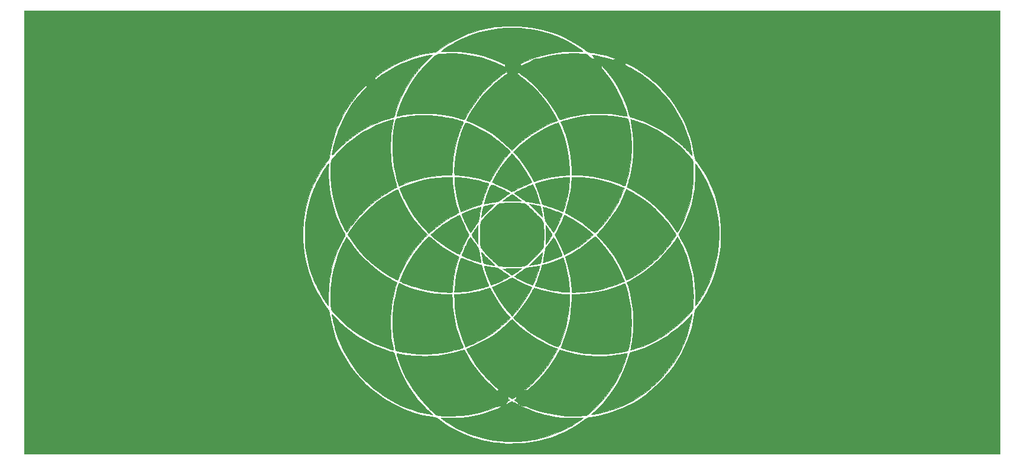
<source format=gbr>
G04 #@! TF.FileFunction,Soldermask,Bot*
%FSLAX46Y46*%
G04 Gerber Fmt 4.6, Leading zero omitted, Abs format (unit mm)*
G04 Created by KiCad (PCBNEW 4.0.4-stable) date Tuesday, December 27, 2016 'AMt' 12:33:23 AM*
%MOMM*%
%LPD*%
G01*
G04 APERTURE LIST*
%ADD10C,0.100000*%
%ADD11C,0.010000*%
%ADD12C,2.400000*%
%ADD13R,2.370000X2.346000*%
%ADD14R,1.400000X1.400000*%
%ADD15C,11.400000*%
%ADD16C,1.100000*%
%ADD17C,1.900000*%
%ADD18C,2.200000*%
G04 APERTURE END LIST*
D10*
D11*
G36*
X139700000Y-63500000D02*
X101600000Y-63500000D01*
X101600000Y0D01*
X139700000Y0D01*
X139700000Y-63500000D01*
X139700000Y-63500000D01*
G37*
X139700000Y-63500000D02*
X101600000Y-63500000D01*
X101600000Y0D01*
X139700000Y0D01*
X139700000Y-63500000D01*
G36*
X101600000Y-63500000D02*
X38100000Y-63500000D01*
X38100000Y-32287898D01*
X39871366Y-32287898D01*
X39873419Y-32604057D01*
X39877906Y-32904013D01*
X39884834Y-33177129D01*
X39894209Y-33412768D01*
X39906036Y-33600294D01*
X39908124Y-33624761D01*
X40025103Y-34618822D01*
X40197019Y-35603794D01*
X40422406Y-36574358D01*
X40699799Y-37525195D01*
X41027733Y-38450985D01*
X41404743Y-39346409D01*
X41594667Y-39747507D01*
X41919082Y-40374205D01*
X42274390Y-40993601D01*
X42667555Y-41617165D01*
X43105541Y-42256369D01*
X43187312Y-42370686D01*
X43306066Y-42540691D01*
X43411617Y-42701317D01*
X43497152Y-42841620D01*
X43555860Y-42950661D01*
X43573224Y-42990567D01*
X43601180Y-43083244D01*
X43633835Y-43220013D01*
X43667792Y-43385036D01*
X43699656Y-43562472D01*
X43711085Y-43633571D01*
X43897335Y-44642257D01*
X44140200Y-45630627D01*
X44438931Y-46597147D01*
X44792776Y-47540285D01*
X45200987Y-48458507D01*
X45662813Y-49350281D01*
X46177504Y-50214073D01*
X46744311Y-51048350D01*
X47362483Y-51851580D01*
X48031271Y-52622230D01*
X48193123Y-52795714D01*
X48844509Y-53457576D01*
X49496583Y-54064741D01*
X50156569Y-54622636D01*
X50831690Y-55136685D01*
X51529168Y-55612315D01*
X52256227Y-56054950D01*
X53020090Y-56470016D01*
X53219047Y-56570808D01*
X54080757Y-56973728D01*
X54946036Y-57322185D01*
X55823269Y-57618807D01*
X56720840Y-57866223D01*
X57647131Y-58067063D01*
X58389761Y-58192300D01*
X58577356Y-58220272D01*
X58722251Y-58244312D01*
X58836967Y-58269830D01*
X58934024Y-58302236D01*
X59025944Y-58346939D01*
X59125247Y-58409350D01*
X59244453Y-58494878D01*
X59396084Y-58608934D01*
X59452209Y-58651367D01*
X60175137Y-59163491D01*
X60943555Y-59643615D01*
X61749368Y-60087773D01*
X62584483Y-60492004D01*
X63440806Y-60852342D01*
X64310241Y-61164824D01*
X65032403Y-61383992D01*
X65501463Y-61508707D01*
X65953378Y-61616503D01*
X66399890Y-61709341D01*
X66852745Y-61789182D01*
X67323686Y-61857988D01*
X67824457Y-61917720D01*
X68366801Y-61970340D01*
X68716071Y-61999237D01*
X68837719Y-62005244D01*
X69010408Y-62008843D01*
X69224760Y-62010212D01*
X69471396Y-62009532D01*
X69740937Y-62006980D01*
X70024003Y-62002736D01*
X70311216Y-61996979D01*
X70593196Y-61989887D01*
X70860565Y-61981640D01*
X71103943Y-61972416D01*
X71313952Y-61962395D01*
X71481212Y-61951755D01*
X71558452Y-61945015D01*
X72591623Y-61811284D01*
X73598455Y-61623252D01*
X74580177Y-61380445D01*
X75538018Y-61082388D01*
X76473207Y-60728609D01*
X77386973Y-60318633D01*
X78280546Y-59851987D01*
X79155154Y-59328195D01*
X80012027Y-58746785D01*
X80191428Y-58616148D01*
X80327160Y-58517015D01*
X80450240Y-58428779D01*
X80550424Y-58358661D01*
X80617472Y-58313879D01*
X80635327Y-58303267D01*
X80688645Y-58286460D01*
X80788790Y-58264341D01*
X80922634Y-58239488D01*
X81077044Y-58214481D01*
X81119137Y-58208243D01*
X82091164Y-58041761D01*
X83029876Y-57828674D01*
X83943281Y-57566537D01*
X84839387Y-57252902D01*
X85726203Y-56885321D01*
X86255849Y-56638499D01*
X87141556Y-56175266D01*
X88001357Y-55657548D01*
X88834709Y-55085760D01*
X89641072Y-54460317D01*
X90419903Y-53781633D01*
X91170663Y-53050123D01*
X91745608Y-52432857D01*
X92394317Y-51661269D01*
X92995019Y-50854028D01*
X93546447Y-50013858D01*
X94047334Y-49143480D01*
X94496412Y-48245620D01*
X94892414Y-47323001D01*
X95234072Y-46378346D01*
X95520121Y-45414379D01*
X95749291Y-44433822D01*
X95915873Y-43470596D01*
X95940623Y-43306198D01*
X95965131Y-43157888D01*
X95987117Y-43038499D01*
X96004299Y-42960861D01*
X96009509Y-42943858D01*
X96037195Y-42893481D01*
X96094231Y-42805314D01*
X96173516Y-42689821D01*
X96267948Y-42557467D01*
X96319575Y-42486952D01*
X96810249Y-41794776D01*
X97251027Y-41112547D01*
X97648485Y-40428577D01*
X98009202Y-39731178D01*
X98339753Y-39008663D01*
X98516110Y-38583809D01*
X98850556Y-37670058D01*
X99133833Y-36725652D01*
X99365358Y-35753075D01*
X99544550Y-34754809D01*
X99670830Y-33733339D01*
X99683727Y-33594523D01*
X99713698Y-33159256D01*
X99730942Y-32679478D01*
X99735813Y-32169724D01*
X99728669Y-31644526D01*
X99709865Y-31118419D01*
X99679759Y-30605935D01*
X99638707Y-30121608D01*
X99587886Y-29685999D01*
X99419394Y-28667994D01*
X99193998Y-27669870D01*
X98912143Y-26692717D01*
X98574275Y-25737622D01*
X98180837Y-24805672D01*
X97732276Y-23897956D01*
X97229036Y-23015562D01*
X96671561Y-22159578D01*
X96298929Y-21642666D01*
X96186522Y-21491172D01*
X96103413Y-21371605D01*
X96043715Y-21269286D01*
X96001543Y-21169538D01*
X95971008Y-21057682D01*
X95946225Y-20919041D01*
X95921307Y-20738937D01*
X95913995Y-20682857D01*
X95851009Y-20268367D01*
X95765686Y-19814076D01*
X95661500Y-19334876D01*
X95541924Y-18845657D01*
X95410431Y-18361310D01*
X95270496Y-17896727D01*
X95247202Y-17824134D01*
X94909584Y-16879415D01*
X94516268Y-15957155D01*
X94068337Y-15058994D01*
X93566872Y-14186576D01*
X93012957Y-13341543D01*
X92407675Y-12525538D01*
X91752107Y-11740203D01*
X91047338Y-10987181D01*
X90294449Y-10268114D01*
X90225828Y-10206428D01*
X89431920Y-9535067D01*
X88612444Y-8918400D01*
X87767708Y-8356574D01*
X86898021Y-7849738D01*
X86003692Y-7398039D01*
X85085032Y-7001626D01*
X84142348Y-6660646D01*
X83175950Y-6375249D01*
X82186147Y-6145580D01*
X81476547Y-6017575D01*
X81284953Y-5985889D01*
X81102832Y-5953756D01*
X80942971Y-5923584D01*
X80818158Y-5897782D01*
X80744450Y-5879732D01*
X80643921Y-5838029D01*
X80506619Y-5760433D01*
X80329785Y-5645267D01*
X80139688Y-5511803D01*
X79352917Y-4970393D01*
X78573270Y-4484533D01*
X77794184Y-4050870D01*
X77009094Y-3666049D01*
X76211435Y-3326713D01*
X75394643Y-3029507D01*
X75089471Y-2930554D01*
X74241079Y-2687557D01*
X73389255Y-2491234D01*
X72526516Y-2340574D01*
X71645378Y-2234570D01*
X70738356Y-2172213D01*
X69797967Y-2152496D01*
X69351071Y-2157489D01*
X68617917Y-2184209D01*
X67927438Y-2234085D01*
X67265686Y-2309030D01*
X66618714Y-2410954D01*
X65972574Y-2541772D01*
X65313318Y-2703394D01*
X65253809Y-2719264D01*
X64316283Y-2996798D01*
X63414834Y-3317458D01*
X62543339Y-3684211D01*
X61695675Y-4100027D01*
X60865721Y-4567875D01*
X60047352Y-5090724D01*
X59361408Y-5576808D01*
X59207474Y-5686936D01*
X59067625Y-5779737D01*
X58952077Y-5848815D01*
X58871046Y-5887771D01*
X58858452Y-5891774D01*
X58779976Y-5908586D01*
X58658762Y-5929820D01*
X58512108Y-5952615D01*
X58374642Y-5971837D01*
X57558635Y-6105116D01*
X56723357Y-6291312D01*
X55875174Y-6528571D01*
X55020450Y-6815037D01*
X54165552Y-7148854D01*
X53804735Y-7304163D01*
X52955659Y-7711906D01*
X52122073Y-8175819D01*
X51307642Y-8692762D01*
X50516032Y-9259594D01*
X49750909Y-9873176D01*
X49015939Y-10530369D01*
X48314787Y-11228033D01*
X47651120Y-11963028D01*
X47028602Y-12732214D01*
X46450900Y-13532452D01*
X46339795Y-13697857D01*
X45808052Y-14553760D01*
X45330134Y-15436984D01*
X44906410Y-16346566D01*
X44537252Y-17281544D01*
X44223028Y-18240956D01*
X43964107Y-19223841D01*
X43760861Y-20229235D01*
X43709857Y-20541182D01*
X43664900Y-20808534D01*
X43620049Y-21023229D01*
X43572934Y-21193038D01*
X43521185Y-21325730D01*
X43462433Y-21429074D01*
X43423821Y-21479085D01*
X43321547Y-21605736D01*
X43194678Y-21775674D01*
X43049183Y-21980004D01*
X42891034Y-22209831D01*
X42726201Y-22456258D01*
X42560656Y-22710391D01*
X42400369Y-22963335D01*
X42251312Y-23206194D01*
X42151831Y-23374047D01*
X42031546Y-23588104D01*
X41895365Y-23842859D01*
X41750190Y-24124376D01*
X41602928Y-24418716D01*
X41460482Y-24711945D01*
X41329756Y-24990123D01*
X41217656Y-25239314D01*
X41155678Y-25384880D01*
X40817546Y-26273281D01*
X40531534Y-27174604D01*
X40296287Y-28094578D01*
X40110447Y-29038928D01*
X39972659Y-30013385D01*
X39909832Y-30646309D01*
X39897406Y-30836323D01*
X39887378Y-31073953D01*
X39879754Y-31348562D01*
X39874540Y-31649514D01*
X39871742Y-31966171D01*
X39871366Y-32287898D01*
X38100000Y-32287898D01*
X38100000Y0D01*
X101600000Y0D01*
X101600000Y-63500000D01*
X101600000Y-63500000D01*
G37*
X101600000Y-63500000D02*
X38100000Y-63500000D01*
X38100000Y-32287898D01*
X39871366Y-32287898D01*
X39873419Y-32604057D01*
X39877906Y-32904013D01*
X39884834Y-33177129D01*
X39894209Y-33412768D01*
X39906036Y-33600294D01*
X39908124Y-33624761D01*
X40025103Y-34618822D01*
X40197019Y-35603794D01*
X40422406Y-36574358D01*
X40699799Y-37525195D01*
X41027733Y-38450985D01*
X41404743Y-39346409D01*
X41594667Y-39747507D01*
X41919082Y-40374205D01*
X42274390Y-40993601D01*
X42667555Y-41617165D01*
X43105541Y-42256369D01*
X43187312Y-42370686D01*
X43306066Y-42540691D01*
X43411617Y-42701317D01*
X43497152Y-42841620D01*
X43555860Y-42950661D01*
X43573224Y-42990567D01*
X43601180Y-43083244D01*
X43633835Y-43220013D01*
X43667792Y-43385036D01*
X43699656Y-43562472D01*
X43711085Y-43633571D01*
X43897335Y-44642257D01*
X44140200Y-45630627D01*
X44438931Y-46597147D01*
X44792776Y-47540285D01*
X45200987Y-48458507D01*
X45662813Y-49350281D01*
X46177504Y-50214073D01*
X46744311Y-51048350D01*
X47362483Y-51851580D01*
X48031271Y-52622230D01*
X48193123Y-52795714D01*
X48844509Y-53457576D01*
X49496583Y-54064741D01*
X50156569Y-54622636D01*
X50831690Y-55136685D01*
X51529168Y-55612315D01*
X52256227Y-56054950D01*
X53020090Y-56470016D01*
X53219047Y-56570808D01*
X54080757Y-56973728D01*
X54946036Y-57322185D01*
X55823269Y-57618807D01*
X56720840Y-57866223D01*
X57647131Y-58067063D01*
X58389761Y-58192300D01*
X58577356Y-58220272D01*
X58722251Y-58244312D01*
X58836967Y-58269830D01*
X58934024Y-58302236D01*
X59025944Y-58346939D01*
X59125247Y-58409350D01*
X59244453Y-58494878D01*
X59396084Y-58608934D01*
X59452209Y-58651367D01*
X60175137Y-59163491D01*
X60943555Y-59643615D01*
X61749368Y-60087773D01*
X62584483Y-60492004D01*
X63440806Y-60852342D01*
X64310241Y-61164824D01*
X65032403Y-61383992D01*
X65501463Y-61508707D01*
X65953378Y-61616503D01*
X66399890Y-61709341D01*
X66852745Y-61789182D01*
X67323686Y-61857988D01*
X67824457Y-61917720D01*
X68366801Y-61970340D01*
X68716071Y-61999237D01*
X68837719Y-62005244D01*
X69010408Y-62008843D01*
X69224760Y-62010212D01*
X69471396Y-62009532D01*
X69740937Y-62006980D01*
X70024003Y-62002736D01*
X70311216Y-61996979D01*
X70593196Y-61989887D01*
X70860565Y-61981640D01*
X71103943Y-61972416D01*
X71313952Y-61962395D01*
X71481212Y-61951755D01*
X71558452Y-61945015D01*
X72591623Y-61811284D01*
X73598455Y-61623252D01*
X74580177Y-61380445D01*
X75538018Y-61082388D01*
X76473207Y-60728609D01*
X77386973Y-60318633D01*
X78280546Y-59851987D01*
X79155154Y-59328195D01*
X80012027Y-58746785D01*
X80191428Y-58616148D01*
X80327160Y-58517015D01*
X80450240Y-58428779D01*
X80550424Y-58358661D01*
X80617472Y-58313879D01*
X80635327Y-58303267D01*
X80688645Y-58286460D01*
X80788790Y-58264341D01*
X80922634Y-58239488D01*
X81077044Y-58214481D01*
X81119137Y-58208243D01*
X82091164Y-58041761D01*
X83029876Y-57828674D01*
X83943281Y-57566537D01*
X84839387Y-57252902D01*
X85726203Y-56885321D01*
X86255849Y-56638499D01*
X87141556Y-56175266D01*
X88001357Y-55657548D01*
X88834709Y-55085760D01*
X89641072Y-54460317D01*
X90419903Y-53781633D01*
X91170663Y-53050123D01*
X91745608Y-52432857D01*
X92394317Y-51661269D01*
X92995019Y-50854028D01*
X93546447Y-50013858D01*
X94047334Y-49143480D01*
X94496412Y-48245620D01*
X94892414Y-47323001D01*
X95234072Y-46378346D01*
X95520121Y-45414379D01*
X95749291Y-44433822D01*
X95915873Y-43470596D01*
X95940623Y-43306198D01*
X95965131Y-43157888D01*
X95987117Y-43038499D01*
X96004299Y-42960861D01*
X96009509Y-42943858D01*
X96037195Y-42893481D01*
X96094231Y-42805314D01*
X96173516Y-42689821D01*
X96267948Y-42557467D01*
X96319575Y-42486952D01*
X96810249Y-41794776D01*
X97251027Y-41112547D01*
X97648485Y-40428577D01*
X98009202Y-39731178D01*
X98339753Y-39008663D01*
X98516110Y-38583809D01*
X98850556Y-37670058D01*
X99133833Y-36725652D01*
X99365358Y-35753075D01*
X99544550Y-34754809D01*
X99670830Y-33733339D01*
X99683727Y-33594523D01*
X99713698Y-33159256D01*
X99730942Y-32679478D01*
X99735813Y-32169724D01*
X99728669Y-31644526D01*
X99709865Y-31118419D01*
X99679759Y-30605935D01*
X99638707Y-30121608D01*
X99587886Y-29685999D01*
X99419394Y-28667994D01*
X99193998Y-27669870D01*
X98912143Y-26692717D01*
X98574275Y-25737622D01*
X98180837Y-24805672D01*
X97732276Y-23897956D01*
X97229036Y-23015562D01*
X96671561Y-22159578D01*
X96298929Y-21642666D01*
X96186522Y-21491172D01*
X96103413Y-21371605D01*
X96043715Y-21269286D01*
X96001543Y-21169538D01*
X95971008Y-21057682D01*
X95946225Y-20919041D01*
X95921307Y-20738937D01*
X95913995Y-20682857D01*
X95851009Y-20268367D01*
X95765686Y-19814076D01*
X95661500Y-19334876D01*
X95541924Y-18845657D01*
X95410431Y-18361310D01*
X95270496Y-17896727D01*
X95247202Y-17824134D01*
X94909584Y-16879415D01*
X94516268Y-15957155D01*
X94068337Y-15058994D01*
X93566872Y-14186576D01*
X93012957Y-13341543D01*
X92407675Y-12525538D01*
X91752107Y-11740203D01*
X91047338Y-10987181D01*
X90294449Y-10268114D01*
X90225828Y-10206428D01*
X89431920Y-9535067D01*
X88612444Y-8918400D01*
X87767708Y-8356574D01*
X86898021Y-7849738D01*
X86003692Y-7398039D01*
X85085032Y-7001626D01*
X84142348Y-6660646D01*
X83175950Y-6375249D01*
X82186147Y-6145580D01*
X81476547Y-6017575D01*
X81284953Y-5985889D01*
X81102832Y-5953756D01*
X80942971Y-5923584D01*
X80818158Y-5897782D01*
X80744450Y-5879732D01*
X80643921Y-5838029D01*
X80506619Y-5760433D01*
X80329785Y-5645267D01*
X80139688Y-5511803D01*
X79352917Y-4970393D01*
X78573270Y-4484533D01*
X77794184Y-4050870D01*
X77009094Y-3666049D01*
X76211435Y-3326713D01*
X75394643Y-3029507D01*
X75089471Y-2930554D01*
X74241079Y-2687557D01*
X73389255Y-2491234D01*
X72526516Y-2340574D01*
X71645378Y-2234570D01*
X70738356Y-2172213D01*
X69797967Y-2152496D01*
X69351071Y-2157489D01*
X68617917Y-2184209D01*
X67927438Y-2234085D01*
X67265686Y-2309030D01*
X66618714Y-2410954D01*
X65972574Y-2541772D01*
X65313318Y-2703394D01*
X65253809Y-2719264D01*
X64316283Y-2996798D01*
X63414834Y-3317458D01*
X62543339Y-3684211D01*
X61695675Y-4100027D01*
X60865721Y-4567875D01*
X60047352Y-5090724D01*
X59361408Y-5576808D01*
X59207474Y-5686936D01*
X59067625Y-5779737D01*
X58952077Y-5848815D01*
X58871046Y-5887771D01*
X58858452Y-5891774D01*
X58779976Y-5908586D01*
X58658762Y-5929820D01*
X58512108Y-5952615D01*
X58374642Y-5971837D01*
X57558635Y-6105116D01*
X56723357Y-6291312D01*
X55875174Y-6528571D01*
X55020450Y-6815037D01*
X54165552Y-7148854D01*
X53804735Y-7304163D01*
X52955659Y-7711906D01*
X52122073Y-8175819D01*
X51307642Y-8692762D01*
X50516032Y-9259594D01*
X49750909Y-9873176D01*
X49015939Y-10530369D01*
X48314787Y-11228033D01*
X47651120Y-11963028D01*
X47028602Y-12732214D01*
X46450900Y-13532452D01*
X46339795Y-13697857D01*
X45808052Y-14553760D01*
X45330134Y-15436984D01*
X44906410Y-16346566D01*
X44537252Y-17281544D01*
X44223028Y-18240956D01*
X43964107Y-19223841D01*
X43760861Y-20229235D01*
X43709857Y-20541182D01*
X43664900Y-20808534D01*
X43620049Y-21023229D01*
X43572934Y-21193038D01*
X43521185Y-21325730D01*
X43462433Y-21429074D01*
X43423821Y-21479085D01*
X43321547Y-21605736D01*
X43194678Y-21775674D01*
X43049183Y-21980004D01*
X42891034Y-22209831D01*
X42726201Y-22456258D01*
X42560656Y-22710391D01*
X42400369Y-22963335D01*
X42251312Y-23206194D01*
X42151831Y-23374047D01*
X42031546Y-23588104D01*
X41895365Y-23842859D01*
X41750190Y-24124376D01*
X41602928Y-24418716D01*
X41460482Y-24711945D01*
X41329756Y-24990123D01*
X41217656Y-25239314D01*
X41155678Y-25384880D01*
X40817546Y-26273281D01*
X40531534Y-27174604D01*
X40296287Y-28094578D01*
X40110447Y-29038928D01*
X39972659Y-30013385D01*
X39909832Y-30646309D01*
X39897406Y-30836323D01*
X39887378Y-31073953D01*
X39879754Y-31348562D01*
X39874540Y-31649514D01*
X39871742Y-31966171D01*
X39871366Y-32287898D01*
X38100000Y-32287898D01*
X38100000Y0D01*
X101600000Y0D01*
X101600000Y-63500000D01*
G36*
X69831357Y-55984794D02*
X69910438Y-56023854D01*
X70023849Y-56083120D01*
X70162427Y-56157818D01*
X70292857Y-56229709D01*
X71174726Y-56686238D01*
X72083588Y-57089176D01*
X73020457Y-57438919D01*
X73986346Y-57735863D01*
X74453956Y-57858124D01*
X75081591Y-58003175D01*
X75686299Y-58121250D01*
X76280998Y-58213765D01*
X76878610Y-58282134D01*
X77492056Y-58327773D01*
X78134256Y-58352096D01*
X78818132Y-58356518D01*
X78989464Y-58354781D01*
X79223489Y-58352306D01*
X79436895Y-58351173D01*
X79622498Y-58351329D01*
X79773114Y-58352725D01*
X79881562Y-58355310D01*
X79940659Y-58359034D01*
X79949523Y-58361537D01*
X79924387Y-58398023D01*
X79852939Y-58460974D01*
X79741120Y-58546406D01*
X79594872Y-58650339D01*
X79420135Y-58768788D01*
X79222852Y-58897773D01*
X79008962Y-59033310D01*
X78784408Y-59171418D01*
X78555130Y-59308114D01*
X78422500Y-59385082D01*
X77541040Y-59862975D01*
X76661303Y-60282715D01*
X75777767Y-60646193D01*
X74884908Y-60955296D01*
X73977202Y-61211914D01*
X73049125Y-61417934D01*
X72095155Y-61575246D01*
X71966666Y-61592516D01*
X71455193Y-61649359D01*
X70907816Y-61691872D01*
X70345032Y-61719221D01*
X69787340Y-61730572D01*
X69255237Y-61725093D01*
X68973095Y-61714213D01*
X68066367Y-61643564D01*
X67153377Y-61523695D01*
X66246680Y-61356965D01*
X65358835Y-61145732D01*
X64502398Y-60892357D01*
X64376904Y-60850689D01*
X63679237Y-60597228D01*
X62981016Y-60308096D01*
X62293842Y-59989049D01*
X61629318Y-59645846D01*
X60999048Y-59284243D01*
X60414633Y-58909998D01*
X60283362Y-58819550D01*
X60083799Y-58679443D01*
X59929359Y-58569592D01*
X59815129Y-58486282D01*
X59736199Y-58425798D01*
X59687657Y-58384426D01*
X59664591Y-58358450D01*
X59660941Y-58348780D01*
X59689611Y-58342923D01*
X59771267Y-58338959D01*
X59898444Y-58336924D01*
X60063681Y-58336858D01*
X60259514Y-58338797D01*
X60478481Y-58342780D01*
X60544226Y-58344298D01*
X61509508Y-58345444D01*
X62441811Y-58300403D01*
X63348719Y-58207840D01*
X64237820Y-58066422D01*
X65116700Y-57874816D01*
X65992944Y-57631686D01*
X66874137Y-57335699D01*
X67385595Y-57141220D01*
X67616135Y-57045871D01*
X67881966Y-56929139D01*
X68170100Y-56797272D01*
X68467545Y-56656517D01*
X68761313Y-56513119D01*
X69038413Y-56373326D01*
X69285856Y-56243385D01*
X69490651Y-56129542D01*
X69497087Y-56125810D01*
X69612053Y-56060730D01*
X69708875Y-56009094D01*
X69774926Y-55977457D01*
X69795765Y-55970714D01*
X69831357Y-55984794D01*
X69831357Y-55984794D01*
G37*
X69831357Y-55984794D02*
X69910438Y-56023854D01*
X70023849Y-56083120D01*
X70162427Y-56157818D01*
X70292857Y-56229709D01*
X71174726Y-56686238D01*
X72083588Y-57089176D01*
X73020457Y-57438919D01*
X73986346Y-57735863D01*
X74453956Y-57858124D01*
X75081591Y-58003175D01*
X75686299Y-58121250D01*
X76280998Y-58213765D01*
X76878610Y-58282134D01*
X77492056Y-58327773D01*
X78134256Y-58352096D01*
X78818132Y-58356518D01*
X78989464Y-58354781D01*
X79223489Y-58352306D01*
X79436895Y-58351173D01*
X79622498Y-58351329D01*
X79773114Y-58352725D01*
X79881562Y-58355310D01*
X79940659Y-58359034D01*
X79949523Y-58361537D01*
X79924387Y-58398023D01*
X79852939Y-58460974D01*
X79741120Y-58546406D01*
X79594872Y-58650339D01*
X79420135Y-58768788D01*
X79222852Y-58897773D01*
X79008962Y-59033310D01*
X78784408Y-59171418D01*
X78555130Y-59308114D01*
X78422500Y-59385082D01*
X77541040Y-59862975D01*
X76661303Y-60282715D01*
X75777767Y-60646193D01*
X74884908Y-60955296D01*
X73977202Y-61211914D01*
X73049125Y-61417934D01*
X72095155Y-61575246D01*
X71966666Y-61592516D01*
X71455193Y-61649359D01*
X70907816Y-61691872D01*
X70345032Y-61719221D01*
X69787340Y-61730572D01*
X69255237Y-61725093D01*
X68973095Y-61714213D01*
X68066367Y-61643564D01*
X67153377Y-61523695D01*
X66246680Y-61356965D01*
X65358835Y-61145732D01*
X64502398Y-60892357D01*
X64376904Y-60850689D01*
X63679237Y-60597228D01*
X62981016Y-60308096D01*
X62293842Y-59989049D01*
X61629318Y-59645846D01*
X60999048Y-59284243D01*
X60414633Y-58909998D01*
X60283362Y-58819550D01*
X60083799Y-58679443D01*
X59929359Y-58569592D01*
X59815129Y-58486282D01*
X59736199Y-58425798D01*
X59687657Y-58384426D01*
X59664591Y-58358450D01*
X59660941Y-58348780D01*
X59689611Y-58342923D01*
X59771267Y-58338959D01*
X59898444Y-58336924D01*
X60063681Y-58336858D01*
X60259514Y-58338797D01*
X60478481Y-58342780D01*
X60544226Y-58344298D01*
X61509508Y-58345444D01*
X62441811Y-58300403D01*
X63348719Y-58207840D01*
X64237820Y-58066422D01*
X65116700Y-57874816D01*
X65992944Y-57631686D01*
X66874137Y-57335699D01*
X67385595Y-57141220D01*
X67616135Y-57045871D01*
X67881966Y-56929139D01*
X68170100Y-56797272D01*
X68467545Y-56656517D01*
X68761313Y-56513119D01*
X69038413Y-56373326D01*
X69285856Y-56243385D01*
X69490651Y-56129542D01*
X69497087Y-56125810D01*
X69612053Y-56060730D01*
X69708875Y-56009094D01*
X69774926Y-55977457D01*
X69795765Y-55970714D01*
X69831357Y-55984794D01*
G36*
X62987280Y-48595850D02*
X63027575Y-48668860D01*
X63085861Y-48776364D01*
X63156983Y-48908887D01*
X63197953Y-48985714D01*
X63676270Y-49831497D01*
X64189622Y-50635025D01*
X64743519Y-51403724D01*
X65343473Y-52145021D01*
X65994994Y-52866341D01*
X66340785Y-53220802D01*
X66989123Y-53840652D01*
X67657340Y-54424099D01*
X68336418Y-54963678D01*
X69017342Y-55451924D01*
X69115673Y-55518002D01*
X69240140Y-55602072D01*
X69344231Y-55674570D01*
X69418663Y-55728864D01*
X69454151Y-55758319D01*
X69455852Y-55761046D01*
X69430453Y-55788093D01*
X69357022Y-55836885D01*
X69242477Y-55903909D01*
X69093737Y-55985654D01*
X68917718Y-56078605D01*
X68721339Y-56179250D01*
X68511516Y-56284077D01*
X68295169Y-56389574D01*
X68079214Y-56492226D01*
X67870569Y-56588523D01*
X67676153Y-56674950D01*
X67551904Y-56727832D01*
X66751603Y-57039499D01*
X65953901Y-57306488D01*
X65147906Y-57531538D01*
X64322728Y-57717390D01*
X63467478Y-57866786D01*
X62571263Y-57982464D01*
X62562619Y-57983399D01*
X62387794Y-57998354D01*
X62163359Y-58011494D01*
X61900156Y-58022664D01*
X61609028Y-58031709D01*
X61300817Y-58038475D01*
X60986368Y-58042805D01*
X60676522Y-58044547D01*
X60382123Y-58043544D01*
X60114012Y-58039642D01*
X59883034Y-58032686D01*
X59720238Y-58023995D01*
X59503387Y-58007059D01*
X59333353Y-57987013D01*
X59196513Y-57958588D01*
X59079245Y-57916514D01*
X58967927Y-57855523D01*
X58848938Y-57770347D01*
X58708657Y-57655716D01*
X58658802Y-57613450D01*
X58499445Y-57472750D01*
X58309047Y-57296453D01*
X58096475Y-57093454D01*
X57870599Y-56872646D01*
X57640285Y-56642923D01*
X57414403Y-56413179D01*
X57201821Y-56192306D01*
X57011406Y-55989200D01*
X56852028Y-55812753D01*
X56779559Y-55728809D01*
X56158553Y-54953477D01*
X55593719Y-54164627D01*
X55081439Y-53355941D01*
X54618094Y-52521100D01*
X54200063Y-51653786D01*
X53823728Y-50747681D01*
X53638313Y-50244960D01*
X53576059Y-50064519D01*
X53513801Y-49876245D01*
X53454230Y-49689156D01*
X53400036Y-49512269D01*
X53353909Y-49354604D01*
X53318539Y-49225176D01*
X53296618Y-49133005D01*
X53290834Y-49087107D01*
X53291993Y-49084117D01*
X53324672Y-49084791D01*
X53407005Y-49095001D01*
X53529179Y-49113291D01*
X53681381Y-49138202D01*
X53829233Y-49163887D01*
X54284253Y-49241339D01*
X54707132Y-49305146D01*
X55115402Y-49357268D01*
X55526592Y-49399669D01*
X55958234Y-49434311D01*
X56427858Y-49463155D01*
X56567541Y-49470409D01*
X57402606Y-49488115D01*
X58263557Y-49460227D01*
X59138471Y-49388349D01*
X60015422Y-49274086D01*
X60882487Y-49119042D01*
X61727741Y-48924820D01*
X62539258Y-48693026D01*
X62677921Y-48648389D01*
X62798516Y-48610226D01*
X62895601Y-48582046D01*
X62956329Y-48567439D01*
X62970129Y-48566810D01*
X62987280Y-48595850D01*
X62987280Y-48595850D01*
G37*
X62987280Y-48595850D02*
X63027575Y-48668860D01*
X63085861Y-48776364D01*
X63156983Y-48908887D01*
X63197953Y-48985714D01*
X63676270Y-49831497D01*
X64189622Y-50635025D01*
X64743519Y-51403724D01*
X65343473Y-52145021D01*
X65994994Y-52866341D01*
X66340785Y-53220802D01*
X66989123Y-53840652D01*
X67657340Y-54424099D01*
X68336418Y-54963678D01*
X69017342Y-55451924D01*
X69115673Y-55518002D01*
X69240140Y-55602072D01*
X69344231Y-55674570D01*
X69418663Y-55728864D01*
X69454151Y-55758319D01*
X69455852Y-55761046D01*
X69430453Y-55788093D01*
X69357022Y-55836885D01*
X69242477Y-55903909D01*
X69093737Y-55985654D01*
X68917718Y-56078605D01*
X68721339Y-56179250D01*
X68511516Y-56284077D01*
X68295169Y-56389574D01*
X68079214Y-56492226D01*
X67870569Y-56588523D01*
X67676153Y-56674950D01*
X67551904Y-56727832D01*
X66751603Y-57039499D01*
X65953901Y-57306488D01*
X65147906Y-57531538D01*
X64322728Y-57717390D01*
X63467478Y-57866786D01*
X62571263Y-57982464D01*
X62562619Y-57983399D01*
X62387794Y-57998354D01*
X62163359Y-58011494D01*
X61900156Y-58022664D01*
X61609028Y-58031709D01*
X61300817Y-58038475D01*
X60986368Y-58042805D01*
X60676522Y-58044547D01*
X60382123Y-58043544D01*
X60114012Y-58039642D01*
X59883034Y-58032686D01*
X59720238Y-58023995D01*
X59503387Y-58007059D01*
X59333353Y-57987013D01*
X59196513Y-57958588D01*
X59079245Y-57916514D01*
X58967927Y-57855523D01*
X58848938Y-57770347D01*
X58708657Y-57655716D01*
X58658802Y-57613450D01*
X58499445Y-57472750D01*
X58309047Y-57296453D01*
X58096475Y-57093454D01*
X57870599Y-56872646D01*
X57640285Y-56642923D01*
X57414403Y-56413179D01*
X57201821Y-56192306D01*
X57011406Y-55989200D01*
X56852028Y-55812753D01*
X56779559Y-55728809D01*
X56158553Y-54953477D01*
X55593719Y-54164627D01*
X55081439Y-53355941D01*
X54618094Y-52521100D01*
X54200063Y-51653786D01*
X53823728Y-50747681D01*
X53638313Y-50244960D01*
X53576059Y-50064519D01*
X53513801Y-49876245D01*
X53454230Y-49689156D01*
X53400036Y-49512269D01*
X53353909Y-49354604D01*
X53318539Y-49225176D01*
X53296618Y-49133005D01*
X53290834Y-49087107D01*
X53291993Y-49084117D01*
X53324672Y-49084791D01*
X53407005Y-49095001D01*
X53529179Y-49113291D01*
X53681381Y-49138202D01*
X53829233Y-49163887D01*
X54284253Y-49241339D01*
X54707132Y-49305146D01*
X55115402Y-49357268D01*
X55526592Y-49399669D01*
X55958234Y-49434311D01*
X56427858Y-49463155D01*
X56567541Y-49470409D01*
X57402606Y-49488115D01*
X58263557Y-49460227D01*
X59138471Y-49388349D01*
X60015422Y-49274086D01*
X60882487Y-49119042D01*
X61727741Y-48924820D01*
X62539258Y-48693026D01*
X62677921Y-48648389D01*
X62798516Y-48610226D01*
X62895601Y-48582046D01*
X62956329Y-48567439D01*
X62970129Y-48566810D01*
X62987280Y-48595850D01*
G36*
X76661340Y-48580147D02*
X76738216Y-48600060D01*
X76848946Y-48632207D01*
X76972190Y-48670298D01*
X77249518Y-48753982D01*
X77567048Y-48842692D01*
X77905338Y-48931440D01*
X78244948Y-49015242D01*
X78566438Y-49089111D01*
X78785357Y-49135276D01*
X79802869Y-49309051D01*
X80826665Y-49423409D01*
X81857639Y-49478354D01*
X82896687Y-49473888D01*
X83944702Y-49410017D01*
X85002580Y-49286744D01*
X85747101Y-49165536D01*
X85940884Y-49130394D01*
X86083100Y-49105226D01*
X86181714Y-49089383D01*
X86244696Y-49082212D01*
X86280012Y-49083064D01*
X86295629Y-49091286D01*
X86299516Y-49106229D01*
X86299523Y-49120403D01*
X86290128Y-49173640D01*
X86263951Y-49274481D01*
X86224007Y-49413385D01*
X86173310Y-49580811D01*
X86114875Y-49767217D01*
X86051715Y-49963064D01*
X85986845Y-50158809D01*
X85923279Y-50344913D01*
X85864032Y-50511834D01*
X85835762Y-50588333D01*
X85447359Y-51536483D01*
X85006144Y-52456937D01*
X84513512Y-53347385D01*
X83970854Y-54205517D01*
X83379563Y-55029023D01*
X82741032Y-55815593D01*
X82559009Y-56023244D01*
X82387186Y-56211277D01*
X82195818Y-56412377D01*
X81990812Y-56621014D01*
X81778070Y-56831654D01*
X81563499Y-57038768D01*
X81353002Y-57236822D01*
X81152485Y-57420284D01*
X80967853Y-57583625D01*
X80805010Y-57721310D01*
X80669861Y-57827809D01*
X80568311Y-57897591D01*
X80543432Y-57911489D01*
X80445603Y-57947283D01*
X80309071Y-57978628D01*
X80164057Y-57999605D01*
X80042763Y-58008868D01*
X79870880Y-58017211D01*
X79658289Y-58024531D01*
X79414873Y-58030723D01*
X79150512Y-58035682D01*
X78875089Y-58039304D01*
X78598484Y-58041485D01*
X78330581Y-58042120D01*
X78081259Y-58041106D01*
X77860402Y-58038337D01*
X77677889Y-58033709D01*
X77545595Y-58027259D01*
X76524819Y-57926126D01*
X75518617Y-57766697D01*
X74525252Y-57548568D01*
X73542987Y-57271336D01*
X72570086Y-56934596D01*
X72163214Y-56775068D01*
X72014458Y-56711978D01*
X71825405Y-56627606D01*
X71609584Y-56528231D01*
X71380528Y-56420136D01*
X71151766Y-56309601D01*
X71014166Y-56241677D01*
X70754066Y-56111111D01*
X70545353Y-56004066D01*
X70384570Y-55918577D01*
X70268260Y-55852678D01*
X70192967Y-55804402D01*
X70155235Y-55771783D01*
X70151607Y-55752856D01*
X70152832Y-55751759D01*
X70181067Y-55731696D01*
X70251089Y-55682530D01*
X70355069Y-55609742D01*
X70485182Y-55518809D01*
X70633599Y-55415210D01*
X70651309Y-55402856D01*
X71366628Y-54881900D01*
X72035910Y-54347769D01*
X72673583Y-53788429D01*
X73251808Y-53234166D01*
X73905331Y-52549597D01*
X74507288Y-51850552D01*
X75064733Y-51127602D01*
X75584720Y-50371317D01*
X76074302Y-49572268D01*
X76324972Y-49126182D01*
X76414516Y-48962498D01*
X76494144Y-48817726D01*
X76559368Y-48699961D01*
X76605699Y-48617300D01*
X76628647Y-48577840D01*
X76630135Y-48575737D01*
X76661340Y-48580147D01*
X76661340Y-48580147D01*
G37*
X76661340Y-48580147D02*
X76738216Y-48600060D01*
X76848946Y-48632207D01*
X76972190Y-48670298D01*
X77249518Y-48753982D01*
X77567048Y-48842692D01*
X77905338Y-48931440D01*
X78244948Y-49015242D01*
X78566438Y-49089111D01*
X78785357Y-49135276D01*
X79802869Y-49309051D01*
X80826665Y-49423409D01*
X81857639Y-49478354D01*
X82896687Y-49473888D01*
X83944702Y-49410017D01*
X85002580Y-49286744D01*
X85747101Y-49165536D01*
X85940884Y-49130394D01*
X86083100Y-49105226D01*
X86181714Y-49089383D01*
X86244696Y-49082212D01*
X86280012Y-49083064D01*
X86295629Y-49091286D01*
X86299516Y-49106229D01*
X86299523Y-49120403D01*
X86290128Y-49173640D01*
X86263951Y-49274481D01*
X86224007Y-49413385D01*
X86173310Y-49580811D01*
X86114875Y-49767217D01*
X86051715Y-49963064D01*
X85986845Y-50158809D01*
X85923279Y-50344913D01*
X85864032Y-50511834D01*
X85835762Y-50588333D01*
X85447359Y-51536483D01*
X85006144Y-52456937D01*
X84513512Y-53347385D01*
X83970854Y-54205517D01*
X83379563Y-55029023D01*
X82741032Y-55815593D01*
X82559009Y-56023244D01*
X82387186Y-56211277D01*
X82195818Y-56412377D01*
X81990812Y-56621014D01*
X81778070Y-56831654D01*
X81563499Y-57038768D01*
X81353002Y-57236822D01*
X81152485Y-57420284D01*
X80967853Y-57583625D01*
X80805010Y-57721310D01*
X80669861Y-57827809D01*
X80568311Y-57897591D01*
X80543432Y-57911489D01*
X80445603Y-57947283D01*
X80309071Y-57978628D01*
X80164057Y-57999605D01*
X80042763Y-58008868D01*
X79870880Y-58017211D01*
X79658289Y-58024531D01*
X79414873Y-58030723D01*
X79150512Y-58035682D01*
X78875089Y-58039304D01*
X78598484Y-58041485D01*
X78330581Y-58042120D01*
X78081259Y-58041106D01*
X77860402Y-58038337D01*
X77677889Y-58033709D01*
X77545595Y-58027259D01*
X76524819Y-57926126D01*
X75518617Y-57766697D01*
X74525252Y-57548568D01*
X73542987Y-57271336D01*
X72570086Y-56934596D01*
X72163214Y-56775068D01*
X72014458Y-56711978D01*
X71825405Y-56627606D01*
X71609584Y-56528231D01*
X71380528Y-56420136D01*
X71151766Y-56309601D01*
X71014166Y-56241677D01*
X70754066Y-56111111D01*
X70545353Y-56004066D01*
X70384570Y-55918577D01*
X70268260Y-55852678D01*
X70192967Y-55804402D01*
X70155235Y-55771783D01*
X70151607Y-55752856D01*
X70152832Y-55751759D01*
X70181067Y-55731696D01*
X70251089Y-55682530D01*
X70355069Y-55609742D01*
X70485182Y-55518809D01*
X70633599Y-55415210D01*
X70651309Y-55402856D01*
X71366628Y-54881900D01*
X72035910Y-54347769D01*
X72673583Y-53788429D01*
X73251808Y-53234166D01*
X73905331Y-52549597D01*
X74507288Y-51850552D01*
X75064733Y-51127602D01*
X75584720Y-50371317D01*
X76074302Y-49572268D01*
X76324972Y-49126182D01*
X76414516Y-48962498D01*
X76494144Y-48817726D01*
X76559368Y-48699961D01*
X76605699Y-48617300D01*
X76628647Y-48577840D01*
X76630135Y-48575737D01*
X76661340Y-48580147D01*
G36*
X44074101Y-43503676D02*
X44136032Y-43563005D01*
X44225085Y-43653528D01*
X44334547Y-43768410D01*
X44457705Y-43900813D01*
X44471044Y-43915329D01*
X45138751Y-44601733D01*
X45849881Y-45254716D01*
X46598177Y-45869598D01*
X47377385Y-46441699D01*
X48181250Y-46966340D01*
X49003518Y-47438840D01*
X49560238Y-47723244D01*
X49898665Y-47884325D01*
X50216676Y-48028316D01*
X50526410Y-48159920D01*
X50840007Y-48283837D01*
X51169606Y-48404770D01*
X51527346Y-48527421D01*
X51925367Y-48656491D01*
X52159197Y-48729853D01*
X52411029Y-48809917D01*
X52614422Y-48878432D01*
X52766837Y-48934468D01*
X52865739Y-48977092D01*
X52908208Y-49004829D01*
X52941451Y-49069241D01*
X52973347Y-49159768D01*
X52979225Y-49181327D01*
X53052689Y-49449113D01*
X53145989Y-49757433D01*
X53254133Y-50091680D01*
X53372129Y-50437242D01*
X53494984Y-50779513D01*
X53617705Y-51103881D01*
X53735300Y-51395739D01*
X53739083Y-51404761D01*
X54149295Y-52304656D01*
X54614778Y-53184240D01*
X55132477Y-54039176D01*
X55699334Y-54865128D01*
X56312293Y-55657759D01*
X56968298Y-56412733D01*
X57664292Y-57125713D01*
X57982100Y-57424718D01*
X58116736Y-57549299D01*
X58234602Y-57660675D01*
X58328901Y-57752231D01*
X58392834Y-57817352D01*
X58419604Y-57849423D01*
X58420000Y-57850846D01*
X58411758Y-57867222D01*
X58377496Y-57870196D01*
X58302905Y-57860092D01*
X58268809Y-57854259D01*
X57310734Y-57665343D01*
X56396536Y-57440413D01*
X55519724Y-57176933D01*
X54673810Y-56872364D01*
X53852302Y-56524169D01*
X53048712Y-56129809D01*
X52256549Y-55686747D01*
X51480357Y-55199742D01*
X50650737Y-54616964D01*
X49866030Y-53994472D01*
X49124806Y-53330824D01*
X48425636Y-52624579D01*
X47767089Y-51874298D01*
X47147737Y-51078540D01*
X46588930Y-50270833D01*
X46093921Y-49461328D01*
X45639396Y-48612465D01*
X45229765Y-47733422D01*
X44869436Y-46833381D01*
X44686196Y-46309642D01*
X44611530Y-46075511D01*
X44535859Y-45821856D01*
X44460569Y-45554805D01*
X44387049Y-45280484D01*
X44316685Y-45005022D01*
X44250866Y-44734545D01*
X44190978Y-44475179D01*
X44138409Y-44233053D01*
X44094545Y-44014292D01*
X44060776Y-43825024D01*
X44038487Y-43671376D01*
X44029066Y-43559475D01*
X44033901Y-43495447D01*
X44046004Y-43482380D01*
X44074101Y-43503676D01*
X44074101Y-43503676D01*
G37*
X44074101Y-43503676D02*
X44136032Y-43563005D01*
X44225085Y-43653528D01*
X44334547Y-43768410D01*
X44457705Y-43900813D01*
X44471044Y-43915329D01*
X45138751Y-44601733D01*
X45849881Y-45254716D01*
X46598177Y-45869598D01*
X47377385Y-46441699D01*
X48181250Y-46966340D01*
X49003518Y-47438840D01*
X49560238Y-47723244D01*
X49898665Y-47884325D01*
X50216676Y-48028316D01*
X50526410Y-48159920D01*
X50840007Y-48283837D01*
X51169606Y-48404770D01*
X51527346Y-48527421D01*
X51925367Y-48656491D01*
X52159197Y-48729853D01*
X52411029Y-48809917D01*
X52614422Y-48878432D01*
X52766837Y-48934468D01*
X52865739Y-48977092D01*
X52908208Y-49004829D01*
X52941451Y-49069241D01*
X52973347Y-49159768D01*
X52979225Y-49181327D01*
X53052689Y-49449113D01*
X53145989Y-49757433D01*
X53254133Y-50091680D01*
X53372129Y-50437242D01*
X53494984Y-50779513D01*
X53617705Y-51103881D01*
X53735300Y-51395739D01*
X53739083Y-51404761D01*
X54149295Y-52304656D01*
X54614778Y-53184240D01*
X55132477Y-54039176D01*
X55699334Y-54865128D01*
X56312293Y-55657759D01*
X56968298Y-56412733D01*
X57664292Y-57125713D01*
X57982100Y-57424718D01*
X58116736Y-57549299D01*
X58234602Y-57660675D01*
X58328901Y-57752231D01*
X58392834Y-57817352D01*
X58419604Y-57849423D01*
X58420000Y-57850846D01*
X58411758Y-57867222D01*
X58377496Y-57870196D01*
X58302905Y-57860092D01*
X58268809Y-57854259D01*
X57310734Y-57665343D01*
X56396536Y-57440413D01*
X55519724Y-57176933D01*
X54673810Y-56872364D01*
X53852302Y-56524169D01*
X53048712Y-56129809D01*
X52256549Y-55686747D01*
X51480357Y-55199742D01*
X50650737Y-54616964D01*
X49866030Y-53994472D01*
X49124806Y-53330824D01*
X48425636Y-52624579D01*
X47767089Y-51874298D01*
X47147737Y-51078540D01*
X46588930Y-50270833D01*
X46093921Y-49461328D01*
X45639396Y-48612465D01*
X45229765Y-47733422D01*
X44869436Y-46833381D01*
X44686196Y-46309642D01*
X44611530Y-46075511D01*
X44535859Y-45821856D01*
X44460569Y-45554805D01*
X44387049Y-45280484D01*
X44316685Y-45005022D01*
X44250866Y-44734545D01*
X44190978Y-44475179D01*
X44138409Y-44233053D01*
X44094545Y-44014292D01*
X44060776Y-43825024D01*
X44038487Y-43671376D01*
X44029066Y-43559475D01*
X44033901Y-43495447D01*
X44046004Y-43482380D01*
X44074101Y-43503676D01*
G36*
X95552380Y-43612570D02*
X95542804Y-43752228D01*
X95515269Y-43941990D01*
X95471564Y-44174799D01*
X95413479Y-44443597D01*
X95342803Y-44741329D01*
X95261326Y-45060936D01*
X95170836Y-45395362D01*
X95073124Y-45737549D01*
X94969978Y-46080441D01*
X94863189Y-46416981D01*
X94772660Y-46687619D01*
X94431584Y-47588932D01*
X94034495Y-48471167D01*
X93583642Y-49331459D01*
X93081275Y-50166939D01*
X92529642Y-50974742D01*
X91930994Y-51752002D01*
X91287581Y-52495851D01*
X90601650Y-53203423D01*
X89875453Y-53871852D01*
X89111238Y-54498271D01*
X88311256Y-55079813D01*
X88049308Y-55255152D01*
X87260168Y-55741427D01*
X86440863Y-56186162D01*
X85597864Y-56586876D01*
X84737640Y-56941087D01*
X83866659Y-57246315D01*
X82991390Y-57500078D01*
X82118302Y-57699896D01*
X81327299Y-57833291D01*
X81178052Y-57854027D01*
X81463371Y-57582331D01*
X81581936Y-57470125D01*
X81695140Y-57364228D01*
X81790324Y-57276407D01*
X81854826Y-57218429D01*
X81855841Y-57217547D01*
X81921090Y-57155851D01*
X82019444Y-57056372D01*
X82143956Y-56926636D01*
X82287676Y-56774172D01*
X82443659Y-56606508D01*
X82604955Y-56431172D01*
X82764617Y-56255691D01*
X82915698Y-56087593D01*
X83051250Y-55934406D01*
X83164324Y-55803659D01*
X83201939Y-55759047D01*
X83794711Y-55005027D01*
X84348721Y-54211040D01*
X84860666Y-53383369D01*
X85327243Y-52528297D01*
X85745146Y-51652107D01*
X86111073Y-50761084D01*
X86421721Y-49861510D01*
X86572449Y-49348571D01*
X86611396Y-49211166D01*
X86646361Y-49095511D01*
X86673471Y-49013923D01*
X86688682Y-48978892D01*
X86723741Y-48963220D01*
X86806179Y-48934996D01*
X86925065Y-48897717D01*
X87069471Y-48854884D01*
X87131845Y-48837004D01*
X88038661Y-48550923D01*
X88939145Y-48210406D01*
X89823890Y-47819793D01*
X90683490Y-47383424D01*
X91508538Y-46905639D01*
X91993620Y-46593843D01*
X92710177Y-46084976D01*
X93420169Y-45522397D01*
X94115855Y-44912859D01*
X94789495Y-44263116D01*
X95379717Y-43639407D01*
X95552380Y-43448695D01*
X95552380Y-43612570D01*
X95552380Y-43612570D01*
G37*
X95552380Y-43612570D02*
X95542804Y-43752228D01*
X95515269Y-43941990D01*
X95471564Y-44174799D01*
X95413479Y-44443597D01*
X95342803Y-44741329D01*
X95261326Y-45060936D01*
X95170836Y-45395362D01*
X95073124Y-45737549D01*
X94969978Y-46080441D01*
X94863189Y-46416981D01*
X94772660Y-46687619D01*
X94431584Y-47588932D01*
X94034495Y-48471167D01*
X93583642Y-49331459D01*
X93081275Y-50166939D01*
X92529642Y-50974742D01*
X91930994Y-51752002D01*
X91287581Y-52495851D01*
X90601650Y-53203423D01*
X89875453Y-53871852D01*
X89111238Y-54498271D01*
X88311256Y-55079813D01*
X88049308Y-55255152D01*
X87260168Y-55741427D01*
X86440863Y-56186162D01*
X85597864Y-56586876D01*
X84737640Y-56941087D01*
X83866659Y-57246315D01*
X82991390Y-57500078D01*
X82118302Y-57699896D01*
X81327299Y-57833291D01*
X81178052Y-57854027D01*
X81463371Y-57582331D01*
X81581936Y-57470125D01*
X81695140Y-57364228D01*
X81790324Y-57276407D01*
X81854826Y-57218429D01*
X81855841Y-57217547D01*
X81921090Y-57155851D01*
X82019444Y-57056372D01*
X82143956Y-56926636D01*
X82287676Y-56774172D01*
X82443659Y-56606508D01*
X82604955Y-56431172D01*
X82764617Y-56255691D01*
X82915698Y-56087593D01*
X83051250Y-55934406D01*
X83164324Y-55803659D01*
X83201939Y-55759047D01*
X83794711Y-55005027D01*
X84348721Y-54211040D01*
X84860666Y-53383369D01*
X85327243Y-52528297D01*
X85745146Y-51652107D01*
X86111073Y-50761084D01*
X86421721Y-49861510D01*
X86572449Y-49348571D01*
X86611396Y-49211166D01*
X86646361Y-49095511D01*
X86673471Y-49013923D01*
X86688682Y-48978892D01*
X86723741Y-48963220D01*
X86806179Y-48934996D01*
X86925065Y-48897717D01*
X87069471Y-48854884D01*
X87131845Y-48837004D01*
X88038661Y-48550923D01*
X88939145Y-48210406D01*
X89823890Y-47819793D01*
X90683490Y-47383424D01*
X91508538Y-46905639D01*
X91993620Y-46593843D01*
X92710177Y-46084976D01*
X93420169Y-45522397D01*
X94115855Y-44912859D01*
X94789495Y-44263116D01*
X95379717Y-43639407D01*
X95552380Y-43448695D01*
X95552380Y-43612570D01*
G36*
X69831699Y-44228318D02*
X69895045Y-44284537D01*
X69986902Y-44370076D01*
X70100100Y-44478261D01*
X70223749Y-44598761D01*
X70950181Y-45271107D01*
X71718912Y-45902192D01*
X72525472Y-46489094D01*
X73365392Y-47028893D01*
X74234203Y-47518668D01*
X75127433Y-47955499D01*
X75799440Y-48242120D01*
X76321143Y-48451026D01*
X76113963Y-48846882D01*
X75614408Y-49737168D01*
X75066358Y-50592396D01*
X74471248Y-51410869D01*
X73830513Y-52190893D01*
X73145588Y-52930769D01*
X72417908Y-53628802D01*
X71648909Y-54283297D01*
X71256071Y-54588631D01*
X71100983Y-54703701D01*
X70929081Y-54828066D01*
X70747495Y-54956886D01*
X70563358Y-55085320D01*
X70383801Y-55208525D01*
X70215956Y-55321660D01*
X70066955Y-55419884D01*
X69943928Y-55498355D01*
X69854009Y-55552230D01*
X69804327Y-55576670D01*
X69799298Y-55577619D01*
X69766086Y-55561546D01*
X69690763Y-55516693D01*
X69581348Y-55448105D01*
X69445862Y-55360826D01*
X69292325Y-55259904D01*
X69257819Y-55236969D01*
X68810622Y-54932021D01*
X68401792Y-54637069D01*
X68018864Y-54341857D01*
X67649367Y-54036131D01*
X67280836Y-53709637D01*
X66900802Y-53352121D01*
X66567541Y-53024312D01*
X66170778Y-52618923D01*
X65814421Y-52235515D01*
X65488735Y-51862254D01*
X65183985Y-51487307D01*
X64890436Y-51098842D01*
X64598352Y-50685027D01*
X64399610Y-50389180D01*
X64283495Y-50209882D01*
X64159546Y-50012456D01*
X64031433Y-49803327D01*
X63902827Y-49588919D01*
X63777400Y-49375656D01*
X63658822Y-49169962D01*
X63550764Y-48978261D01*
X63456898Y-48806978D01*
X63380894Y-48662536D01*
X63326423Y-48551361D01*
X63297157Y-48479875D01*
X63294547Y-48455372D01*
X63325625Y-48440043D01*
X63402873Y-48406248D01*
X63516401Y-48358198D01*
X63656313Y-48300102D01*
X63743951Y-48264157D01*
X64661923Y-47862557D01*
X65534024Y-47425369D01*
X66365654Y-46949079D01*
X67162212Y-46430172D01*
X67929098Y-45865137D01*
X68671711Y-45250457D01*
X69384106Y-44593630D01*
X69511619Y-44471099D01*
X69624639Y-44364634D01*
X69715925Y-44280885D01*
X69778233Y-44226502D01*
X69804036Y-44208095D01*
X69831699Y-44228318D01*
X69831699Y-44228318D01*
G37*
X69831699Y-44228318D02*
X69895045Y-44284537D01*
X69986902Y-44370076D01*
X70100100Y-44478261D01*
X70223749Y-44598761D01*
X70950181Y-45271107D01*
X71718912Y-45902192D01*
X72525472Y-46489094D01*
X73365392Y-47028893D01*
X74234203Y-47518668D01*
X75127433Y-47955499D01*
X75799440Y-48242120D01*
X76321143Y-48451026D01*
X76113963Y-48846882D01*
X75614408Y-49737168D01*
X75066358Y-50592396D01*
X74471248Y-51410869D01*
X73830513Y-52190893D01*
X73145588Y-52930769D01*
X72417908Y-53628802D01*
X71648909Y-54283297D01*
X71256071Y-54588631D01*
X71100983Y-54703701D01*
X70929081Y-54828066D01*
X70747495Y-54956886D01*
X70563358Y-55085320D01*
X70383801Y-55208525D01*
X70215956Y-55321660D01*
X70066955Y-55419884D01*
X69943928Y-55498355D01*
X69854009Y-55552230D01*
X69804327Y-55576670D01*
X69799298Y-55577619D01*
X69766086Y-55561546D01*
X69690763Y-55516693D01*
X69581348Y-55448105D01*
X69445862Y-55360826D01*
X69292325Y-55259904D01*
X69257819Y-55236969D01*
X68810622Y-54932021D01*
X68401792Y-54637069D01*
X68018864Y-54341857D01*
X67649367Y-54036131D01*
X67280836Y-53709637D01*
X66900802Y-53352121D01*
X66567541Y-53024312D01*
X66170778Y-52618923D01*
X65814421Y-52235515D01*
X65488735Y-51862254D01*
X65183985Y-51487307D01*
X64890436Y-51098842D01*
X64598352Y-50685027D01*
X64399610Y-50389180D01*
X64283495Y-50209882D01*
X64159546Y-50012456D01*
X64031433Y-49803327D01*
X63902827Y-49588919D01*
X63777400Y-49375656D01*
X63658822Y-49169962D01*
X63550764Y-48978261D01*
X63456898Y-48806978D01*
X63380894Y-48662536D01*
X63326423Y-48551361D01*
X63297157Y-48479875D01*
X63294547Y-48455372D01*
X63325625Y-48440043D01*
X63402873Y-48406248D01*
X63516401Y-48358198D01*
X63656313Y-48300102D01*
X63743951Y-48264157D01*
X64661923Y-47862557D01*
X65534024Y-47425369D01*
X66365654Y-46949079D01*
X67162212Y-46430172D01*
X67929098Y-45865137D01*
X68671711Y-45250457D01*
X69384106Y-44593630D01*
X69511619Y-44471099D01*
X69624639Y-44364634D01*
X69715925Y-44280885D01*
X69778233Y-44226502D01*
X69804036Y-44208095D01*
X69831699Y-44228318D01*
G36*
X53788074Y-39117987D02*
X54464231Y-39404475D01*
X55181564Y-39670170D01*
X55922759Y-39909659D01*
X56670506Y-40117530D01*
X57407492Y-40288372D01*
X57739642Y-40353312D01*
X58234239Y-40434710D01*
X58762971Y-40504951D01*
X59307355Y-40562316D01*
X59848904Y-40605086D01*
X60369134Y-40631542D01*
X60822567Y-40640000D01*
X61222711Y-40640000D01*
X61243155Y-41327916D01*
X61301745Y-42376260D01*
X61414732Y-43399342D01*
X61582591Y-44399285D01*
X61805796Y-45378211D01*
X62084823Y-46338242D01*
X62420147Y-47281500D01*
X62756592Y-48086895D01*
X62834675Y-48261529D01*
X62751564Y-48293160D01*
X62665761Y-48322881D01*
X62534403Y-48364775D01*
X62370261Y-48415038D01*
X62186109Y-48469868D01*
X61994718Y-48525460D01*
X61808860Y-48578010D01*
X61644412Y-48622888D01*
X60724539Y-48838923D01*
X59779881Y-49004690D01*
X58820777Y-49119155D01*
X57857566Y-49181280D01*
X56900587Y-49190031D01*
X56242857Y-49164020D01*
X55658938Y-49116849D01*
X55036277Y-49043968D01*
X54428571Y-48953489D01*
X54201455Y-48914841D01*
X53978240Y-48874226D01*
X53767203Y-48833394D01*
X53576622Y-48794098D01*
X53414775Y-48758088D01*
X53289938Y-48727117D01*
X53210391Y-48702935D01*
X53185581Y-48690476D01*
X53162972Y-48641356D01*
X53133635Y-48539663D01*
X53098906Y-48392756D01*
X53060121Y-48207998D01*
X53018618Y-47992750D01*
X52975732Y-47754374D01*
X52932800Y-47500231D01*
X52891159Y-47237684D01*
X52852144Y-46974092D01*
X52817092Y-46716819D01*
X52794943Y-46538643D01*
X52713295Y-45607493D01*
X52686016Y-44659142D01*
X52712332Y-43701230D01*
X52791471Y-42741395D01*
X52922662Y-41787278D01*
X53105132Y-40846517D01*
X53338110Y-39926751D01*
X53524604Y-39318376D01*
X53616268Y-39039967D01*
X53788074Y-39117987D01*
X53788074Y-39117987D01*
G37*
X53788074Y-39117987D02*
X54464231Y-39404475D01*
X55181564Y-39670170D01*
X55922759Y-39909659D01*
X56670506Y-40117530D01*
X57407492Y-40288372D01*
X57739642Y-40353312D01*
X58234239Y-40434710D01*
X58762971Y-40504951D01*
X59307355Y-40562316D01*
X59848904Y-40605086D01*
X60369134Y-40631542D01*
X60822567Y-40640000D01*
X61222711Y-40640000D01*
X61243155Y-41327916D01*
X61301745Y-42376260D01*
X61414732Y-43399342D01*
X61582591Y-44399285D01*
X61805796Y-45378211D01*
X62084823Y-46338242D01*
X62420147Y-47281500D01*
X62756592Y-48086895D01*
X62834675Y-48261529D01*
X62751564Y-48293160D01*
X62665761Y-48322881D01*
X62534403Y-48364775D01*
X62370261Y-48415038D01*
X62186109Y-48469868D01*
X61994718Y-48525460D01*
X61808860Y-48578010D01*
X61644412Y-48622888D01*
X60724539Y-48838923D01*
X59779881Y-49004690D01*
X58820777Y-49119155D01*
X57857566Y-49181280D01*
X56900587Y-49190031D01*
X56242857Y-49164020D01*
X55658938Y-49116849D01*
X55036277Y-49043968D01*
X54428571Y-48953489D01*
X54201455Y-48914841D01*
X53978240Y-48874226D01*
X53767203Y-48833394D01*
X53576622Y-48794098D01*
X53414775Y-48758088D01*
X53289938Y-48727117D01*
X53210391Y-48702935D01*
X53185581Y-48690476D01*
X53162972Y-48641356D01*
X53133635Y-48539663D01*
X53098906Y-48392756D01*
X53060121Y-48207998D01*
X53018618Y-47992750D01*
X52975732Y-47754374D01*
X52932800Y-47500231D01*
X52891159Y-47237684D01*
X52852144Y-46974092D01*
X52817092Y-46716819D01*
X52794943Y-46538643D01*
X52713295Y-45607493D01*
X52686016Y-44659142D01*
X52712332Y-43701230D01*
X52791471Y-42741395D01*
X52922662Y-41787278D01*
X53105132Y-40846517D01*
X53338110Y-39926751D01*
X53524604Y-39318376D01*
X53616268Y-39039967D01*
X53788074Y-39117987D01*
G36*
X85982034Y-39095508D02*
X86014880Y-39173960D01*
X86058384Y-39295153D01*
X86109996Y-39451265D01*
X86167162Y-39634473D01*
X86227331Y-39836953D01*
X86287950Y-40050885D01*
X86312607Y-40141071D01*
X86525853Y-41014705D01*
X86689807Y-41879908D01*
X86805838Y-42748036D01*
X86875315Y-43630445D01*
X86899608Y-44538490D01*
X86895770Y-44979166D01*
X86870753Y-45671204D01*
X86822071Y-46327835D01*
X86747409Y-46970235D01*
X86644449Y-47619579D01*
X86556792Y-48077368D01*
X86515141Y-48279360D01*
X86482173Y-48430192D01*
X86455147Y-48538094D01*
X86431321Y-48611292D01*
X86407955Y-48658015D01*
X86382306Y-48686492D01*
X86351633Y-48704949D01*
X86346968Y-48707118D01*
X86261277Y-48736648D01*
X86123789Y-48772248D01*
X85942706Y-48812422D01*
X85726231Y-48855675D01*
X85482567Y-48900512D01*
X85219917Y-48945438D01*
X84946485Y-48988957D01*
X84670474Y-49029575D01*
X84400086Y-49065796D01*
X84334047Y-49074023D01*
X83936525Y-49116229D01*
X83508843Y-49150001D01*
X83066521Y-49174766D01*
X82625078Y-49189952D01*
X82200033Y-49194983D01*
X81806907Y-49189289D01*
X81537023Y-49177314D01*
X80862112Y-49127760D01*
X80232159Y-49062796D01*
X79633118Y-48980285D01*
X79050946Y-48878089D01*
X78471598Y-48754070D01*
X78013156Y-48640947D01*
X77868390Y-48601835D01*
X77702617Y-48554695D01*
X77525849Y-48502644D01*
X77348099Y-48448793D01*
X77179380Y-48396257D01*
X77029706Y-48348149D01*
X76909089Y-48307584D01*
X76827542Y-48277675D01*
X76795768Y-48262381D01*
X76797175Y-48226703D01*
X76820068Y-48148919D01*
X76860282Y-48041686D01*
X76897038Y-47954673D01*
X77281003Y-47010666D01*
X77605923Y-46053759D01*
X77871894Y-45083531D01*
X78079007Y-44099561D01*
X78227357Y-43101428D01*
X78317038Y-42088711D01*
X78343144Y-41456428D01*
X78362023Y-40655119D01*
X79072556Y-40634316D01*
X80083908Y-40579862D01*
X81064145Y-40475976D01*
X82018550Y-40321518D01*
X82952410Y-40115352D01*
X83871007Y-39856338D01*
X84779628Y-39543338D01*
X85521305Y-39245449D01*
X85668643Y-39183171D01*
X85796476Y-39130416D01*
X85894430Y-39091364D01*
X85952134Y-39070198D01*
X85962398Y-39067619D01*
X85982034Y-39095508D01*
X85982034Y-39095508D01*
G37*
X85982034Y-39095508D02*
X86014880Y-39173960D01*
X86058384Y-39295153D01*
X86109996Y-39451265D01*
X86167162Y-39634473D01*
X86227331Y-39836953D01*
X86287950Y-40050885D01*
X86312607Y-40141071D01*
X86525853Y-41014705D01*
X86689807Y-41879908D01*
X86805838Y-42748036D01*
X86875315Y-43630445D01*
X86899608Y-44538490D01*
X86895770Y-44979166D01*
X86870753Y-45671204D01*
X86822071Y-46327835D01*
X86747409Y-46970235D01*
X86644449Y-47619579D01*
X86556792Y-48077368D01*
X86515141Y-48279360D01*
X86482173Y-48430192D01*
X86455147Y-48538094D01*
X86431321Y-48611292D01*
X86407955Y-48658015D01*
X86382306Y-48686492D01*
X86351633Y-48704949D01*
X86346968Y-48707118D01*
X86261277Y-48736648D01*
X86123789Y-48772248D01*
X85942706Y-48812422D01*
X85726231Y-48855675D01*
X85482567Y-48900512D01*
X85219917Y-48945438D01*
X84946485Y-48988957D01*
X84670474Y-49029575D01*
X84400086Y-49065796D01*
X84334047Y-49074023D01*
X83936525Y-49116229D01*
X83508843Y-49150001D01*
X83066521Y-49174766D01*
X82625078Y-49189952D01*
X82200033Y-49194983D01*
X81806907Y-49189289D01*
X81537023Y-49177314D01*
X80862112Y-49127760D01*
X80232159Y-49062796D01*
X79633118Y-48980285D01*
X79050946Y-48878089D01*
X78471598Y-48754070D01*
X78013156Y-48640947D01*
X77868390Y-48601835D01*
X77702617Y-48554695D01*
X77525849Y-48502644D01*
X77348099Y-48448793D01*
X77179380Y-48396257D01*
X77029706Y-48348149D01*
X76909089Y-48307584D01*
X76827542Y-48277675D01*
X76795768Y-48262381D01*
X76797175Y-48226703D01*
X76820068Y-48148919D01*
X76860282Y-48041686D01*
X76897038Y-47954673D01*
X77281003Y-47010666D01*
X77605923Y-46053759D01*
X77871894Y-45083531D01*
X78079007Y-44099561D01*
X78227357Y-43101428D01*
X78317038Y-42088711D01*
X78343144Y-41456428D01*
X78362023Y-40655119D01*
X79072556Y-40634316D01*
X80083908Y-40579862D01*
X81064145Y-40475976D01*
X82018550Y-40321518D01*
X82952410Y-40115352D01*
X83871007Y-39856338D01*
X84779628Y-39543338D01*
X85521305Y-39245449D01*
X85668643Y-39183171D01*
X85796476Y-39130416D01*
X85894430Y-39091364D01*
X85952134Y-39070198D01*
X85962398Y-39067619D01*
X85982034Y-39095508D01*
G36*
X46136150Y-32438780D02*
X46179725Y-32499007D01*
X46217825Y-32557180D01*
X46266249Y-32630687D01*
X46341580Y-32741259D01*
X46435475Y-32876817D01*
X46539592Y-33025284D01*
X46602785Y-33114531D01*
X47236194Y-33955626D01*
X47911355Y-34756083D01*
X48625989Y-35513728D01*
X49377819Y-36226383D01*
X50164566Y-36891874D01*
X50983953Y-37508024D01*
X51716737Y-37999166D01*
X51819923Y-38062842D01*
X51956047Y-38144283D01*
X52116762Y-38238741D01*
X52293726Y-38341468D01*
X52478591Y-38447717D01*
X52663015Y-38552739D01*
X52838651Y-38651787D01*
X52997156Y-38740113D01*
X53130183Y-38812969D01*
X53229389Y-38865608D01*
X53286427Y-38893281D01*
X53291929Y-38895365D01*
X53293127Y-38925839D01*
X53278034Y-39003838D01*
X53249068Y-39119380D01*
X53208649Y-39262481D01*
X53180154Y-39356620D01*
X52955607Y-40137394D01*
X52771865Y-40903250D01*
X52627190Y-41665977D01*
X52519846Y-42437363D01*
X52448096Y-43229195D01*
X52410202Y-44053261D01*
X52402889Y-44631944D01*
X52414523Y-45322590D01*
X52449257Y-46003793D01*
X52506085Y-46665628D01*
X52583999Y-47298168D01*
X52681992Y-47891487D01*
X52781392Y-48362101D01*
X52804281Y-48462246D01*
X52820257Y-48538024D01*
X52825505Y-48569940D01*
X52816668Y-48585255D01*
X52785124Y-48588961D01*
X52724541Y-48579598D01*
X52628588Y-48555704D01*
X52490933Y-48515817D01*
X52305246Y-48458477D01*
X52204050Y-48426501D01*
X51268222Y-48104319D01*
X50376334Y-47744974D01*
X49522144Y-47345057D01*
X48699411Y-46901158D01*
X47901893Y-46409867D01*
X47123350Y-45867774D01*
X46357540Y-45271471D01*
X46218928Y-45156749D01*
X46048990Y-45009540D01*
X45847757Y-44826544D01*
X45624472Y-44616850D01*
X45388379Y-44389549D01*
X45148720Y-44153729D01*
X44914739Y-43918482D01*
X44695679Y-43692896D01*
X44500784Y-43486062D01*
X44347184Y-43316071D01*
X44200837Y-43145579D01*
X44090843Y-43004687D01*
X44010997Y-42880025D01*
X43955097Y-42758224D01*
X43916938Y-42625915D01*
X43890318Y-42469727D01*
X43870155Y-42287976D01*
X43855186Y-42084984D01*
X43843992Y-41833260D01*
X43836512Y-41544426D01*
X43832684Y-41230105D01*
X43832448Y-40901919D01*
X43835740Y-40571489D01*
X43842501Y-40250439D01*
X43852669Y-39950391D01*
X43866181Y-39682966D01*
X43882978Y-39459788D01*
X43885224Y-39436401D01*
X44006976Y-38449498D01*
X44174423Y-37497714D01*
X44389193Y-36574750D01*
X44652914Y-35674306D01*
X44967212Y-34790085D01*
X45281348Y-34032976D01*
X45357140Y-33865946D01*
X45444430Y-33680571D01*
X45539384Y-33484306D01*
X45638169Y-33284605D01*
X45736951Y-33088924D01*
X45831896Y-32904718D01*
X45919171Y-32739442D01*
X45994942Y-32600552D01*
X46055375Y-32495502D01*
X46096638Y-32431748D01*
X46113095Y-32415483D01*
X46136150Y-32438780D01*
X46136150Y-32438780D01*
G37*
X46136150Y-32438780D02*
X46179725Y-32499007D01*
X46217825Y-32557180D01*
X46266249Y-32630687D01*
X46341580Y-32741259D01*
X46435475Y-32876817D01*
X46539592Y-33025284D01*
X46602785Y-33114531D01*
X47236194Y-33955626D01*
X47911355Y-34756083D01*
X48625989Y-35513728D01*
X49377819Y-36226383D01*
X50164566Y-36891874D01*
X50983953Y-37508024D01*
X51716737Y-37999166D01*
X51819923Y-38062842D01*
X51956047Y-38144283D01*
X52116762Y-38238741D01*
X52293726Y-38341468D01*
X52478591Y-38447717D01*
X52663015Y-38552739D01*
X52838651Y-38651787D01*
X52997156Y-38740113D01*
X53130183Y-38812969D01*
X53229389Y-38865608D01*
X53286427Y-38893281D01*
X53291929Y-38895365D01*
X53293127Y-38925839D01*
X53278034Y-39003838D01*
X53249068Y-39119380D01*
X53208649Y-39262481D01*
X53180154Y-39356620D01*
X52955607Y-40137394D01*
X52771865Y-40903250D01*
X52627190Y-41665977D01*
X52519846Y-42437363D01*
X52448096Y-43229195D01*
X52410202Y-44053261D01*
X52402889Y-44631944D01*
X52414523Y-45322590D01*
X52449257Y-46003793D01*
X52506085Y-46665628D01*
X52583999Y-47298168D01*
X52681992Y-47891487D01*
X52781392Y-48362101D01*
X52804281Y-48462246D01*
X52820257Y-48538024D01*
X52825505Y-48569940D01*
X52816668Y-48585255D01*
X52785124Y-48588961D01*
X52724541Y-48579598D01*
X52628588Y-48555704D01*
X52490933Y-48515817D01*
X52305246Y-48458477D01*
X52204050Y-48426501D01*
X51268222Y-48104319D01*
X50376334Y-47744974D01*
X49522144Y-47345057D01*
X48699411Y-46901158D01*
X47901893Y-46409867D01*
X47123350Y-45867774D01*
X46357540Y-45271471D01*
X46218928Y-45156749D01*
X46048990Y-45009540D01*
X45847757Y-44826544D01*
X45624472Y-44616850D01*
X45388379Y-44389549D01*
X45148720Y-44153729D01*
X44914739Y-43918482D01*
X44695679Y-43692896D01*
X44500784Y-43486062D01*
X44347184Y-43316071D01*
X44200837Y-43145579D01*
X44090843Y-43004687D01*
X44010997Y-42880025D01*
X43955097Y-42758224D01*
X43916938Y-42625915D01*
X43890318Y-42469727D01*
X43870155Y-42287976D01*
X43855186Y-42084984D01*
X43843992Y-41833260D01*
X43836512Y-41544426D01*
X43832684Y-41230105D01*
X43832448Y-40901919D01*
X43835740Y-40571489D01*
X43842501Y-40250439D01*
X43852669Y-39950391D01*
X43866181Y-39682966D01*
X43882978Y-39459788D01*
X43885224Y-39436401D01*
X44006976Y-38449498D01*
X44174423Y-37497714D01*
X44389193Y-36574750D01*
X44652914Y-35674306D01*
X44967212Y-34790085D01*
X45281348Y-34032976D01*
X45357140Y-33865946D01*
X45444430Y-33680571D01*
X45539384Y-33484306D01*
X45638169Y-33284605D01*
X45736951Y-33088924D01*
X45831896Y-32904718D01*
X45919171Y-32739442D01*
X45994942Y-32600552D01*
X46055375Y-32495502D01*
X46096638Y-32431748D01*
X46113095Y-32415483D01*
X46136150Y-32438780D01*
G36*
X93503780Y-32446741D02*
X93524631Y-32466104D01*
X93530794Y-32473596D01*
X93565972Y-32528068D01*
X93622572Y-32628887D01*
X93696399Y-32767618D01*
X93783257Y-32935827D01*
X93878948Y-33125079D01*
X93979276Y-33326940D01*
X94080045Y-33532975D01*
X94177059Y-33734750D01*
X94266120Y-33923830D01*
X94343032Y-34091781D01*
X94396908Y-34214404D01*
X94765727Y-35154402D01*
X95078420Y-36112907D01*
X95334350Y-37086452D01*
X95532878Y-38071573D01*
X95673367Y-39064802D01*
X95755179Y-40062673D01*
X95777678Y-41061722D01*
X95763212Y-41642364D01*
X95748220Y-41957801D01*
X95732195Y-42217824D01*
X95714575Y-42427491D01*
X95694800Y-42591864D01*
X95672309Y-42716003D01*
X95646541Y-42804966D01*
X95630318Y-42841599D01*
X95576395Y-42923886D01*
X95483940Y-43041879D01*
X95358445Y-43189821D01*
X95205402Y-43361955D01*
X95030303Y-43552524D01*
X94838642Y-43755773D01*
X94635911Y-43965944D01*
X94427601Y-44177280D01*
X94219207Y-44384026D01*
X94016220Y-44580423D01*
X93824134Y-44760715D01*
X93648439Y-44919146D01*
X93646469Y-44920876D01*
X92869625Y-45563831D01*
X92057911Y-46159651D01*
X91214678Y-46706459D01*
X90343279Y-47202378D01*
X89447066Y-47645529D01*
X88529392Y-48034034D01*
X87593608Y-48366016D01*
X87372976Y-48435156D01*
X87174113Y-48495493D01*
X87025637Y-48538963D01*
X86920257Y-48566890D01*
X86850686Y-48580596D01*
X86809632Y-48581404D01*
X86789808Y-48570639D01*
X86783923Y-48549623D01*
X86783780Y-48542104D01*
X86790691Y-48483870D01*
X86808135Y-48389860D01*
X86826635Y-48305357D01*
X86880331Y-48052415D01*
X86934997Y-47752204D01*
X86988730Y-47417863D01*
X87039626Y-47062529D01*
X87085781Y-46699342D01*
X87125292Y-46341440D01*
X87150839Y-46067738D01*
X87163298Y-45876810D01*
X87173140Y-45636704D01*
X87180369Y-45358661D01*
X87184984Y-45053923D01*
X87186989Y-44733732D01*
X87186383Y-44409329D01*
X87183170Y-44091955D01*
X87177351Y-43792851D01*
X87168927Y-43523260D01*
X87157899Y-43294423D01*
X87150425Y-43186220D01*
X87040971Y-42168390D01*
X86876736Y-41174502D01*
X86657174Y-40201742D01*
X86393933Y-39285463D01*
X86275630Y-38913665D01*
X86340494Y-38873819D01*
X86391407Y-38845062D01*
X86483467Y-38795386D01*
X86604035Y-38731531D01*
X86740479Y-38660239D01*
X86753932Y-38653260D01*
X87276978Y-38365962D01*
X87822357Y-38035730D01*
X88378682Y-37669830D01*
X88934564Y-37275530D01*
X89066309Y-37177730D01*
X89824626Y-36574354D01*
X90559406Y-35918696D01*
X91265658Y-35216037D01*
X91938389Y-34471658D01*
X92572608Y-33690841D01*
X93163320Y-32878867D01*
X93248887Y-32753198D01*
X93341385Y-32616878D01*
X93406693Y-32524449D01*
X93451242Y-32469536D01*
X93481461Y-32445759D01*
X93503780Y-32446741D01*
X93503780Y-32446741D01*
G37*
X93503780Y-32446741D02*
X93524631Y-32466104D01*
X93530794Y-32473596D01*
X93565972Y-32528068D01*
X93622572Y-32628887D01*
X93696399Y-32767618D01*
X93783257Y-32935827D01*
X93878948Y-33125079D01*
X93979276Y-33326940D01*
X94080045Y-33532975D01*
X94177059Y-33734750D01*
X94266120Y-33923830D01*
X94343032Y-34091781D01*
X94396908Y-34214404D01*
X94765727Y-35154402D01*
X95078420Y-36112907D01*
X95334350Y-37086452D01*
X95532878Y-38071573D01*
X95673367Y-39064802D01*
X95755179Y-40062673D01*
X95777678Y-41061722D01*
X95763212Y-41642364D01*
X95748220Y-41957801D01*
X95732195Y-42217824D01*
X95714575Y-42427491D01*
X95694800Y-42591864D01*
X95672309Y-42716003D01*
X95646541Y-42804966D01*
X95630318Y-42841599D01*
X95576395Y-42923886D01*
X95483940Y-43041879D01*
X95358445Y-43189821D01*
X95205402Y-43361955D01*
X95030303Y-43552524D01*
X94838642Y-43755773D01*
X94635911Y-43965944D01*
X94427601Y-44177280D01*
X94219207Y-44384026D01*
X94016220Y-44580423D01*
X93824134Y-44760715D01*
X93648439Y-44919146D01*
X93646469Y-44920876D01*
X92869625Y-45563831D01*
X92057911Y-46159651D01*
X91214678Y-46706459D01*
X90343279Y-47202378D01*
X89447066Y-47645529D01*
X88529392Y-48034034D01*
X87593608Y-48366016D01*
X87372976Y-48435156D01*
X87174113Y-48495493D01*
X87025637Y-48538963D01*
X86920257Y-48566890D01*
X86850686Y-48580596D01*
X86809632Y-48581404D01*
X86789808Y-48570639D01*
X86783923Y-48549623D01*
X86783780Y-48542104D01*
X86790691Y-48483870D01*
X86808135Y-48389860D01*
X86826635Y-48305357D01*
X86880331Y-48052415D01*
X86934997Y-47752204D01*
X86988730Y-47417863D01*
X87039626Y-47062529D01*
X87085781Y-46699342D01*
X87125292Y-46341440D01*
X87150839Y-46067738D01*
X87163298Y-45876810D01*
X87173140Y-45636704D01*
X87180369Y-45358661D01*
X87184984Y-45053923D01*
X87186989Y-44733732D01*
X87186383Y-44409329D01*
X87183170Y-44091955D01*
X87177351Y-43792851D01*
X87168927Y-43523260D01*
X87157899Y-43294423D01*
X87150425Y-43186220D01*
X87040971Y-42168390D01*
X86876736Y-41174502D01*
X86657174Y-40201742D01*
X86393933Y-39285463D01*
X86275630Y-38913665D01*
X86340494Y-38873819D01*
X86391407Y-38845062D01*
X86483467Y-38795386D01*
X86604035Y-38731531D01*
X86740479Y-38660239D01*
X86753932Y-38653260D01*
X87276978Y-38365962D01*
X87822357Y-38035730D01*
X88378682Y-37669830D01*
X88934564Y-37275530D01*
X89066309Y-37177730D01*
X89824626Y-36574354D01*
X90559406Y-35918696D01*
X91265658Y-35216037D01*
X91938389Y-34471658D01*
X92572608Y-33690841D01*
X93163320Y-32878867D01*
X93248887Y-32753198D01*
X93341385Y-32616878D01*
X93406693Y-32524449D01*
X93451242Y-32469536D01*
X93481461Y-32445759D01*
X93503780Y-32446741D01*
G36*
X66628580Y-39732682D02*
X66675566Y-39799146D01*
X66738983Y-39902697D01*
X66813500Y-40034846D01*
X66856784Y-40115686D01*
X67332428Y-40966019D01*
X67843323Y-41773543D01*
X68396799Y-42548907D01*
X69000188Y-43302762D01*
X69250699Y-43593322D01*
X69574331Y-43961288D01*
X69114773Y-44409751D01*
X68398952Y-45066649D01*
X67639459Y-45683781D01*
X66840312Y-46258567D01*
X66005532Y-46788430D01*
X65139136Y-47270789D01*
X64245145Y-47703065D01*
X63486590Y-48021371D01*
X63361093Y-48069652D01*
X63256480Y-48108337D01*
X63185506Y-48132804D01*
X63161831Y-48139047D01*
X63138477Y-48113602D01*
X63098913Y-48046387D01*
X63051067Y-47951083D01*
X63043541Y-47934940D01*
X62860851Y-47515930D01*
X62678206Y-47053354D01*
X62501422Y-46563847D01*
X62336312Y-46064043D01*
X62188689Y-45570578D01*
X62093233Y-45215778D01*
X61922588Y-44491981D01*
X61788281Y-43798434D01*
X61688045Y-43118837D01*
X61619612Y-42436888D01*
X61580713Y-41736290D01*
X61573617Y-41481835D01*
X61555921Y-40645456D01*
X61719091Y-40628831D01*
X61821029Y-40619987D01*
X61960983Y-40609869D01*
X62116562Y-40600034D01*
X62203301Y-40595170D01*
X62611589Y-40564610D01*
X63061076Y-40515220D01*
X63536385Y-40449538D01*
X64022139Y-40370101D01*
X64502961Y-40279447D01*
X64963475Y-40180111D01*
X65388303Y-40074632D01*
X65435238Y-40061933D01*
X65527581Y-40035916D01*
X65656272Y-39998595D01*
X65809701Y-39953450D01*
X65976260Y-39903961D01*
X66144340Y-39853607D01*
X66302332Y-39805867D01*
X66438627Y-39764223D01*
X66541615Y-39732153D01*
X66599689Y-39713136D01*
X66603351Y-39711798D01*
X66628580Y-39732682D01*
X66628580Y-39732682D01*
G37*
X66628580Y-39732682D02*
X66675566Y-39799146D01*
X66738983Y-39902697D01*
X66813500Y-40034846D01*
X66856784Y-40115686D01*
X67332428Y-40966019D01*
X67843323Y-41773543D01*
X68396799Y-42548907D01*
X69000188Y-43302762D01*
X69250699Y-43593322D01*
X69574331Y-43961288D01*
X69114773Y-44409751D01*
X68398952Y-45066649D01*
X67639459Y-45683781D01*
X66840312Y-46258567D01*
X66005532Y-46788430D01*
X65139136Y-47270789D01*
X64245145Y-47703065D01*
X63486590Y-48021371D01*
X63361093Y-48069652D01*
X63256480Y-48108337D01*
X63185506Y-48132804D01*
X63161831Y-48139047D01*
X63138477Y-48113602D01*
X63098913Y-48046387D01*
X63051067Y-47951083D01*
X63043541Y-47934940D01*
X62860851Y-47515930D01*
X62678206Y-47053354D01*
X62501422Y-46563847D01*
X62336312Y-46064043D01*
X62188689Y-45570578D01*
X62093233Y-45215778D01*
X61922588Y-44491981D01*
X61788281Y-43798434D01*
X61688045Y-43118837D01*
X61619612Y-42436888D01*
X61580713Y-41736290D01*
X61573617Y-41481835D01*
X61555921Y-40645456D01*
X61719091Y-40628831D01*
X61821029Y-40619987D01*
X61960983Y-40609869D01*
X62116562Y-40600034D01*
X62203301Y-40595170D01*
X62611589Y-40564610D01*
X63061076Y-40515220D01*
X63536385Y-40449538D01*
X64022139Y-40370101D01*
X64502961Y-40279447D01*
X64963475Y-40180111D01*
X65388303Y-40074632D01*
X65435238Y-40061933D01*
X65527581Y-40035916D01*
X65656272Y-39998595D01*
X65809701Y-39953450D01*
X65976260Y-39903961D01*
X66144340Y-39853607D01*
X66302332Y-39805867D01*
X66438627Y-39764223D01*
X66541615Y-39732153D01*
X66599689Y-39713136D01*
X66603351Y-39711798D01*
X66628580Y-39732682D01*
G36*
X72981636Y-39712570D02*
X73057209Y-39733008D01*
X73166749Y-39765764D01*
X73286919Y-39803722D01*
X74066201Y-40033664D01*
X74872680Y-40230241D01*
X75690854Y-40390523D01*
X76505220Y-40511578D01*
X77300277Y-40590476D01*
X77526036Y-40605110D01*
X77720525Y-40617754D01*
X77860834Y-40630932D01*
X77953256Y-40645521D01*
X78004087Y-40662398D01*
X78016942Y-40673501D01*
X78029202Y-40724804D01*
X78037451Y-40827772D01*
X78041785Y-40973733D01*
X78042301Y-41154014D01*
X78039096Y-41359944D01*
X78032267Y-41582852D01*
X78021911Y-41814064D01*
X78008126Y-42044909D01*
X78000406Y-42151904D01*
X77951231Y-42714282D01*
X77891916Y-43235029D01*
X77819558Y-43730159D01*
X77731256Y-44215689D01*
X77624107Y-44707633D01*
X77495209Y-45222009D01*
X77347619Y-45754180D01*
X77272458Y-46005647D01*
X77189145Y-46268180D01*
X77100063Y-46535582D01*
X77007599Y-46801654D01*
X76914135Y-47060198D01*
X76822057Y-47305017D01*
X76733749Y-47529913D01*
X76651597Y-47728687D01*
X76577984Y-47895142D01*
X76515296Y-48023079D01*
X76465916Y-48106302D01*
X76432231Y-48138611D01*
X76430137Y-48138811D01*
X76391774Y-48127853D01*
X76307943Y-48097775D01*
X76189082Y-48052514D01*
X76045630Y-47996008D01*
X75958095Y-47960777D01*
X75014121Y-47546440D01*
X74106038Y-47083493D01*
X73233346Y-46571629D01*
X72395542Y-46010541D01*
X71592127Y-45399921D01*
X71059777Y-44951500D01*
X70912998Y-44820884D01*
X70759200Y-44680869D01*
X70604876Y-44537700D01*
X70456518Y-44397623D01*
X70320617Y-44266883D01*
X70203666Y-44151725D01*
X70112156Y-44058393D01*
X70052580Y-43993133D01*
X70031428Y-43962250D01*
X70050671Y-43930066D01*
X70102377Y-43864929D01*
X70177516Y-43777881D01*
X70227668Y-43722364D01*
X70768381Y-43097907D01*
X71292113Y-42422906D01*
X71792632Y-41706328D01*
X72263709Y-40957141D01*
X72699114Y-40184314D01*
X72742181Y-40102784D01*
X72814620Y-39965067D01*
X72876622Y-39847721D01*
X72922994Y-39760534D01*
X72948544Y-39713294D01*
X72951749Y-39707802D01*
X72981636Y-39712570D01*
X72981636Y-39712570D01*
G37*
X72981636Y-39712570D02*
X73057209Y-39733008D01*
X73166749Y-39765764D01*
X73286919Y-39803722D01*
X74066201Y-40033664D01*
X74872680Y-40230241D01*
X75690854Y-40390523D01*
X76505220Y-40511578D01*
X77300277Y-40590476D01*
X77526036Y-40605110D01*
X77720525Y-40617754D01*
X77860834Y-40630932D01*
X77953256Y-40645521D01*
X78004087Y-40662398D01*
X78016942Y-40673501D01*
X78029202Y-40724804D01*
X78037451Y-40827772D01*
X78041785Y-40973733D01*
X78042301Y-41154014D01*
X78039096Y-41359944D01*
X78032267Y-41582852D01*
X78021911Y-41814064D01*
X78008126Y-42044909D01*
X78000406Y-42151904D01*
X77951231Y-42714282D01*
X77891916Y-43235029D01*
X77819558Y-43730159D01*
X77731256Y-44215689D01*
X77624107Y-44707633D01*
X77495209Y-45222009D01*
X77347619Y-45754180D01*
X77272458Y-46005647D01*
X77189145Y-46268180D01*
X77100063Y-46535582D01*
X77007599Y-46801654D01*
X76914135Y-47060198D01*
X76822057Y-47305017D01*
X76733749Y-47529913D01*
X76651597Y-47728687D01*
X76577984Y-47895142D01*
X76515296Y-48023079D01*
X76465916Y-48106302D01*
X76432231Y-48138611D01*
X76430137Y-48138811D01*
X76391774Y-48127853D01*
X76307943Y-48097775D01*
X76189082Y-48052514D01*
X76045630Y-47996008D01*
X75958095Y-47960777D01*
X75014121Y-47546440D01*
X74106038Y-47083493D01*
X73233346Y-46571629D01*
X72395542Y-46010541D01*
X71592127Y-45399921D01*
X71059777Y-44951500D01*
X70912998Y-44820884D01*
X70759200Y-44680869D01*
X70604876Y-44537700D01*
X70456518Y-44397623D01*
X70320617Y-44266883D01*
X70203666Y-44151725D01*
X70112156Y-44058393D01*
X70052580Y-43993133D01*
X70031428Y-43962250D01*
X70050671Y-43930066D01*
X70102377Y-43864929D01*
X70177516Y-43777881D01*
X70227668Y-43722364D01*
X70768381Y-43097907D01*
X71292113Y-42422906D01*
X71792632Y-41706328D01*
X72263709Y-40957141D01*
X72699114Y-40184314D01*
X72742181Y-40102784D01*
X72814620Y-39965067D01*
X72876622Y-39847721D01*
X72922994Y-39760534D01*
X72948544Y-39713294D01*
X72951749Y-39707802D01*
X72981636Y-39712570D01*
G36*
X70122142Y-38406469D02*
X70520196Y-38624329D01*
X70956139Y-38846748D01*
X71409148Y-39063786D01*
X71858402Y-39265501D01*
X72283076Y-39441953D01*
X72329523Y-39460226D01*
X72446215Y-39507220D01*
X72541730Y-39548251D01*
X72601703Y-39577033D01*
X72613428Y-39584454D01*
X72608243Y-39617584D01*
X72576730Y-39695499D01*
X72522838Y-39810632D01*
X72450517Y-39955416D01*
X72363714Y-40122283D01*
X72266379Y-40303666D01*
X72162460Y-40491999D01*
X72055906Y-40679714D01*
X71950666Y-40859245D01*
X71931592Y-40891064D01*
X71484900Y-41591314D01*
X70990604Y-42288804D01*
X70460156Y-42967753D01*
X70196777Y-43281598D01*
X70078566Y-43418591D01*
X69974267Y-43538350D01*
X69890069Y-43633858D01*
X69832161Y-43698102D01*
X69806734Y-43724064D01*
X69806221Y-43724285D01*
X69782527Y-43703678D01*
X69728092Y-43648702D01*
X69652979Y-43569626D01*
X69621017Y-43535297D01*
X69211312Y-43068805D01*
X68799454Y-42553633D01*
X68393091Y-42000780D01*
X67999874Y-41421243D01*
X67627452Y-40826020D01*
X67283473Y-40226107D01*
X67162898Y-40001266D01*
X66946300Y-39589319D01*
X67347376Y-39429215D01*
X67880199Y-39205538D01*
X68419016Y-38956838D01*
X68975375Y-38677507D01*
X69560822Y-38361935D01*
X69668571Y-38301756D01*
X69804642Y-38225381D01*
X70122142Y-38406469D01*
X70122142Y-38406469D01*
G37*
X70122142Y-38406469D02*
X70520196Y-38624329D01*
X70956139Y-38846748D01*
X71409148Y-39063786D01*
X71858402Y-39265501D01*
X72283076Y-39441953D01*
X72329523Y-39460226D01*
X72446215Y-39507220D01*
X72541730Y-39548251D01*
X72601703Y-39577033D01*
X72613428Y-39584454D01*
X72608243Y-39617584D01*
X72576730Y-39695499D01*
X72522838Y-39810632D01*
X72450517Y-39955416D01*
X72363714Y-40122283D01*
X72266379Y-40303666D01*
X72162460Y-40491999D01*
X72055906Y-40679714D01*
X71950666Y-40859245D01*
X71931592Y-40891064D01*
X71484900Y-41591314D01*
X70990604Y-42288804D01*
X70460156Y-42967753D01*
X70196777Y-43281598D01*
X70078566Y-43418591D01*
X69974267Y-43538350D01*
X69890069Y-43633858D01*
X69832161Y-43698102D01*
X69806734Y-43724064D01*
X69806221Y-43724285D01*
X69782527Y-43703678D01*
X69728092Y-43648702D01*
X69652979Y-43569626D01*
X69621017Y-43535297D01*
X69211312Y-43068805D01*
X68799454Y-42553633D01*
X68393091Y-42000780D01*
X67999874Y-41421243D01*
X67627452Y-40826020D01*
X67283473Y-40226107D01*
X67162898Y-40001266D01*
X66946300Y-39589319D01*
X67347376Y-39429215D01*
X67880199Y-39205538D01*
X68419016Y-38956838D01*
X68975375Y-38677507D01*
X69560822Y-38361935D01*
X69668571Y-38301756D01*
X69804642Y-38225381D01*
X70122142Y-38406469D01*
G36*
X43523205Y-22784404D02*
X43517957Y-23365148D01*
X43526547Y-23901452D01*
X43549555Y-24407881D01*
X43587561Y-24899001D01*
X43619617Y-25208438D01*
X43764739Y-26223534D01*
X43967755Y-27221396D01*
X44228424Y-28201273D01*
X44546505Y-29162416D01*
X44921758Y-30104074D01*
X45353942Y-31025496D01*
X45688555Y-31655074D01*
X45780289Y-31827767D01*
X45843016Y-31964211D01*
X45874403Y-32059069D01*
X45877657Y-32088138D01*
X45861994Y-32150098D01*
X45821481Y-32249317D01*
X45762550Y-32371292D01*
X45703476Y-32480808D01*
X45257556Y-33327052D01*
X44857016Y-34208871D01*
X44504596Y-35118953D01*
X44203038Y-36049985D01*
X43955083Y-36994656D01*
X43874758Y-37359166D01*
X43752806Y-37996130D01*
X43657732Y-38614850D01*
X43588272Y-39229718D01*
X43543164Y-39855128D01*
X43521145Y-40505471D01*
X43520951Y-41195140D01*
X43523805Y-41358154D01*
X43528044Y-41582396D01*
X43531184Y-41785721D01*
X43533168Y-41960645D01*
X43533936Y-42099688D01*
X43533429Y-42195365D01*
X43531587Y-42240196D01*
X43530810Y-42242619D01*
X43506164Y-42222120D01*
X43454369Y-42169274D01*
X43407728Y-42118728D01*
X43328051Y-42020644D01*
X43224553Y-41877969D01*
X43102655Y-41699048D01*
X42967782Y-41492226D01*
X42825357Y-41265846D01*
X42680803Y-41028253D01*
X42539542Y-40787792D01*
X42515447Y-40745833D01*
X42397918Y-40534980D01*
X42266892Y-40290564D01*
X42127357Y-40022673D01*
X41984301Y-39741398D01*
X41842713Y-39456828D01*
X41707581Y-39179051D01*
X41583894Y-38918158D01*
X41476641Y-38684236D01*
X41390809Y-38487376D01*
X41353256Y-38395295D01*
X41060185Y-37595480D01*
X40809738Y-36792650D01*
X40599288Y-35976004D01*
X40426207Y-35134741D01*
X40287867Y-34258058D01*
X40226086Y-33760833D01*
X40206933Y-33546750D01*
X40191522Y-33283052D01*
X40179854Y-32980481D01*
X40171928Y-32649784D01*
X40167744Y-32301703D01*
X40167303Y-31946983D01*
X40170604Y-31596368D01*
X40177648Y-31260603D01*
X40188434Y-30950432D01*
X40202962Y-30676599D01*
X40221232Y-30449848D01*
X40226086Y-30404404D01*
X40326614Y-29627419D01*
X40448466Y-28894546D01*
X40594988Y-28192155D01*
X40769529Y-27506616D01*
X40975434Y-26824298D01*
X41216052Y-26131571D01*
X41382706Y-25694509D01*
X41481478Y-25455711D01*
X41604360Y-25178159D01*
X41744845Y-24875252D01*
X41896422Y-24560388D01*
X42052584Y-24246967D01*
X42206822Y-23948385D01*
X42352625Y-23678041D01*
X42423316Y-23552431D01*
X42519816Y-23388267D01*
X42633752Y-23201376D01*
X42759297Y-23000675D01*
X42890621Y-22795085D01*
X43021895Y-22593523D01*
X43147290Y-22404908D01*
X43260978Y-22238161D01*
X43357130Y-22102198D01*
X43429916Y-22005940D01*
X43448953Y-21983095D01*
X43541076Y-21877261D01*
X43523205Y-22784404D01*
X43523205Y-22784404D01*
G37*
X43523205Y-22784404D02*
X43517957Y-23365148D01*
X43526547Y-23901452D01*
X43549555Y-24407881D01*
X43587561Y-24899001D01*
X43619617Y-25208438D01*
X43764739Y-26223534D01*
X43967755Y-27221396D01*
X44228424Y-28201273D01*
X44546505Y-29162416D01*
X44921758Y-30104074D01*
X45353942Y-31025496D01*
X45688555Y-31655074D01*
X45780289Y-31827767D01*
X45843016Y-31964211D01*
X45874403Y-32059069D01*
X45877657Y-32088138D01*
X45861994Y-32150098D01*
X45821481Y-32249317D01*
X45762550Y-32371292D01*
X45703476Y-32480808D01*
X45257556Y-33327052D01*
X44857016Y-34208871D01*
X44504596Y-35118953D01*
X44203038Y-36049985D01*
X43955083Y-36994656D01*
X43874758Y-37359166D01*
X43752806Y-37996130D01*
X43657732Y-38614850D01*
X43588272Y-39229718D01*
X43543164Y-39855128D01*
X43521145Y-40505471D01*
X43520951Y-41195140D01*
X43523805Y-41358154D01*
X43528044Y-41582396D01*
X43531184Y-41785721D01*
X43533168Y-41960645D01*
X43533936Y-42099688D01*
X43533429Y-42195365D01*
X43531587Y-42240196D01*
X43530810Y-42242619D01*
X43506164Y-42222120D01*
X43454369Y-42169274D01*
X43407728Y-42118728D01*
X43328051Y-42020644D01*
X43224553Y-41877969D01*
X43102655Y-41699048D01*
X42967782Y-41492226D01*
X42825357Y-41265846D01*
X42680803Y-41028253D01*
X42539542Y-40787792D01*
X42515447Y-40745833D01*
X42397918Y-40534980D01*
X42266892Y-40290564D01*
X42127357Y-40022673D01*
X41984301Y-39741398D01*
X41842713Y-39456828D01*
X41707581Y-39179051D01*
X41583894Y-38918158D01*
X41476641Y-38684236D01*
X41390809Y-38487376D01*
X41353256Y-38395295D01*
X41060185Y-37595480D01*
X40809738Y-36792650D01*
X40599288Y-35976004D01*
X40426207Y-35134741D01*
X40287867Y-34258058D01*
X40226086Y-33760833D01*
X40206933Y-33546750D01*
X40191522Y-33283052D01*
X40179854Y-32980481D01*
X40171928Y-32649784D01*
X40167744Y-32301703D01*
X40167303Y-31946983D01*
X40170604Y-31596368D01*
X40177648Y-31260603D01*
X40188434Y-30950432D01*
X40202962Y-30676599D01*
X40221232Y-30449848D01*
X40226086Y-30404404D01*
X40326614Y-29627419D01*
X40448466Y-28894546D01*
X40594988Y-28192155D01*
X40769529Y-27506616D01*
X40975434Y-26824298D01*
X41216052Y-26131571D01*
X41382706Y-25694509D01*
X41481478Y-25455711D01*
X41604360Y-25178159D01*
X41744845Y-24875252D01*
X41896422Y-24560388D01*
X42052584Y-24246967D01*
X42206822Y-23948385D01*
X42352625Y-23678041D01*
X42423316Y-23552431D01*
X42519816Y-23388267D01*
X42633752Y-23201376D01*
X42759297Y-23000675D01*
X42890621Y-22795085D01*
X43021895Y-22593523D01*
X43147290Y-22404908D01*
X43260978Y-22238161D01*
X43357130Y-22102198D01*
X43429916Y-22005940D01*
X43448953Y-21983095D01*
X43541076Y-21877261D01*
X43523205Y-22784404D01*
G36*
X96148623Y-22007519D02*
X96224262Y-22110032D01*
X96319699Y-22243949D01*
X96428242Y-22399694D01*
X96543202Y-22567686D01*
X96657887Y-22738348D01*
X96741753Y-22865482D01*
X97209496Y-23630855D01*
X97641376Y-24438250D01*
X98033472Y-25278332D01*
X98381863Y-26141769D01*
X98682628Y-27019229D01*
X98931845Y-27901380D01*
X99028420Y-28307627D01*
X99222558Y-29314012D01*
X99356552Y-30323376D01*
X99430547Y-31333944D01*
X99444688Y-32343938D01*
X99399121Y-33351582D01*
X99293990Y-34355099D01*
X99129440Y-35352713D01*
X98905616Y-36342647D01*
X98622663Y-37323124D01*
X98280726Y-38292368D01*
X98195879Y-38508214D01*
X98082031Y-38776731D01*
X97940611Y-39084994D01*
X97777307Y-39422240D01*
X97597808Y-39777709D01*
X97407802Y-40140638D01*
X97212980Y-40500265D01*
X97019030Y-40845828D01*
X96831641Y-41166566D01*
X96656501Y-41451717D01*
X96565462Y-41592500D01*
X96430614Y-41791784D01*
X96311411Y-41958976D01*
X96210508Y-42091015D01*
X96130559Y-42184840D01*
X96074221Y-42237393D01*
X96044147Y-42245612D01*
X96042993Y-42206439D01*
X96047299Y-42189702D01*
X96052494Y-42145224D01*
X96058720Y-42049603D01*
X96065538Y-41912153D01*
X96072513Y-41742189D01*
X96079205Y-41549026D01*
X96082462Y-41441309D01*
X96082516Y-40408553D01*
X96023328Y-39385753D01*
X95905263Y-38374405D01*
X95728684Y-37376006D01*
X95493957Y-36392051D01*
X95201446Y-35424037D01*
X94851516Y-34473461D01*
X94444532Y-33541818D01*
X93980858Y-32630606D01*
X93898667Y-32481854D01*
X93673963Y-32079780D01*
X93807664Y-31846854D01*
X94233139Y-31055728D01*
X94621790Y-30231361D01*
X94969513Y-29384475D01*
X95272203Y-28525791D01*
X95525756Y-27666030D01*
X95717205Y-26858866D01*
X95844310Y-26194891D01*
X95943704Y-25553011D01*
X96016820Y-24917763D01*
X96065092Y-24273686D01*
X96089951Y-23605316D01*
X96092830Y-22897193D01*
X96091854Y-22815315D01*
X96089478Y-22591460D01*
X96088537Y-22389664D01*
X96088969Y-22217137D01*
X96090710Y-22081092D01*
X96093698Y-21988740D01*
X96097868Y-21947292D01*
X96099473Y-21945990D01*
X96148623Y-22007519D01*
X96148623Y-22007519D01*
G37*
X96148623Y-22007519D02*
X96224262Y-22110032D01*
X96319699Y-22243949D01*
X96428242Y-22399694D01*
X96543202Y-22567686D01*
X96657887Y-22738348D01*
X96741753Y-22865482D01*
X97209496Y-23630855D01*
X97641376Y-24438250D01*
X98033472Y-25278332D01*
X98381863Y-26141769D01*
X98682628Y-27019229D01*
X98931845Y-27901380D01*
X99028420Y-28307627D01*
X99222558Y-29314012D01*
X99356552Y-30323376D01*
X99430547Y-31333944D01*
X99444688Y-32343938D01*
X99399121Y-33351582D01*
X99293990Y-34355099D01*
X99129440Y-35352713D01*
X98905616Y-36342647D01*
X98622663Y-37323124D01*
X98280726Y-38292368D01*
X98195879Y-38508214D01*
X98082031Y-38776731D01*
X97940611Y-39084994D01*
X97777307Y-39422240D01*
X97597808Y-39777709D01*
X97407802Y-40140638D01*
X97212980Y-40500265D01*
X97019030Y-40845828D01*
X96831641Y-41166566D01*
X96656501Y-41451717D01*
X96565462Y-41592500D01*
X96430614Y-41791784D01*
X96311411Y-41958976D01*
X96210508Y-42091015D01*
X96130559Y-42184840D01*
X96074221Y-42237393D01*
X96044147Y-42245612D01*
X96042993Y-42206439D01*
X96047299Y-42189702D01*
X96052494Y-42145224D01*
X96058720Y-42049603D01*
X96065538Y-41912153D01*
X96072513Y-41742189D01*
X96079205Y-41549026D01*
X96082462Y-41441309D01*
X96082516Y-40408553D01*
X96023328Y-39385753D01*
X95905263Y-38374405D01*
X95728684Y-37376006D01*
X95493957Y-36392051D01*
X95201446Y-35424037D01*
X94851516Y-34473461D01*
X94444532Y-33541818D01*
X93980858Y-32630606D01*
X93898667Y-32481854D01*
X93673963Y-32079780D01*
X93807664Y-31846854D01*
X94233139Y-31055728D01*
X94621790Y-30231361D01*
X94969513Y-29384475D01*
X95272203Y-28525791D01*
X95525756Y-27666030D01*
X95717205Y-26858866D01*
X95844310Y-26194891D01*
X95943704Y-25553011D01*
X96016820Y-24917763D01*
X96065092Y-24273686D01*
X96089951Y-23605316D01*
X96092830Y-22897193D01*
X96091854Y-22815315D01*
X96089478Y-22591460D01*
X96088537Y-22389664D01*
X96088969Y-22217137D01*
X96090710Y-22081092D01*
X96093698Y-21988740D01*
X96097868Y-21947292D01*
X96099473Y-21945990D01*
X96148623Y-22007519D01*
G36*
X58278975Y-32621580D02*
X59050599Y-33264426D01*
X59845095Y-33856240D01*
X60658890Y-34394588D01*
X61488409Y-34877033D01*
X61920310Y-35102753D01*
X62029417Y-35160963D01*
X62114260Y-35212606D01*
X62162721Y-35249986D01*
X62169523Y-35261055D01*
X62160370Y-35302516D01*
X62135782Y-35386806D01*
X62100063Y-35499591D01*
X62076534Y-35570658D01*
X61959733Y-35942825D01*
X61843492Y-36359593D01*
X61731506Y-36805170D01*
X61627471Y-37263761D01*
X61535080Y-37719573D01*
X61458028Y-38156813D01*
X61431767Y-38326785D01*
X61401129Y-38548014D01*
X61370834Y-38791186D01*
X61342053Y-39044463D01*
X61315963Y-39296005D01*
X61293736Y-39533972D01*
X61276547Y-39746525D01*
X61265569Y-39921825D01*
X61261968Y-40039127D01*
X61261963Y-40148610D01*
X61256940Y-40227493D01*
X61238420Y-40280652D01*
X61197923Y-40312963D01*
X61126970Y-40329302D01*
X61017083Y-40334544D01*
X60859782Y-40333564D01*
X60752366Y-40332168D01*
X60575547Y-40329640D01*
X60407466Y-40326355D01*
X60263218Y-40322670D01*
X60157893Y-40318942D01*
X60128452Y-40317422D01*
X59866440Y-40299311D01*
X59583067Y-40276295D01*
X59299175Y-40250277D01*
X59035607Y-40223160D01*
X58828214Y-40198775D01*
X58380556Y-40133213D01*
X57905875Y-40048306D01*
X57413390Y-39946574D01*
X56912323Y-39830532D01*
X56411892Y-39702699D01*
X55921319Y-39565592D01*
X55449824Y-39421728D01*
X55006627Y-39273626D01*
X54600947Y-39123802D01*
X54242006Y-38974775D01*
X54091529Y-38905463D01*
X53969276Y-38846140D01*
X53865338Y-38794156D01*
X53793303Y-38756396D01*
X53769510Y-38742378D01*
X53756948Y-38718288D01*
X53761219Y-38669099D01*
X53784469Y-38586335D01*
X53828845Y-38461521D01*
X53863954Y-38369503D01*
X54234268Y-37493641D01*
X54660962Y-36630671D01*
X55140372Y-35786276D01*
X55668833Y-34966136D01*
X56242680Y-34175934D01*
X56858250Y-33421350D01*
X57511878Y-32708066D01*
X57522801Y-32696840D01*
X57911164Y-32298085D01*
X58278975Y-32621580D01*
X58278975Y-32621580D01*
G37*
X58278975Y-32621580D02*
X59050599Y-33264426D01*
X59845095Y-33856240D01*
X60658890Y-34394588D01*
X61488409Y-34877033D01*
X61920310Y-35102753D01*
X62029417Y-35160963D01*
X62114260Y-35212606D01*
X62162721Y-35249986D01*
X62169523Y-35261055D01*
X62160370Y-35302516D01*
X62135782Y-35386806D01*
X62100063Y-35499591D01*
X62076534Y-35570658D01*
X61959733Y-35942825D01*
X61843492Y-36359593D01*
X61731506Y-36805170D01*
X61627471Y-37263761D01*
X61535080Y-37719573D01*
X61458028Y-38156813D01*
X61431767Y-38326785D01*
X61401129Y-38548014D01*
X61370834Y-38791186D01*
X61342053Y-39044463D01*
X61315963Y-39296005D01*
X61293736Y-39533972D01*
X61276547Y-39746525D01*
X61265569Y-39921825D01*
X61261968Y-40039127D01*
X61261963Y-40148610D01*
X61256940Y-40227493D01*
X61238420Y-40280652D01*
X61197923Y-40312963D01*
X61126970Y-40329302D01*
X61017083Y-40334544D01*
X60859782Y-40333564D01*
X60752366Y-40332168D01*
X60575547Y-40329640D01*
X60407466Y-40326355D01*
X60263218Y-40322670D01*
X60157893Y-40318942D01*
X60128452Y-40317422D01*
X59866440Y-40299311D01*
X59583067Y-40276295D01*
X59299175Y-40250277D01*
X59035607Y-40223160D01*
X58828214Y-40198775D01*
X58380556Y-40133213D01*
X57905875Y-40048306D01*
X57413390Y-39946574D01*
X56912323Y-39830532D01*
X56411892Y-39702699D01*
X55921319Y-39565592D01*
X55449824Y-39421728D01*
X55006627Y-39273626D01*
X54600947Y-39123802D01*
X54242006Y-38974775D01*
X54091529Y-38905463D01*
X53969276Y-38846140D01*
X53865338Y-38794156D01*
X53793303Y-38756396D01*
X53769510Y-38742378D01*
X53756948Y-38718288D01*
X53761219Y-38669099D01*
X53784469Y-38586335D01*
X53828845Y-38461521D01*
X53863954Y-38369503D01*
X54234268Y-37493641D01*
X54660962Y-36630671D01*
X55140372Y-35786276D01*
X55668833Y-34966136D01*
X56242680Y-34175934D01*
X56858250Y-33421350D01*
X57511878Y-32708066D01*
X57522801Y-32696840D01*
X57911164Y-32298085D01*
X58278975Y-32621580D01*
G36*
X82000573Y-32614840D02*
X82494685Y-33150063D01*
X82943327Y-33668191D01*
X83354802Y-34179799D01*
X83737414Y-34695461D01*
X84099468Y-35225753D01*
X84313189Y-35560000D01*
X84693017Y-36201463D01*
X85054472Y-36876976D01*
X85387430Y-37566366D01*
X85681766Y-38249460D01*
X85752062Y-38427006D01*
X85873148Y-38738894D01*
X85670562Y-38830246D01*
X85056405Y-39090034D01*
X84402516Y-39334927D01*
X83729107Y-39558055D01*
X83056388Y-39752549D01*
X82663969Y-39852053D01*
X81982853Y-40001630D01*
X81309481Y-40121300D01*
X80628709Y-40213024D01*
X79925391Y-40278766D01*
X79184384Y-40320488D01*
X78997992Y-40327187D01*
X78784878Y-40333467D01*
X78624838Y-40336520D01*
X78510542Y-40336082D01*
X78434661Y-40331891D01*
X78389865Y-40323687D01*
X78368826Y-40311207D01*
X78365298Y-40304588D01*
X78358289Y-40258646D01*
X78349584Y-40166236D01*
X78340352Y-40041301D01*
X78332648Y-39914285D01*
X78271489Y-39147001D01*
X78172455Y-38359479D01*
X78039113Y-37575526D01*
X77875030Y-36818950D01*
X77859221Y-36754404D01*
X77816555Y-36588153D01*
X77765139Y-36397636D01*
X77708276Y-36194127D01*
X77649267Y-35988903D01*
X77591414Y-35793239D01*
X77538022Y-35618409D01*
X77492390Y-35475689D01*
X77457823Y-35376354D01*
X77449243Y-35354624D01*
X77423452Y-35285681D01*
X77414361Y-35246069D01*
X77415311Y-35243317D01*
X77444278Y-35226811D01*
X77515003Y-35188457D01*
X77615737Y-35134588D01*
X77696785Y-35091585D01*
X78035402Y-34910484D01*
X78332642Y-34746803D01*
X78602026Y-34592592D01*
X78857076Y-34439904D01*
X79111313Y-34280789D01*
X79378257Y-34107299D01*
X79435476Y-34069437D01*
X79872509Y-33768046D01*
X80318644Y-33439049D01*
X80756800Y-33095754D01*
X81169893Y-32751466D01*
X81473024Y-32482262D01*
X81687677Y-32285275D01*
X82000573Y-32614840D01*
X82000573Y-32614840D01*
G37*
X82000573Y-32614840D02*
X82494685Y-33150063D01*
X82943327Y-33668191D01*
X83354802Y-34179799D01*
X83737414Y-34695461D01*
X84099468Y-35225753D01*
X84313189Y-35560000D01*
X84693017Y-36201463D01*
X85054472Y-36876976D01*
X85387430Y-37566366D01*
X85681766Y-38249460D01*
X85752062Y-38427006D01*
X85873148Y-38738894D01*
X85670562Y-38830246D01*
X85056405Y-39090034D01*
X84402516Y-39334927D01*
X83729107Y-39558055D01*
X83056388Y-39752549D01*
X82663969Y-39852053D01*
X81982853Y-40001630D01*
X81309481Y-40121300D01*
X80628709Y-40213024D01*
X79925391Y-40278766D01*
X79184384Y-40320488D01*
X78997992Y-40327187D01*
X78784878Y-40333467D01*
X78624838Y-40336520D01*
X78510542Y-40336082D01*
X78434661Y-40331891D01*
X78389865Y-40323687D01*
X78368826Y-40311207D01*
X78365298Y-40304588D01*
X78358289Y-40258646D01*
X78349584Y-40166236D01*
X78340352Y-40041301D01*
X78332648Y-39914285D01*
X78271489Y-39147001D01*
X78172455Y-38359479D01*
X78039113Y-37575526D01*
X77875030Y-36818950D01*
X77859221Y-36754404D01*
X77816555Y-36588153D01*
X77765139Y-36397636D01*
X77708276Y-36194127D01*
X77649267Y-35988903D01*
X77591414Y-35793239D01*
X77538022Y-35618409D01*
X77492390Y-35475689D01*
X77457823Y-35376354D01*
X77449243Y-35354624D01*
X77423452Y-35285681D01*
X77414361Y-35246069D01*
X77415311Y-35243317D01*
X77444278Y-35226811D01*
X77515003Y-35188457D01*
X77615737Y-35134588D01*
X77696785Y-35091585D01*
X78035402Y-34910484D01*
X78332642Y-34746803D01*
X78602026Y-34592592D01*
X78857076Y-34439904D01*
X79111313Y-34280789D01*
X79378257Y-34107299D01*
X79435476Y-34069437D01*
X79872509Y-33768046D01*
X80318644Y-33439049D01*
X80756800Y-33095754D01*
X81169893Y-32751466D01*
X81473024Y-32482262D01*
X81687677Y-32285275D01*
X82000573Y-32614840D01*
G36*
X62507596Y-35429760D02*
X62591458Y-35453093D01*
X62716718Y-35494897D01*
X62876178Y-35552739D01*
X63062642Y-35624185D01*
X63112570Y-35643862D01*
X63313551Y-35720598D01*
X63559880Y-35810022D01*
X63838857Y-35907867D01*
X64137777Y-36009866D01*
X64443941Y-36111752D01*
X64744644Y-36209257D01*
X65027186Y-36298116D01*
X65278864Y-36374061D01*
X65334233Y-36390172D01*
X65403453Y-36424232D01*
X65434824Y-36451525D01*
X65454435Y-36493526D01*
X65486757Y-36583397D01*
X65528364Y-36710723D01*
X65575827Y-36865090D01*
X65616041Y-37002199D01*
X65840444Y-37718910D01*
X66101788Y-38439878D01*
X66294456Y-38915386D01*
X66358749Y-39071279D01*
X66411671Y-39207720D01*
X66449773Y-39315129D01*
X66469610Y-39383928D01*
X66470422Y-39404431D01*
X66430817Y-39423185D01*
X66341717Y-39454823D01*
X66212083Y-39496723D01*
X66050874Y-39546261D01*
X65867051Y-39600812D01*
X65669572Y-39657755D01*
X65467397Y-39714466D01*
X65269487Y-39768320D01*
X65084801Y-39816696D01*
X64936309Y-39853617D01*
X64409739Y-39970924D01*
X63863414Y-40075812D01*
X63332354Y-40161618D01*
X63273214Y-40170049D01*
X63101206Y-40192200D01*
X62897600Y-40215226D01*
X62675390Y-40237973D01*
X62447570Y-40259281D01*
X62227133Y-40277994D01*
X62027074Y-40292955D01*
X61860388Y-40303006D01*
X61740068Y-40306990D01*
X61735326Y-40307009D01*
X61558152Y-40307380D01*
X61578141Y-39967202D01*
X61666628Y-38969067D01*
X61814628Y-37969057D01*
X62021484Y-36971404D01*
X62077689Y-36741240D01*
X62128962Y-36542870D01*
X62184742Y-36336926D01*
X62242363Y-36132285D01*
X62299159Y-35937822D01*
X62352464Y-35762410D01*
X62399613Y-35614927D01*
X62437941Y-35504246D01*
X62464781Y-35439243D01*
X62472328Y-35427334D01*
X62507596Y-35429760D01*
X62507596Y-35429760D01*
G37*
X62507596Y-35429760D02*
X62591458Y-35453093D01*
X62716718Y-35494897D01*
X62876178Y-35552739D01*
X63062642Y-35624185D01*
X63112570Y-35643862D01*
X63313551Y-35720598D01*
X63559880Y-35810022D01*
X63838857Y-35907867D01*
X64137777Y-36009866D01*
X64443941Y-36111752D01*
X64744644Y-36209257D01*
X65027186Y-36298116D01*
X65278864Y-36374061D01*
X65334233Y-36390172D01*
X65403453Y-36424232D01*
X65434824Y-36451525D01*
X65454435Y-36493526D01*
X65486757Y-36583397D01*
X65528364Y-36710723D01*
X65575827Y-36865090D01*
X65616041Y-37002199D01*
X65840444Y-37718910D01*
X66101788Y-38439878D01*
X66294456Y-38915386D01*
X66358749Y-39071279D01*
X66411671Y-39207720D01*
X66449773Y-39315129D01*
X66469610Y-39383928D01*
X66470422Y-39404431D01*
X66430817Y-39423185D01*
X66341717Y-39454823D01*
X66212083Y-39496723D01*
X66050874Y-39546261D01*
X65867051Y-39600812D01*
X65669572Y-39657755D01*
X65467397Y-39714466D01*
X65269487Y-39768320D01*
X65084801Y-39816696D01*
X64936309Y-39853617D01*
X64409739Y-39970924D01*
X63863414Y-40075812D01*
X63332354Y-40161618D01*
X63273214Y-40170049D01*
X63101206Y-40192200D01*
X62897600Y-40215226D01*
X62675390Y-40237973D01*
X62447570Y-40259281D01*
X62227133Y-40277994D01*
X62027074Y-40292955D01*
X61860388Y-40303006D01*
X61740068Y-40306990D01*
X61735326Y-40307009D01*
X61558152Y-40307380D01*
X61578141Y-39967202D01*
X61666628Y-38969067D01*
X61814628Y-37969057D01*
X62021484Y-36971404D01*
X62077689Y-36741240D01*
X62128962Y-36542870D01*
X62184742Y-36336926D01*
X62242363Y-36132285D01*
X62299159Y-35937822D01*
X62352464Y-35762410D01*
X62399613Y-35614927D01*
X62437941Y-35504246D01*
X62464781Y-35439243D01*
X62472328Y-35427334D01*
X62507596Y-35429760D01*
G36*
X77138004Y-35419206D02*
X77165080Y-35501295D01*
X77202755Y-35622325D01*
X77248193Y-35772641D01*
X77298562Y-35942590D01*
X77351025Y-36122520D01*
X77402748Y-36302776D01*
X77450896Y-36473706D01*
X77492636Y-36625656D01*
X77525131Y-36748972D01*
X77527984Y-36760232D01*
X77705293Y-37538704D01*
X77844794Y-38313841D01*
X77944033Y-39070868D01*
X77981816Y-39490952D01*
X77994775Y-39664498D01*
X78007513Y-39832210D01*
X78018736Y-39977244D01*
X78027151Y-40082756D01*
X78028578Y-40099958D01*
X78034612Y-40197690D01*
X78028694Y-40251507D01*
X78006308Y-40277511D01*
X77975678Y-40288534D01*
X77891928Y-40299743D01*
X77759562Y-40303764D01*
X77589968Y-40300939D01*
X77394535Y-40291609D01*
X77184651Y-40276116D01*
X77016428Y-40259777D01*
X76649971Y-40214226D01*
X76248948Y-40153883D01*
X75825394Y-40081235D01*
X75391344Y-39998767D01*
X74958835Y-39908965D01*
X74539903Y-39814317D01*
X74146583Y-39717308D01*
X73790911Y-39620424D01*
X73518390Y-39537170D01*
X73384160Y-39492395D01*
X73269604Y-39452305D01*
X73187974Y-39421655D01*
X73154138Y-39406427D01*
X73147052Y-39381613D01*
X73157407Y-39323631D01*
X73186808Y-39227463D01*
X73236863Y-39088091D01*
X73309178Y-38900496D01*
X73345348Y-38809198D01*
X73453050Y-38529647D01*
X73572684Y-38202579D01*
X73700487Y-37838881D01*
X73832695Y-37449440D01*
X73965546Y-37045141D01*
X74086331Y-36665495D01*
X74161466Y-36425396D01*
X74568411Y-36309337D01*
X74990128Y-36182255D01*
X75435239Y-36035792D01*
X75885564Y-35876505D01*
X76322920Y-35710947D01*
X76729127Y-35545675D01*
X76937032Y-35455329D01*
X77029521Y-35416028D01*
X77097206Y-35391029D01*
X77124362Y-35385711D01*
X77138004Y-35419206D01*
X77138004Y-35419206D01*
G37*
X77138004Y-35419206D02*
X77165080Y-35501295D01*
X77202755Y-35622325D01*
X77248193Y-35772641D01*
X77298562Y-35942590D01*
X77351025Y-36122520D01*
X77402748Y-36302776D01*
X77450896Y-36473706D01*
X77492636Y-36625656D01*
X77525131Y-36748972D01*
X77527984Y-36760232D01*
X77705293Y-37538704D01*
X77844794Y-38313841D01*
X77944033Y-39070868D01*
X77981816Y-39490952D01*
X77994775Y-39664498D01*
X78007513Y-39832210D01*
X78018736Y-39977244D01*
X78027151Y-40082756D01*
X78028578Y-40099958D01*
X78034612Y-40197690D01*
X78028694Y-40251507D01*
X78006308Y-40277511D01*
X77975678Y-40288534D01*
X77891928Y-40299743D01*
X77759562Y-40303764D01*
X77589968Y-40300939D01*
X77394535Y-40291609D01*
X77184651Y-40276116D01*
X77016428Y-40259777D01*
X76649971Y-40214226D01*
X76248948Y-40153883D01*
X75825394Y-40081235D01*
X75391344Y-39998767D01*
X74958835Y-39908965D01*
X74539903Y-39814317D01*
X74146583Y-39717308D01*
X73790911Y-39620424D01*
X73518390Y-39537170D01*
X73384160Y-39492395D01*
X73269604Y-39452305D01*
X73187974Y-39421655D01*
X73154138Y-39406427D01*
X73147052Y-39381613D01*
X73157407Y-39323631D01*
X73186808Y-39227463D01*
X73236863Y-39088091D01*
X73309178Y-38900496D01*
X73345348Y-38809198D01*
X73453050Y-38529647D01*
X73572684Y-38202579D01*
X73700487Y-37838881D01*
X73832695Y-37449440D01*
X73965546Y-37045141D01*
X74086331Y-36665495D01*
X74161466Y-36425396D01*
X74568411Y-36309337D01*
X74990128Y-36182255D01*
X75435239Y-36035792D01*
X75885564Y-35876505D01*
X76322920Y-35710947D01*
X76729127Y-35545675D01*
X76937032Y-35455329D01*
X77029521Y-35416028D01*
X77097206Y-35391029D01*
X77124362Y-35385711D01*
X77138004Y-35419206D01*
G36*
X65942847Y-36539614D02*
X66024880Y-36557788D01*
X66089406Y-36572029D01*
X66175506Y-36588962D01*
X66289168Y-36609613D01*
X66436375Y-36635005D01*
X66623112Y-36666163D01*
X66855366Y-36704113D01*
X67139120Y-36749878D01*
X67262119Y-36769598D01*
X67442368Y-36799439D01*
X67602768Y-36827843D01*
X67733459Y-36852917D01*
X67824579Y-36872762D01*
X67866269Y-36885483D01*
X67866881Y-36885899D01*
X67898842Y-36908915D01*
X67973939Y-36962470D01*
X68085956Y-37042146D01*
X68228679Y-37143527D01*
X68395891Y-37262198D01*
X68581376Y-37393740D01*
X68678273Y-37462423D01*
X68868922Y-37598251D01*
X69042663Y-37723411D01*
X69193591Y-37833536D01*
X69315799Y-37924264D01*
X69403378Y-37991230D01*
X69450422Y-38030069D01*
X69456904Y-38037685D01*
X69430763Y-38062406D01*
X69356804Y-38109723D01*
X69241719Y-38176048D01*
X69092203Y-38257790D01*
X68914949Y-38351360D01*
X68716652Y-38453168D01*
X68504006Y-38559625D01*
X68283704Y-38667141D01*
X68277619Y-38670071D01*
X68127382Y-38740639D01*
X67954642Y-38818959D01*
X67768247Y-38901314D01*
X67577043Y-38983988D01*
X67389875Y-39063266D01*
X67215590Y-39135432D01*
X67063035Y-39196769D01*
X66941056Y-39243562D01*
X66858500Y-39272095D01*
X66827248Y-39279285D01*
X66807869Y-39252902D01*
X66769590Y-39179841D01*
X66716806Y-39069235D01*
X66653912Y-38930216D01*
X66602529Y-38812283D01*
X66519416Y-38614415D01*
X66430341Y-38395465D01*
X66344576Y-38178636D01*
X66271391Y-37987132D01*
X66253813Y-37939559D01*
X66199493Y-37786575D01*
X66139835Y-37611059D01*
X66077883Y-37422809D01*
X66016683Y-37231623D01*
X65959279Y-37047299D01*
X65908717Y-36879636D01*
X65868042Y-36738431D01*
X65840298Y-36633483D01*
X65828532Y-36574590D01*
X65828333Y-36570489D01*
X65837102Y-36540535D01*
X65871318Y-36530498D01*
X65942847Y-36539614D01*
X65942847Y-36539614D01*
G37*
X65942847Y-36539614D02*
X66024880Y-36557788D01*
X66089406Y-36572029D01*
X66175506Y-36588962D01*
X66289168Y-36609613D01*
X66436375Y-36635005D01*
X66623112Y-36666163D01*
X66855366Y-36704113D01*
X67139120Y-36749878D01*
X67262119Y-36769598D01*
X67442368Y-36799439D01*
X67602768Y-36827843D01*
X67733459Y-36852917D01*
X67824579Y-36872762D01*
X67866269Y-36885483D01*
X67866881Y-36885899D01*
X67898842Y-36908915D01*
X67973939Y-36962470D01*
X68085956Y-37042146D01*
X68228679Y-37143527D01*
X68395891Y-37262198D01*
X68581376Y-37393740D01*
X68678273Y-37462423D01*
X68868922Y-37598251D01*
X69042663Y-37723411D01*
X69193591Y-37833536D01*
X69315799Y-37924264D01*
X69403378Y-37991230D01*
X69450422Y-38030069D01*
X69456904Y-38037685D01*
X69430763Y-38062406D01*
X69356804Y-38109723D01*
X69241719Y-38176048D01*
X69092203Y-38257790D01*
X68914949Y-38351360D01*
X68716652Y-38453168D01*
X68504006Y-38559625D01*
X68283704Y-38667141D01*
X68277619Y-38670071D01*
X68127382Y-38740639D01*
X67954642Y-38818959D01*
X67768247Y-38901314D01*
X67577043Y-38983988D01*
X67389875Y-39063266D01*
X67215590Y-39135432D01*
X67063035Y-39196769D01*
X66941056Y-39243562D01*
X66858500Y-39272095D01*
X66827248Y-39279285D01*
X66807869Y-39252902D01*
X66769590Y-39179841D01*
X66716806Y-39069235D01*
X66653912Y-38930216D01*
X66602529Y-38812283D01*
X66519416Y-38614415D01*
X66430341Y-38395465D01*
X66344576Y-38178636D01*
X66271391Y-37987132D01*
X66253813Y-37939559D01*
X66199493Y-37786575D01*
X66139835Y-37611059D01*
X66077883Y-37422809D01*
X66016683Y-37231623D01*
X65959279Y-37047299D01*
X65908717Y-36879636D01*
X65868042Y-36738431D01*
X65840298Y-36633483D01*
X65828532Y-36574590D01*
X65828333Y-36570489D01*
X65837102Y-36540535D01*
X65871318Y-36530498D01*
X65942847Y-36539614D01*
G36*
X73768593Y-36535418D02*
X73769178Y-36573370D01*
X73750814Y-36660706D01*
X73715908Y-36790229D01*
X73666863Y-36954743D01*
X73606085Y-37147051D01*
X73535978Y-37359956D01*
X73458947Y-37586261D01*
X73377396Y-37818770D01*
X73293731Y-38050285D01*
X73210356Y-38273609D01*
X73129676Y-38481547D01*
X73065375Y-38639953D01*
X72976708Y-38851485D01*
X72907518Y-39012814D01*
X72854935Y-39129931D01*
X72816088Y-39208828D01*
X72788106Y-39255497D01*
X72768120Y-39275930D01*
X72759640Y-39278165D01*
X72725409Y-39267025D01*
X72645274Y-39237016D01*
X72529357Y-39192044D01*
X72387778Y-39136013D01*
X72299285Y-39100548D01*
X72017946Y-38983956D01*
X71722131Y-38855437D01*
X71428003Y-38722361D01*
X71151721Y-38592102D01*
X70909447Y-38472031D01*
X70822964Y-38427072D01*
X70603807Y-38310471D01*
X70433910Y-38218480D01*
X70308583Y-38148385D01*
X70223134Y-38097470D01*
X70172873Y-38063022D01*
X70153108Y-38042327D01*
X70152380Y-38039094D01*
X70176124Y-38014596D01*
X70242660Y-37960849D01*
X70344944Y-37882865D01*
X70475932Y-37785654D01*
X70628581Y-37674230D01*
X70795847Y-37553602D01*
X70970685Y-37428784D01*
X71146053Y-37304785D01*
X71314906Y-37186618D01*
X71470201Y-37079294D01*
X71604894Y-36987825D01*
X71711941Y-36917222D01*
X71784298Y-36872496D01*
X71810750Y-36859198D01*
X71862392Y-36846966D01*
X71961852Y-36827416D01*
X72100554Y-36801966D01*
X72269919Y-36772034D01*
X72461373Y-36739040D01*
X72666337Y-36704400D01*
X72876235Y-36669535D01*
X73082490Y-36635861D01*
X73276526Y-36604798D01*
X73449766Y-36577764D01*
X73593633Y-36556177D01*
X73699551Y-36541456D01*
X73758942Y-36535019D01*
X73768593Y-36535418D01*
X73768593Y-36535418D01*
G37*
X73768593Y-36535418D02*
X73769178Y-36573370D01*
X73750814Y-36660706D01*
X73715908Y-36790229D01*
X73666863Y-36954743D01*
X73606085Y-37147051D01*
X73535978Y-37359956D01*
X73458947Y-37586261D01*
X73377396Y-37818770D01*
X73293731Y-38050285D01*
X73210356Y-38273609D01*
X73129676Y-38481547D01*
X73065375Y-38639953D01*
X72976708Y-38851485D01*
X72907518Y-39012814D01*
X72854935Y-39129931D01*
X72816088Y-39208828D01*
X72788106Y-39255497D01*
X72768120Y-39275930D01*
X72759640Y-39278165D01*
X72725409Y-39267025D01*
X72645274Y-39237016D01*
X72529357Y-39192044D01*
X72387778Y-39136013D01*
X72299285Y-39100548D01*
X72017946Y-38983956D01*
X71722131Y-38855437D01*
X71428003Y-38722361D01*
X71151721Y-38592102D01*
X70909447Y-38472031D01*
X70822964Y-38427072D01*
X70603807Y-38310471D01*
X70433910Y-38218480D01*
X70308583Y-38148385D01*
X70223134Y-38097470D01*
X70172873Y-38063022D01*
X70153108Y-38042327D01*
X70152380Y-38039094D01*
X70176124Y-38014596D01*
X70242660Y-37960849D01*
X70344944Y-37882865D01*
X70475932Y-37785654D01*
X70628581Y-37674230D01*
X70795847Y-37553602D01*
X70970685Y-37428784D01*
X71146053Y-37304785D01*
X71314906Y-37186618D01*
X71470201Y-37079294D01*
X71604894Y-36987825D01*
X71711941Y-36917222D01*
X71784298Y-36872496D01*
X71810750Y-36859198D01*
X71862392Y-36846966D01*
X71961852Y-36827416D01*
X72100554Y-36801966D01*
X72269919Y-36772034D01*
X72461373Y-36739040D01*
X72666337Y-36704400D01*
X72876235Y-36669535D01*
X73082490Y-36635861D01*
X73276526Y-36604798D01*
X73449766Y-36577764D01*
X73593633Y-36556177D01*
X73699551Y-36541456D01*
X73758942Y-36535019D01*
X73768593Y-36535418D01*
G36*
X53430287Y-25600318D02*
X53451544Y-25638606D01*
X53487850Y-25719691D01*
X53533161Y-25829691D01*
X53560285Y-25898928D01*
X53909655Y-26731898D01*
X54313010Y-27558478D01*
X54765423Y-28371094D01*
X55261963Y-29162173D01*
X55797703Y-29924139D01*
X56367712Y-30649420D01*
X56967062Y-31330441D01*
X57356775Y-31732631D01*
X57689523Y-32063000D01*
X57245849Y-32533940D01*
X56870474Y-32939149D01*
X56534003Y-33317685D01*
X56227842Y-33680309D01*
X55943397Y-34037779D01*
X55672073Y-34400856D01*
X55405276Y-34780301D01*
X55168062Y-35135305D01*
X54891304Y-35577931D01*
X54611244Y-36062634D01*
X54336837Y-36572272D01*
X54077035Y-37089699D01*
X53840794Y-37597771D01*
X53659144Y-38024404D01*
X53596870Y-38178175D01*
X53540798Y-38316534D01*
X53495728Y-38427643D01*
X53466460Y-38499666D01*
X53459887Y-38515773D01*
X53430089Y-38567960D01*
X53408683Y-38583767D01*
X53375484Y-38570102D01*
X53298540Y-38532332D01*
X53187233Y-38475244D01*
X53050946Y-38403629D01*
X52946653Y-38347927D01*
X52144867Y-37893670D01*
X51392877Y-37418337D01*
X50681751Y-36915290D01*
X50002556Y-36377891D01*
X49346361Y-35799502D01*
X48783258Y-35253783D01*
X48243561Y-34686914D01*
X47749412Y-34120896D01*
X47288196Y-33540005D01*
X46847300Y-32928523D01*
X46508522Y-32418864D01*
X46290127Y-32079220D01*
X46496130Y-31755860D01*
X47058808Y-30928494D01*
X47670825Y-30134209D01*
X48329165Y-29375937D01*
X49030816Y-28656613D01*
X49772764Y-27979170D01*
X50551994Y-27346543D01*
X51365493Y-26761665D01*
X52119978Y-26281207D01*
X52336234Y-26153629D01*
X52550112Y-26031310D01*
X52755058Y-25917657D01*
X52944514Y-25816076D01*
X53111923Y-25729975D01*
X53250729Y-25662761D01*
X53354376Y-25617841D01*
X53416307Y-25598622D01*
X53430287Y-25600318D01*
X53430287Y-25600318D01*
G37*
X53430287Y-25600318D02*
X53451544Y-25638606D01*
X53487850Y-25719691D01*
X53533161Y-25829691D01*
X53560285Y-25898928D01*
X53909655Y-26731898D01*
X54313010Y-27558478D01*
X54765423Y-28371094D01*
X55261963Y-29162173D01*
X55797703Y-29924139D01*
X56367712Y-30649420D01*
X56967062Y-31330441D01*
X57356775Y-31732631D01*
X57689523Y-32063000D01*
X57245849Y-32533940D01*
X56870474Y-32939149D01*
X56534003Y-33317685D01*
X56227842Y-33680309D01*
X55943397Y-34037779D01*
X55672073Y-34400856D01*
X55405276Y-34780301D01*
X55168062Y-35135305D01*
X54891304Y-35577931D01*
X54611244Y-36062634D01*
X54336837Y-36572272D01*
X54077035Y-37089699D01*
X53840794Y-37597771D01*
X53659144Y-38024404D01*
X53596870Y-38178175D01*
X53540798Y-38316534D01*
X53495728Y-38427643D01*
X53466460Y-38499666D01*
X53459887Y-38515773D01*
X53430089Y-38567960D01*
X53408683Y-38583767D01*
X53375484Y-38570102D01*
X53298540Y-38532332D01*
X53187233Y-38475244D01*
X53050946Y-38403629D01*
X52946653Y-38347927D01*
X52144867Y-37893670D01*
X51392877Y-37418337D01*
X50681751Y-36915290D01*
X50002556Y-36377891D01*
X49346361Y-35799502D01*
X48783258Y-35253783D01*
X48243561Y-34686914D01*
X47749412Y-34120896D01*
X47288196Y-33540005D01*
X46847300Y-32928523D01*
X46508522Y-32418864D01*
X46290127Y-32079220D01*
X46496130Y-31755860D01*
X47058808Y-30928494D01*
X47670825Y-30134209D01*
X48329165Y-29375937D01*
X49030816Y-28656613D01*
X49772764Y-27979170D01*
X50551994Y-27346543D01*
X51365493Y-26761665D01*
X52119978Y-26281207D01*
X52336234Y-26153629D01*
X52550112Y-26031310D01*
X52755058Y-25917657D01*
X52944514Y-25816076D01*
X53111923Y-25729975D01*
X53250729Y-25662761D01*
X53354376Y-25617841D01*
X53416307Y-25598622D01*
X53430287Y-25600318D01*
G36*
X86228119Y-25595807D02*
X86314178Y-25635974D01*
X86436011Y-25697479D01*
X86585319Y-25775870D01*
X86753804Y-25866696D01*
X86933165Y-25965503D01*
X87115105Y-26067841D01*
X87291324Y-26169259D01*
X87388095Y-26226175D01*
X88225614Y-26756165D01*
X89039588Y-27336829D01*
X89687868Y-27850531D01*
X89854734Y-27994897D01*
X90053196Y-28175966D01*
X90274724Y-28385198D01*
X90510788Y-28614048D01*
X90752858Y-28853973D01*
X90992404Y-29096431D01*
X91220896Y-29332880D01*
X91429805Y-29554775D01*
X91610601Y-29753575D01*
X91753907Y-29919713D01*
X91948669Y-30158910D01*
X92142985Y-30405397D01*
X92333110Y-30653806D01*
X92515300Y-30898770D01*
X92685812Y-31134923D01*
X92840902Y-31356899D01*
X92976826Y-31559329D01*
X93089842Y-31736847D01*
X93176204Y-31884087D01*
X93232169Y-31995681D01*
X93253994Y-32066263D01*
X93254156Y-32070445D01*
X93234877Y-32149011D01*
X93178136Y-32270606D01*
X93085806Y-32432322D01*
X92959760Y-32631253D01*
X92801874Y-32864492D01*
X92614021Y-33129134D01*
X92398075Y-33422271D01*
X92291034Y-33564285D01*
X91653659Y-34354525D01*
X90972507Y-35103398D01*
X90249236Y-35809448D01*
X89485506Y-36471217D01*
X88682976Y-37087249D01*
X87843304Y-37656088D01*
X87161309Y-38067420D01*
X87006002Y-38155024D01*
X86841659Y-38245601D01*
X86677404Y-38334359D01*
X86522362Y-38416502D01*
X86385658Y-38487238D01*
X86276417Y-38541771D01*
X86203763Y-38575309D01*
X86178421Y-38583809D01*
X86161163Y-38557161D01*
X86126009Y-38483335D01*
X86077005Y-38371505D01*
X86018201Y-38230849D01*
X85968344Y-38107559D01*
X85851404Y-37827423D01*
X85710664Y-37511588D01*
X85553318Y-37174779D01*
X85386560Y-36831720D01*
X85217584Y-36497137D01*
X85053584Y-36185755D01*
X84901756Y-35912299D01*
X84864008Y-35847261D01*
X84376966Y-35062236D01*
X83861536Y-34320687D01*
X83308862Y-33610998D01*
X82710089Y-32921553D01*
X82310699Y-32498021D01*
X81905089Y-32080484D01*
X82266574Y-31711135D01*
X82944593Y-30977475D01*
X83579474Y-30207045D01*
X84168586Y-29403936D01*
X84709294Y-28572236D01*
X85198967Y-27716038D01*
X85634971Y-26839431D01*
X86014674Y-25946506D01*
X86070686Y-25800654D01*
X86113835Y-25696898D01*
X86153380Y-25619661D01*
X86182045Y-25582761D01*
X86186133Y-25581428D01*
X86228119Y-25595807D01*
X86228119Y-25595807D01*
G37*
X86228119Y-25595807D02*
X86314178Y-25635974D01*
X86436011Y-25697479D01*
X86585319Y-25775870D01*
X86753804Y-25866696D01*
X86933165Y-25965503D01*
X87115105Y-26067841D01*
X87291324Y-26169259D01*
X87388095Y-26226175D01*
X88225614Y-26756165D01*
X89039588Y-27336829D01*
X89687868Y-27850531D01*
X89854734Y-27994897D01*
X90053196Y-28175966D01*
X90274724Y-28385198D01*
X90510788Y-28614048D01*
X90752858Y-28853973D01*
X90992404Y-29096431D01*
X91220896Y-29332880D01*
X91429805Y-29554775D01*
X91610601Y-29753575D01*
X91753907Y-29919713D01*
X91948669Y-30158910D01*
X92142985Y-30405397D01*
X92333110Y-30653806D01*
X92515300Y-30898770D01*
X92685812Y-31134923D01*
X92840902Y-31356899D01*
X92976826Y-31559329D01*
X93089842Y-31736847D01*
X93176204Y-31884087D01*
X93232169Y-31995681D01*
X93253994Y-32066263D01*
X93254156Y-32070445D01*
X93234877Y-32149011D01*
X93178136Y-32270606D01*
X93085806Y-32432322D01*
X92959760Y-32631253D01*
X92801874Y-32864492D01*
X92614021Y-33129134D01*
X92398075Y-33422271D01*
X92291034Y-33564285D01*
X91653659Y-34354525D01*
X90972507Y-35103398D01*
X90249236Y-35809448D01*
X89485506Y-36471217D01*
X88682976Y-37087249D01*
X87843304Y-37656088D01*
X87161309Y-38067420D01*
X87006002Y-38155024D01*
X86841659Y-38245601D01*
X86677404Y-38334359D01*
X86522362Y-38416502D01*
X86385658Y-38487238D01*
X86276417Y-38541771D01*
X86203763Y-38575309D01*
X86178421Y-38583809D01*
X86161163Y-38557161D01*
X86126009Y-38483335D01*
X86077005Y-38371505D01*
X86018201Y-38230849D01*
X85968344Y-38107559D01*
X85851404Y-37827423D01*
X85710664Y-37511588D01*
X85553318Y-37174779D01*
X85386560Y-36831720D01*
X85217584Y-36497137D01*
X85053584Y-36185755D01*
X84901756Y-35912299D01*
X84864008Y-35847261D01*
X84376966Y-35062236D01*
X83861536Y-34320687D01*
X83308862Y-33610998D01*
X82710089Y-32921553D01*
X82310699Y-32498021D01*
X81905089Y-32080484D01*
X82266574Y-31711135D01*
X82944593Y-30977475D01*
X83579474Y-30207045D01*
X84168586Y-29403936D01*
X84709294Y-28572236D01*
X85198967Y-27716038D01*
X85634971Y-26839431D01*
X86014674Y-25946506D01*
X86070686Y-25800654D01*
X86113835Y-25696898D01*
X86153380Y-25619661D01*
X86182045Y-25582761D01*
X86186133Y-25581428D01*
X86228119Y-25595807D01*
G36*
X71068757Y-37006266D02*
X71018249Y-37044239D01*
X70930001Y-37106528D01*
X70812297Y-37187616D01*
X70673423Y-37281985D01*
X70521664Y-37384115D01*
X70365307Y-37488489D01*
X70212637Y-37589589D01*
X70071939Y-37681896D01*
X69951499Y-37759892D01*
X69859602Y-37818059D01*
X69804535Y-37850878D01*
X69792711Y-37856122D01*
X69763668Y-37839400D01*
X69691337Y-37793328D01*
X69582558Y-37722391D01*
X69444166Y-37631075D01*
X69283000Y-37523866D01*
X69124285Y-37417602D01*
X68948817Y-37299126D01*
X68790714Y-37191129D01*
X68656712Y-37098313D01*
X68553545Y-37025380D01*
X68487948Y-36977031D01*
X68466607Y-36958443D01*
X68494234Y-36953765D01*
X68576318Y-36949415D01*
X68706838Y-36945492D01*
X68879776Y-36942100D01*
X69089111Y-36939339D01*
X69328824Y-36937311D01*
X69592896Y-36936119D01*
X69806317Y-36935833D01*
X71153585Y-36935833D01*
X71068757Y-37006266D01*
X71068757Y-37006266D01*
G37*
X71068757Y-37006266D02*
X71018249Y-37044239D01*
X70930001Y-37106528D01*
X70812297Y-37187616D01*
X70673423Y-37281985D01*
X70521664Y-37384115D01*
X70365307Y-37488489D01*
X70212637Y-37589589D01*
X70071939Y-37681896D01*
X69951499Y-37759892D01*
X69859602Y-37818059D01*
X69804535Y-37850878D01*
X69792711Y-37856122D01*
X69763668Y-37839400D01*
X69691337Y-37793328D01*
X69582558Y-37722391D01*
X69444166Y-37631075D01*
X69283000Y-37523866D01*
X69124285Y-37417602D01*
X68948817Y-37299126D01*
X68790714Y-37191129D01*
X68656712Y-37098313D01*
X68553545Y-37025380D01*
X68487948Y-36977031D01*
X68466607Y-36958443D01*
X68494234Y-36953765D01*
X68576318Y-36949415D01*
X68706838Y-36945492D01*
X68879776Y-36942100D01*
X69089111Y-36939339D01*
X69328824Y-36937311D01*
X69592896Y-36936119D01*
X69806317Y-36935833D01*
X71153585Y-36935833D01*
X71068757Y-37006266D01*
G36*
X70148787Y-27510216D02*
X70422496Y-27516028D01*
X70684204Y-27524492D01*
X70924299Y-27535351D01*
X71133167Y-27548345D01*
X71301195Y-27563216D01*
X71418770Y-27579706D01*
X71422380Y-27580414D01*
X71552952Y-27615657D01*
X71682772Y-27671854D01*
X71821385Y-27754885D01*
X71978335Y-27870630D01*
X72163168Y-28024970D01*
X72208571Y-28064732D01*
X72387655Y-28226632D01*
X72581959Y-28409359D01*
X72786353Y-28607493D01*
X72995706Y-28815613D01*
X73204891Y-29028299D01*
X73408776Y-29240131D01*
X73602233Y-29445688D01*
X73780131Y-29639550D01*
X73937340Y-29816296D01*
X74068732Y-29970507D01*
X74169176Y-30096761D01*
X74233543Y-30189638D01*
X74251066Y-30222976D01*
X74263873Y-30279747D01*
X74278578Y-30390113D01*
X74294542Y-30547249D01*
X74311124Y-30744326D01*
X74327684Y-30974517D01*
X74340342Y-31175476D01*
X74356892Y-31474665D01*
X74368300Y-31738444D01*
X74374394Y-31979889D01*
X74375003Y-32212076D01*
X74369954Y-32448081D01*
X74359076Y-32700980D01*
X74342195Y-32983850D01*
X74319140Y-33309766D01*
X74310799Y-33420460D01*
X74296071Y-33607666D01*
X74283313Y-33745090D01*
X74270396Y-33843291D01*
X74255192Y-33912823D01*
X74235569Y-33964243D01*
X74209400Y-34008108D01*
X74185765Y-34040341D01*
X74041981Y-34220951D01*
X73872041Y-34420541D01*
X73680925Y-34634306D01*
X73473612Y-34857439D01*
X73255081Y-35085133D01*
X73030312Y-35312582D01*
X72804282Y-35534978D01*
X72581972Y-35747516D01*
X72368360Y-35945388D01*
X72168426Y-36123787D01*
X71987148Y-36277908D01*
X71829506Y-36402944D01*
X71700479Y-36494087D01*
X71605045Y-36546531D01*
X71581255Y-36554661D01*
X71472096Y-36574450D01*
X71310504Y-36592079D01*
X71104489Y-36607398D01*
X70862059Y-36620258D01*
X70591225Y-36630509D01*
X70299995Y-36638001D01*
X69996380Y-36642585D01*
X69688389Y-36644111D01*
X69384032Y-36642430D01*
X69091317Y-36637392D01*
X68818256Y-36628847D01*
X68572856Y-36616645D01*
X68504404Y-36612149D01*
X68345951Y-36599478D01*
X68200072Y-36584986D01*
X68082362Y-36570407D01*
X68008414Y-36557473D01*
X68005476Y-36556726D01*
X67932695Y-36521393D01*
X67823812Y-36446503D01*
X67683873Y-36336815D01*
X67517924Y-36197091D01*
X67331013Y-36032091D01*
X67128186Y-35846577D01*
X66914490Y-35645308D01*
X66694970Y-35433046D01*
X66474674Y-35214551D01*
X66258649Y-34994584D01*
X66051941Y-34777905D01*
X65859596Y-34569276D01*
X65686662Y-34373456D01*
X65668002Y-34351687D01*
X65554267Y-34218078D01*
X65466728Y-34109930D01*
X65401365Y-34016116D01*
X65354163Y-33925505D01*
X65321102Y-33826969D01*
X65298166Y-33709377D01*
X65281337Y-33561599D01*
X65266597Y-33372508D01*
X65255287Y-33208370D01*
X65241186Y-32952388D01*
X65231758Y-32670682D01*
X65226785Y-32371563D01*
X65226053Y-32063342D01*
X65229345Y-31754333D01*
X65236446Y-31452845D01*
X65247140Y-31167192D01*
X65261210Y-30905685D01*
X65278440Y-30676636D01*
X65298616Y-30488356D01*
X65321521Y-30349157D01*
X65330520Y-30312203D01*
X65366752Y-30222503D01*
X65432673Y-30111367D01*
X65530753Y-29975798D01*
X65663460Y-29812798D01*
X65833265Y-29619369D01*
X66042637Y-29392515D01*
X66294047Y-29129238D01*
X66368377Y-29052628D01*
X66544265Y-28874771D01*
X66733926Y-28688077D01*
X66930332Y-28499032D01*
X67126456Y-28314124D01*
X67315270Y-28139839D01*
X67489746Y-27982664D01*
X67642859Y-27849084D01*
X67767579Y-27745587D01*
X67856880Y-27678659D01*
X67856992Y-27678584D01*
X67912654Y-27647806D01*
X67984276Y-27621736D01*
X68078150Y-27599580D01*
X68200567Y-27580546D01*
X68357818Y-27563840D01*
X68556195Y-27548672D01*
X68801988Y-27534247D01*
X69101489Y-27519773D01*
X69126216Y-27518667D01*
X69351793Y-27511283D01*
X69603823Y-27507585D01*
X69872692Y-27507316D01*
X70148787Y-27510216D01*
X70148787Y-27510216D01*
G37*
X70148787Y-27510216D02*
X70422496Y-27516028D01*
X70684204Y-27524492D01*
X70924299Y-27535351D01*
X71133167Y-27548345D01*
X71301195Y-27563216D01*
X71418770Y-27579706D01*
X71422380Y-27580414D01*
X71552952Y-27615657D01*
X71682772Y-27671854D01*
X71821385Y-27754885D01*
X71978335Y-27870630D01*
X72163168Y-28024970D01*
X72208571Y-28064732D01*
X72387655Y-28226632D01*
X72581959Y-28409359D01*
X72786353Y-28607493D01*
X72995706Y-28815613D01*
X73204891Y-29028299D01*
X73408776Y-29240131D01*
X73602233Y-29445688D01*
X73780131Y-29639550D01*
X73937340Y-29816296D01*
X74068732Y-29970507D01*
X74169176Y-30096761D01*
X74233543Y-30189638D01*
X74251066Y-30222976D01*
X74263873Y-30279747D01*
X74278578Y-30390113D01*
X74294542Y-30547249D01*
X74311124Y-30744326D01*
X74327684Y-30974517D01*
X74340342Y-31175476D01*
X74356892Y-31474665D01*
X74368300Y-31738444D01*
X74374394Y-31979889D01*
X74375003Y-32212076D01*
X74369954Y-32448081D01*
X74359076Y-32700980D01*
X74342195Y-32983850D01*
X74319140Y-33309766D01*
X74310799Y-33420460D01*
X74296071Y-33607666D01*
X74283313Y-33745090D01*
X74270396Y-33843291D01*
X74255192Y-33912823D01*
X74235569Y-33964243D01*
X74209400Y-34008108D01*
X74185765Y-34040341D01*
X74041981Y-34220951D01*
X73872041Y-34420541D01*
X73680925Y-34634306D01*
X73473612Y-34857439D01*
X73255081Y-35085133D01*
X73030312Y-35312582D01*
X72804282Y-35534978D01*
X72581972Y-35747516D01*
X72368360Y-35945388D01*
X72168426Y-36123787D01*
X71987148Y-36277908D01*
X71829506Y-36402944D01*
X71700479Y-36494087D01*
X71605045Y-36546531D01*
X71581255Y-36554661D01*
X71472096Y-36574450D01*
X71310504Y-36592079D01*
X71104489Y-36607398D01*
X70862059Y-36620258D01*
X70591225Y-36630509D01*
X70299995Y-36638001D01*
X69996380Y-36642585D01*
X69688389Y-36644111D01*
X69384032Y-36642430D01*
X69091317Y-36637392D01*
X68818256Y-36628847D01*
X68572856Y-36616645D01*
X68504404Y-36612149D01*
X68345951Y-36599478D01*
X68200072Y-36584986D01*
X68082362Y-36570407D01*
X68008414Y-36557473D01*
X68005476Y-36556726D01*
X67932695Y-36521393D01*
X67823812Y-36446503D01*
X67683873Y-36336815D01*
X67517924Y-36197091D01*
X67331013Y-36032091D01*
X67128186Y-35846577D01*
X66914490Y-35645308D01*
X66694970Y-35433046D01*
X66474674Y-35214551D01*
X66258649Y-34994584D01*
X66051941Y-34777905D01*
X65859596Y-34569276D01*
X65686662Y-34373456D01*
X65668002Y-34351687D01*
X65554267Y-34218078D01*
X65466728Y-34109930D01*
X65401365Y-34016116D01*
X65354163Y-33925505D01*
X65321102Y-33826969D01*
X65298166Y-33709377D01*
X65281337Y-33561599D01*
X65266597Y-33372508D01*
X65255287Y-33208370D01*
X65241186Y-32952388D01*
X65231758Y-32670682D01*
X65226785Y-32371563D01*
X65226053Y-32063342D01*
X65229345Y-31754333D01*
X65236446Y-31452845D01*
X65247140Y-31167192D01*
X65261210Y-30905685D01*
X65278440Y-30676636D01*
X65298616Y-30488356D01*
X65321521Y-30349157D01*
X65330520Y-30312203D01*
X65366752Y-30222503D01*
X65432673Y-30111367D01*
X65530753Y-29975798D01*
X65663460Y-29812798D01*
X65833265Y-29619369D01*
X66042637Y-29392515D01*
X66294047Y-29129238D01*
X66368377Y-29052628D01*
X66544265Y-28874771D01*
X66733926Y-28688077D01*
X66930332Y-28499032D01*
X67126456Y-28314124D01*
X67315270Y-28139839D01*
X67489746Y-27982664D01*
X67642859Y-27849084D01*
X67767579Y-27745587D01*
X67856880Y-27678659D01*
X67856992Y-27678584D01*
X67912654Y-27647806D01*
X67984276Y-27621736D01*
X68078150Y-27599580D01*
X68200567Y-27580546D01*
X68357818Y-27563840D01*
X68556195Y-27548672D01*
X68801988Y-27534247D01*
X69101489Y-27519773D01*
X69126216Y-27518667D01*
X69351793Y-27511283D01*
X69603823Y-27507585D01*
X69872692Y-27507316D01*
X70148787Y-27510216D01*
G36*
X65436768Y-34591865D02*
X65497523Y-34649378D01*
X65592284Y-34741232D01*
X65716720Y-34863172D01*
X65866498Y-35010938D01*
X66037286Y-35180275D01*
X66224751Y-35366926D01*
X66372619Y-35514642D01*
X66569173Y-35711806D01*
X66751382Y-35895612D01*
X66915014Y-36061718D01*
X67055841Y-36205784D01*
X67169634Y-36323466D01*
X67252162Y-36410422D01*
X67299198Y-36462312D01*
X67308650Y-36475596D01*
X67275368Y-36474404D01*
X67194705Y-36463259D01*
X67078594Y-36444011D01*
X66938967Y-36418512D01*
X66932023Y-36417190D01*
X66633428Y-36359884D01*
X66388839Y-36311955D01*
X66192746Y-36272055D01*
X66039637Y-36238836D01*
X65924000Y-36210950D01*
X65840326Y-36187046D01*
X65783102Y-36165779D01*
X65746819Y-36145798D01*
X65725964Y-36125755D01*
X65722999Y-36121365D01*
X65709351Y-36080175D01*
X65687109Y-35990977D01*
X65658190Y-35863386D01*
X65624513Y-35707021D01*
X65587993Y-35531497D01*
X65550547Y-35346431D01*
X65514093Y-35161441D01*
X65480547Y-34986142D01*
X65451826Y-34830153D01*
X65429848Y-34703089D01*
X65416529Y-34614568D01*
X65413785Y-34574206D01*
X65414350Y-34572950D01*
X65436768Y-34591865D01*
X65436768Y-34591865D01*
G37*
X65436768Y-34591865D02*
X65497523Y-34649378D01*
X65592284Y-34741232D01*
X65716720Y-34863172D01*
X65866498Y-35010938D01*
X66037286Y-35180275D01*
X66224751Y-35366926D01*
X66372619Y-35514642D01*
X66569173Y-35711806D01*
X66751382Y-35895612D01*
X66915014Y-36061718D01*
X67055841Y-36205784D01*
X67169634Y-36323466D01*
X67252162Y-36410422D01*
X67299198Y-36462312D01*
X67308650Y-36475596D01*
X67275368Y-36474404D01*
X67194705Y-36463259D01*
X67078594Y-36444011D01*
X66938967Y-36418512D01*
X66932023Y-36417190D01*
X66633428Y-36359884D01*
X66388839Y-36311955D01*
X66192746Y-36272055D01*
X66039637Y-36238836D01*
X65924000Y-36210950D01*
X65840326Y-36187046D01*
X65783102Y-36165779D01*
X65746819Y-36145798D01*
X65725964Y-36125755D01*
X65722999Y-36121365D01*
X65709351Y-36080175D01*
X65687109Y-35990977D01*
X65658190Y-35863386D01*
X65624513Y-35707021D01*
X65587993Y-35531497D01*
X65550547Y-35346431D01*
X65514093Y-35161441D01*
X65480547Y-34986142D01*
X65451826Y-34830153D01*
X65429848Y-34703089D01*
X65416529Y-34614568D01*
X65413785Y-34574206D01*
X65414350Y-34572950D01*
X65436768Y-34591865D01*
G36*
X74167927Y-34647180D02*
X74164762Y-34691639D01*
X74151266Y-34784773D01*
X74129437Y-34916049D01*
X74101278Y-35074937D01*
X74068787Y-35250905D01*
X74033967Y-35433423D01*
X73998816Y-35611957D01*
X73965337Y-35775979D01*
X73935529Y-35914955D01*
X73911392Y-36018355D01*
X73898592Y-36065043D01*
X73862667Y-36136579D01*
X73817445Y-36177799D01*
X73814906Y-36178701D01*
X73771110Y-36188976D01*
X73678948Y-36208192D01*
X73548496Y-36234414D01*
X73389830Y-36265708D01*
X73213028Y-36300136D01*
X73028168Y-36335763D01*
X72845324Y-36370655D01*
X72674576Y-36402875D01*
X72525999Y-36430488D01*
X72409671Y-36451557D01*
X72335669Y-36464149D01*
X72314587Y-36466881D01*
X72328908Y-36446339D01*
X72381964Y-36387466D01*
X72469595Y-36294563D01*
X72587641Y-36171930D01*
X72731944Y-36023868D01*
X72898341Y-35854677D01*
X73082674Y-35668656D01*
X73221730Y-35529151D01*
X73463334Y-35288235D01*
X73665280Y-35088897D01*
X73829779Y-34929075D01*
X73959043Y-34806709D01*
X74055283Y-34719736D01*
X74120711Y-34666097D01*
X74157536Y-34643729D01*
X74167927Y-34647180D01*
X74167927Y-34647180D01*
G37*
X74167927Y-34647180D02*
X74164762Y-34691639D01*
X74151266Y-34784773D01*
X74129437Y-34916049D01*
X74101278Y-35074937D01*
X74068787Y-35250905D01*
X74033967Y-35433423D01*
X73998816Y-35611957D01*
X73965337Y-35775979D01*
X73935529Y-35914955D01*
X73911392Y-36018355D01*
X73898592Y-36065043D01*
X73862667Y-36136579D01*
X73817445Y-36177799D01*
X73814906Y-36178701D01*
X73771110Y-36188976D01*
X73678948Y-36208192D01*
X73548496Y-36234414D01*
X73389830Y-36265708D01*
X73213028Y-36300136D01*
X73028168Y-36335763D01*
X72845324Y-36370655D01*
X72674576Y-36402875D01*
X72525999Y-36430488D01*
X72409671Y-36451557D01*
X72335669Y-36464149D01*
X72314587Y-36466881D01*
X72328908Y-36446339D01*
X72381964Y-36387466D01*
X72469595Y-36294563D01*
X72587641Y-36171930D01*
X72731944Y-36023868D01*
X72898341Y-35854677D01*
X73082674Y-35668656D01*
X73221730Y-35529151D01*
X73463334Y-35288235D01*
X73665280Y-35088897D01*
X73829779Y-34929075D01*
X73959043Y-34806709D01*
X74055283Y-34719736D01*
X74120711Y-34666097D01*
X74157536Y-34643729D01*
X74167927Y-34647180D01*
G36*
X75791332Y-32464859D02*
X75844298Y-32543543D01*
X75915045Y-32664415D01*
X76000303Y-32820883D01*
X76096803Y-33006358D01*
X76201273Y-33214246D01*
X76310444Y-33437958D01*
X76421045Y-33670903D01*
X76529807Y-33906489D01*
X76633458Y-34138126D01*
X76728729Y-34359222D01*
X76799859Y-34531904D01*
X76873924Y-34716090D01*
X76926825Y-34852416D01*
X76958772Y-34949596D01*
X76969975Y-35016342D01*
X76960644Y-35061370D01*
X76930987Y-35093392D01*
X76881215Y-35121123D01*
X76814762Y-35151767D01*
X76660816Y-35220436D01*
X76464294Y-35303367D01*
X76239696Y-35394835D01*
X76001522Y-35489112D01*
X75764272Y-35580472D01*
X75542446Y-35663186D01*
X75350546Y-35731529D01*
X75323095Y-35740915D01*
X75126509Y-35806255D01*
X74931484Y-35868571D01*
X74746425Y-35925435D01*
X74579736Y-35974418D01*
X74439821Y-36013092D01*
X74335087Y-36039029D01*
X74273937Y-36049800D01*
X74261557Y-36047617D01*
X74263233Y-35998409D01*
X74274365Y-35898742D01*
X74293454Y-35757629D01*
X74319003Y-35584086D01*
X74349516Y-35387130D01*
X74383496Y-35175776D01*
X74419445Y-34959039D01*
X74455866Y-34745935D01*
X74491262Y-34545479D01*
X74524137Y-34366688D01*
X74552992Y-34218576D01*
X74576330Y-34110160D01*
X74592656Y-34050455D01*
X74593596Y-34048095D01*
X74620681Y-34000513D01*
X74676759Y-33914429D01*
X74756742Y-33796885D01*
X74855539Y-33654924D01*
X74968061Y-33495588D01*
X75089218Y-33325920D01*
X75213920Y-33152962D01*
X75337078Y-32983759D01*
X75453601Y-32825351D01*
X75558400Y-32684782D01*
X75646385Y-32569094D01*
X75712466Y-32485330D01*
X75751554Y-32440534D01*
X75759419Y-32434953D01*
X75791332Y-32464859D01*
X75791332Y-32464859D01*
G37*
X75791332Y-32464859D02*
X75844298Y-32543543D01*
X75915045Y-32664415D01*
X76000303Y-32820883D01*
X76096803Y-33006358D01*
X76201273Y-33214246D01*
X76310444Y-33437958D01*
X76421045Y-33670903D01*
X76529807Y-33906489D01*
X76633458Y-34138126D01*
X76728729Y-34359222D01*
X76799859Y-34531904D01*
X76873924Y-34716090D01*
X76926825Y-34852416D01*
X76958772Y-34949596D01*
X76969975Y-35016342D01*
X76960644Y-35061370D01*
X76930987Y-35093392D01*
X76881215Y-35121123D01*
X76814762Y-35151767D01*
X76660816Y-35220436D01*
X76464294Y-35303367D01*
X76239696Y-35394835D01*
X76001522Y-35489112D01*
X75764272Y-35580472D01*
X75542446Y-35663186D01*
X75350546Y-35731529D01*
X75323095Y-35740915D01*
X75126509Y-35806255D01*
X74931484Y-35868571D01*
X74746425Y-35925435D01*
X74579736Y-35974418D01*
X74439821Y-36013092D01*
X74335087Y-36039029D01*
X74273937Y-36049800D01*
X74261557Y-36047617D01*
X74263233Y-35998409D01*
X74274365Y-35898742D01*
X74293454Y-35757629D01*
X74319003Y-35584086D01*
X74349516Y-35387130D01*
X74383496Y-35175776D01*
X74419445Y-34959039D01*
X74455866Y-34745935D01*
X74491262Y-34545479D01*
X74524137Y-34366688D01*
X74552992Y-34218576D01*
X74576330Y-34110160D01*
X74592656Y-34050455D01*
X74593596Y-34048095D01*
X74620681Y-34000513D01*
X74676759Y-33914429D01*
X74756742Y-33796885D01*
X74855539Y-33654924D01*
X74968061Y-33495588D01*
X75089218Y-33325920D01*
X75213920Y-33152962D01*
X75337078Y-32983759D01*
X75453601Y-32825351D01*
X75558400Y-32684782D01*
X75646385Y-32569094D01*
X75712466Y-32485330D01*
X75751554Y-32440534D01*
X75759419Y-32434953D01*
X75791332Y-32464859D01*
G36*
X63861372Y-32470680D02*
X63907085Y-32518591D01*
X63972095Y-32597798D01*
X64059724Y-32712441D01*
X64173298Y-32866661D01*
X64316141Y-33064597D01*
X64397181Y-33177896D01*
X64534646Y-33371296D01*
X64662439Y-33552625D01*
X64775810Y-33715022D01*
X64870008Y-33851627D01*
X64940283Y-33955581D01*
X64981885Y-34020023D01*
X64989399Y-34033135D01*
X65003326Y-34079499D01*
X65025494Y-34176479D01*
X65054263Y-34315024D01*
X65087996Y-34486088D01*
X65125053Y-34680620D01*
X65163795Y-34889572D01*
X65202583Y-35103895D01*
X65239778Y-35314541D01*
X65273741Y-35512461D01*
X65302834Y-35688606D01*
X65325416Y-35833928D01*
X65339850Y-35939377D01*
X65344523Y-35993735D01*
X65340518Y-36022486D01*
X65321602Y-36036821D01*
X65277424Y-36036319D01*
X65197633Y-36020555D01*
X65071876Y-35989106D01*
X65042142Y-35981378D01*
X64792345Y-35910526D01*
X64499686Y-35817629D01*
X64175885Y-35706681D01*
X63832663Y-35581681D01*
X63530238Y-35465732D01*
X63233699Y-35346440D01*
X62995195Y-35244101D01*
X62814712Y-35158707D01*
X62692235Y-35090250D01*
X62627750Y-35038724D01*
X62617295Y-35011752D01*
X62645206Y-34918970D01*
X62695727Y-34782816D01*
X62765386Y-34610709D01*
X62850712Y-34410070D01*
X62948234Y-34188320D01*
X63054481Y-33952880D01*
X63165983Y-33711171D01*
X63279267Y-33470612D01*
X63390864Y-33238626D01*
X63497301Y-33022632D01*
X63595109Y-32830052D01*
X63680815Y-32668306D01*
X63750949Y-32544815D01*
X63802040Y-32466999D01*
X63814536Y-32452182D01*
X63831630Y-32449923D01*
X63861372Y-32470680D01*
X63861372Y-32470680D01*
G37*
X63861372Y-32470680D02*
X63907085Y-32518591D01*
X63972095Y-32597798D01*
X64059724Y-32712441D01*
X64173298Y-32866661D01*
X64316141Y-33064597D01*
X64397181Y-33177896D01*
X64534646Y-33371296D01*
X64662439Y-33552625D01*
X64775810Y-33715022D01*
X64870008Y-33851627D01*
X64940283Y-33955581D01*
X64981885Y-34020023D01*
X64989399Y-34033135D01*
X65003326Y-34079499D01*
X65025494Y-34176479D01*
X65054263Y-34315024D01*
X65087996Y-34486088D01*
X65125053Y-34680620D01*
X65163795Y-34889572D01*
X65202583Y-35103895D01*
X65239778Y-35314541D01*
X65273741Y-35512461D01*
X65302834Y-35688606D01*
X65325416Y-35833928D01*
X65339850Y-35939377D01*
X65344523Y-35993735D01*
X65340518Y-36022486D01*
X65321602Y-36036821D01*
X65277424Y-36036319D01*
X65197633Y-36020555D01*
X65071876Y-35989106D01*
X65042142Y-35981378D01*
X64792345Y-35910526D01*
X64499686Y-35817629D01*
X64175885Y-35706681D01*
X63832663Y-35581681D01*
X63530238Y-35465732D01*
X63233699Y-35346440D01*
X62995195Y-35244101D01*
X62814712Y-35158707D01*
X62692235Y-35090250D01*
X62627750Y-35038724D01*
X62617295Y-35011752D01*
X62645206Y-34918970D01*
X62695727Y-34782816D01*
X62765386Y-34610709D01*
X62850712Y-34410070D01*
X62948234Y-34188320D01*
X63054481Y-33952880D01*
X63165983Y-33711171D01*
X63279267Y-33470612D01*
X63390864Y-33238626D01*
X63497301Y-33022632D01*
X63595109Y-32830052D01*
X63680815Y-32668306D01*
X63750949Y-32544815D01*
X63802040Y-32466999D01*
X63814536Y-32452182D01*
X63831630Y-32449923D01*
X63861372Y-32470680D01*
G36*
X62333262Y-29337643D02*
X62523151Y-29796541D01*
X62698337Y-30205092D01*
X62862247Y-30570647D01*
X63018307Y-30900554D01*
X63169944Y-31202164D01*
X63320584Y-31482825D01*
X63394499Y-31613928D01*
X63491669Y-31789830D01*
X63556706Y-31923143D01*
X63592565Y-32020533D01*
X63602335Y-32082619D01*
X63589360Y-32156339D01*
X63548554Y-32261362D01*
X63477091Y-32404141D01*
X63403787Y-32536190D01*
X63150324Y-32999531D01*
X62912102Y-33476749D01*
X62681555Y-33983663D01*
X62469547Y-34490304D01*
X62411182Y-34633188D01*
X62359822Y-34755704D01*
X62320119Y-34846990D01*
X62296725Y-34896185D01*
X62293592Y-34901101D01*
X62261915Y-34894985D01*
X62186311Y-34864368D01*
X62076067Y-34813478D01*
X61940472Y-34746544D01*
X61836613Y-34693021D01*
X61246540Y-34366774D01*
X60652615Y-34005644D01*
X60066806Y-33617983D01*
X59501084Y-33212144D01*
X58967418Y-32796478D01*
X58477777Y-32379338D01*
X58335970Y-32250264D01*
X58150436Y-32078492D01*
X58368372Y-31880494D01*
X58846662Y-31466815D01*
X59368986Y-31052869D01*
X59921997Y-30647832D01*
X60492350Y-30260876D01*
X61066698Y-29901178D01*
X61631697Y-29577913D01*
X61991755Y-29389591D01*
X62292836Y-29238502D01*
X62333262Y-29337643D01*
X62333262Y-29337643D01*
G37*
X62333262Y-29337643D02*
X62523151Y-29796541D01*
X62698337Y-30205092D01*
X62862247Y-30570647D01*
X63018307Y-30900554D01*
X63169944Y-31202164D01*
X63320584Y-31482825D01*
X63394499Y-31613928D01*
X63491669Y-31789830D01*
X63556706Y-31923143D01*
X63592565Y-32020533D01*
X63602335Y-32082619D01*
X63589360Y-32156339D01*
X63548554Y-32261362D01*
X63477091Y-32404141D01*
X63403787Y-32536190D01*
X63150324Y-32999531D01*
X62912102Y-33476749D01*
X62681555Y-33983663D01*
X62469547Y-34490304D01*
X62411182Y-34633188D01*
X62359822Y-34755704D01*
X62320119Y-34846990D01*
X62296725Y-34896185D01*
X62293592Y-34901101D01*
X62261915Y-34894985D01*
X62186311Y-34864368D01*
X62076067Y-34813478D01*
X61940472Y-34746544D01*
X61836613Y-34693021D01*
X61246540Y-34366774D01*
X60652615Y-34005644D01*
X60066806Y-33617983D01*
X59501084Y-33212144D01*
X58967418Y-32796478D01*
X58477777Y-32379338D01*
X58335970Y-32250264D01*
X58150436Y-32078492D01*
X58368372Y-31880494D01*
X58846662Y-31466815D01*
X59368986Y-31052869D01*
X59921997Y-30647832D01*
X60492350Y-30260876D01*
X61066698Y-29901178D01*
X61631697Y-29577913D01*
X61991755Y-29389591D01*
X62292836Y-29238502D01*
X62333262Y-29337643D01*
G36*
X77332769Y-29255277D02*
X77407025Y-29289764D01*
X77517343Y-29345113D01*
X77655429Y-29416877D01*
X77812989Y-29500608D01*
X77981729Y-29591860D01*
X78153355Y-29686186D01*
X78319574Y-29779138D01*
X78472092Y-29866270D01*
X78600342Y-29941769D01*
X79113435Y-30264658D01*
X79635783Y-30620645D01*
X80152239Y-30998476D01*
X80647652Y-31386897D01*
X81106873Y-31774654D01*
X81295119Y-31943584D01*
X81446309Y-32082100D01*
X81295119Y-32219751D01*
X80684768Y-32746600D01*
X80031138Y-33257172D01*
X79351312Y-33738931D01*
X78662369Y-34179339D01*
X78467857Y-34294879D01*
X78327171Y-34376022D01*
X78169251Y-34465485D01*
X78002815Y-34558509D01*
X77836581Y-34650337D01*
X77679264Y-34736210D01*
X77539583Y-34811370D01*
X77426255Y-34871060D01*
X77347996Y-34910522D01*
X77313525Y-34924997D01*
X77313401Y-34925000D01*
X77298435Y-34899101D01*
X77268833Y-34831206D01*
X77231001Y-34736013D01*
X77231001Y-34736011D01*
X77104300Y-34420252D01*
X76954814Y-34072737D01*
X76789670Y-33708512D01*
X76615997Y-33342618D01*
X76440921Y-32990100D01*
X76271570Y-32666001D01*
X76127172Y-32406244D01*
X76059195Y-32285893D01*
X76004270Y-32183692D01*
X75968613Y-32111532D01*
X75958095Y-32082679D01*
X75972292Y-32046107D01*
X76011096Y-31968119D01*
X76068822Y-31859640D01*
X76139789Y-31731598D01*
X76150873Y-31712000D01*
X76342818Y-31360579D01*
X76539742Y-30976404D01*
X76733795Y-30576108D01*
X76917124Y-30176325D01*
X77081878Y-29793687D01*
X77216926Y-29453555D01*
X77255339Y-29354343D01*
X77286111Y-29279990D01*
X77302707Y-29246269D01*
X77302869Y-29246098D01*
X77332769Y-29255277D01*
X77332769Y-29255277D01*
G37*
X77332769Y-29255277D02*
X77407025Y-29289764D01*
X77517343Y-29345113D01*
X77655429Y-29416877D01*
X77812989Y-29500608D01*
X77981729Y-29591860D01*
X78153355Y-29686186D01*
X78319574Y-29779138D01*
X78472092Y-29866270D01*
X78600342Y-29941769D01*
X79113435Y-30264658D01*
X79635783Y-30620645D01*
X80152239Y-30998476D01*
X80647652Y-31386897D01*
X81106873Y-31774654D01*
X81295119Y-31943584D01*
X81446309Y-32082100D01*
X81295119Y-32219751D01*
X80684768Y-32746600D01*
X80031138Y-33257172D01*
X79351312Y-33738931D01*
X78662369Y-34179339D01*
X78467857Y-34294879D01*
X78327171Y-34376022D01*
X78169251Y-34465485D01*
X78002815Y-34558509D01*
X77836581Y-34650337D01*
X77679264Y-34736210D01*
X77539583Y-34811370D01*
X77426255Y-34871060D01*
X77347996Y-34910522D01*
X77313525Y-34924997D01*
X77313401Y-34925000D01*
X77298435Y-34899101D01*
X77268833Y-34831206D01*
X77231001Y-34736013D01*
X77231001Y-34736011D01*
X77104300Y-34420252D01*
X76954814Y-34072737D01*
X76789670Y-33708512D01*
X76615997Y-33342618D01*
X76440921Y-32990100D01*
X76271570Y-32666001D01*
X76127172Y-32406244D01*
X76059195Y-32285893D01*
X76004270Y-32183692D01*
X75968613Y-32111532D01*
X75958095Y-32082679D01*
X75972292Y-32046107D01*
X76011096Y-31968119D01*
X76068822Y-31859640D01*
X76139789Y-31731598D01*
X76150873Y-31712000D01*
X76342818Y-31360579D01*
X76539742Y-30976404D01*
X76733795Y-30576108D01*
X76917124Y-30176325D01*
X77081878Y-29793687D01*
X77216926Y-29453555D01*
X77255339Y-29354343D01*
X77286111Y-29279990D01*
X77302707Y-29246269D01*
X77302869Y-29246098D01*
X77332769Y-29255277D01*
G36*
X74690623Y-30776494D02*
X74743871Y-30844043D01*
X74818062Y-30946531D01*
X74907780Y-31075698D01*
X75007609Y-31223286D01*
X75112134Y-31381036D01*
X75215938Y-31540688D01*
X75313606Y-31693985D01*
X75399723Y-31832666D01*
X75468871Y-31948474D01*
X75515636Y-32033149D01*
X75534602Y-32078432D01*
X75534761Y-32080429D01*
X75517421Y-32131832D01*
X75466891Y-32228486D01*
X75385410Y-32366626D01*
X75275214Y-32542491D01*
X75138542Y-32752316D01*
X75106864Y-32800075D01*
X74972831Y-33001249D01*
X74868345Y-33157128D01*
X74789700Y-33272929D01*
X74733186Y-33353869D01*
X74695095Y-33405164D01*
X74671719Y-33432033D01*
X74659349Y-33439690D01*
X74654991Y-33435773D01*
X74652388Y-33399656D01*
X74650313Y-33311410D01*
X74648742Y-33178450D01*
X74647651Y-33008185D01*
X74647015Y-32808029D01*
X74646811Y-32585393D01*
X74647013Y-32347689D01*
X74647599Y-32102329D01*
X74648544Y-31856724D01*
X74649824Y-31618288D01*
X74651414Y-31394430D01*
X74653291Y-31192564D01*
X74655430Y-31020101D01*
X74657807Y-30884454D01*
X74660398Y-30793033D01*
X74663179Y-30753251D01*
X74663734Y-30752142D01*
X74690623Y-30776494D01*
X74690623Y-30776494D01*
G37*
X74690623Y-30776494D02*
X74743871Y-30844043D01*
X74818062Y-30946531D01*
X74907780Y-31075698D01*
X75007609Y-31223286D01*
X75112134Y-31381036D01*
X75215938Y-31540688D01*
X75313606Y-31693985D01*
X75399723Y-31832666D01*
X75468871Y-31948474D01*
X75515636Y-32033149D01*
X75534602Y-32078432D01*
X75534761Y-32080429D01*
X75517421Y-32131832D01*
X75466891Y-32228486D01*
X75385410Y-32366626D01*
X75275214Y-32542491D01*
X75138542Y-32752316D01*
X75106864Y-32800075D01*
X74972831Y-33001249D01*
X74868345Y-33157128D01*
X74789700Y-33272929D01*
X74733186Y-33353869D01*
X74695095Y-33405164D01*
X74671719Y-33432033D01*
X74659349Y-33439690D01*
X74654991Y-33435773D01*
X74652388Y-33399656D01*
X74650313Y-33311410D01*
X74648742Y-33178450D01*
X74647651Y-33008185D01*
X74647015Y-32808029D01*
X74646811Y-32585393D01*
X74647013Y-32347689D01*
X74647599Y-32102329D01*
X74648544Y-31856724D01*
X74649824Y-31618288D01*
X74651414Y-31394430D01*
X74653291Y-31192564D01*
X74655430Y-31020101D01*
X74657807Y-30884454D01*
X74660398Y-30793033D01*
X74663179Y-30753251D01*
X74663734Y-30752142D01*
X74690623Y-30776494D01*
G36*
X64944447Y-31388569D02*
X64946649Y-31641135D01*
X64947704Y-31929383D01*
X64947610Y-32228528D01*
X64946368Y-32513787D01*
X64944447Y-32723737D01*
X64936309Y-33395094D01*
X64819737Y-33260464D01*
X64758829Y-33183832D01*
X64676251Y-33071195D01*
X64579002Y-32933027D01*
X64474082Y-32779801D01*
X64368487Y-32621994D01*
X64269218Y-32470079D01*
X64183272Y-32334532D01*
X64117649Y-32225826D01*
X64079346Y-32154436D01*
X64076735Y-32148434D01*
X64061837Y-32107420D01*
X64058005Y-32069299D01*
X64069476Y-32023701D01*
X64100486Y-31960255D01*
X64155271Y-31868590D01*
X64238067Y-31738336D01*
X64255057Y-31711883D01*
X64365578Y-31543138D01*
X64493286Y-31353195D01*
X64620330Y-31168389D01*
X64704870Y-31048390D01*
X64936309Y-30724757D01*
X64944447Y-31388569D01*
X64944447Y-31388569D01*
G37*
X64944447Y-31388569D02*
X64946649Y-31641135D01*
X64947704Y-31929383D01*
X64947610Y-32228528D01*
X64946368Y-32513787D01*
X64944447Y-32723737D01*
X64936309Y-33395094D01*
X64819737Y-33260464D01*
X64758829Y-33183832D01*
X64676251Y-33071195D01*
X64579002Y-32933027D01*
X64474082Y-32779801D01*
X64368487Y-32621994D01*
X64269218Y-32470079D01*
X64183272Y-32334532D01*
X64117649Y-32225826D01*
X64079346Y-32154436D01*
X64076735Y-32148434D01*
X64061837Y-32107420D01*
X64058005Y-32069299D01*
X64069476Y-32023701D01*
X64100486Y-31960255D01*
X64155271Y-31868590D01*
X64238067Y-31738336D01*
X64255057Y-31711883D01*
X64365578Y-31543138D01*
X64493286Y-31353195D01*
X64620330Y-31168389D01*
X64704870Y-31048390D01*
X64936309Y-30724757D01*
X64944447Y-31388569D01*
G36*
X61043827Y-23828566D02*
X61148701Y-23835419D01*
X61213003Y-23856979D01*
X61246676Y-23901328D01*
X61259663Y-23976545D01*
X61261907Y-24090711D01*
X61261968Y-24131893D01*
X61267538Y-24305710D01*
X61282666Y-24528008D01*
X61306055Y-24787773D01*
X61336407Y-25073992D01*
X61372423Y-25375652D01*
X61412806Y-25681739D01*
X61456258Y-25981241D01*
X61501481Y-26263144D01*
X61536141Y-26458333D01*
X61612603Y-26839413D01*
X61702193Y-27237837D01*
X61800714Y-27637101D01*
X61903968Y-28020700D01*
X62007759Y-28372130D01*
X62077832Y-28588231D01*
X62117853Y-28709938D01*
X62149021Y-28811855D01*
X62166922Y-28879185D01*
X62169523Y-28895623D01*
X62144000Y-28921423D01*
X62073446Y-28968874D01*
X61966886Y-29032505D01*
X61833342Y-29106846D01*
X61734944Y-29159049D01*
X61037840Y-29545269D01*
X60340691Y-29976366D01*
X59657574Y-30442596D01*
X59002564Y-30934217D01*
X58389736Y-31441488D01*
X58219501Y-31592306D01*
X57913170Y-31868149D01*
X57567988Y-31514253D01*
X56900954Y-30792340D01*
X56286363Y-30047027D01*
X55720037Y-29272391D01*
X55197793Y-28462510D01*
X54715452Y-27611461D01*
X54458140Y-27108452D01*
X54368435Y-26923214D01*
X54273397Y-26721290D01*
X54176460Y-26510545D01*
X54081058Y-26298847D01*
X53990624Y-26094062D01*
X53908592Y-25904057D01*
X53838397Y-25736699D01*
X53783471Y-25599855D01*
X53747248Y-25501391D01*
X53733163Y-25449174D01*
X53733095Y-25447389D01*
X53760831Y-25421797D01*
X53841556Y-25376969D01*
X53971541Y-25314667D01*
X54147060Y-25236648D01*
X54364385Y-25144672D01*
X54443954Y-25111839D01*
X55369775Y-24763749D01*
X56319040Y-24468753D01*
X57285904Y-24228016D01*
X58264519Y-24042702D01*
X59249039Y-23913975D01*
X60233618Y-23843000D01*
X60888437Y-23828340D01*
X61043827Y-23828566D01*
X61043827Y-23828566D01*
G37*
X61043827Y-23828566D02*
X61148701Y-23835419D01*
X61213003Y-23856979D01*
X61246676Y-23901328D01*
X61259663Y-23976545D01*
X61261907Y-24090711D01*
X61261968Y-24131893D01*
X61267538Y-24305710D01*
X61282666Y-24528008D01*
X61306055Y-24787773D01*
X61336407Y-25073992D01*
X61372423Y-25375652D01*
X61412806Y-25681739D01*
X61456258Y-25981241D01*
X61501481Y-26263144D01*
X61536141Y-26458333D01*
X61612603Y-26839413D01*
X61702193Y-27237837D01*
X61800714Y-27637101D01*
X61903968Y-28020700D01*
X62007759Y-28372130D01*
X62077832Y-28588231D01*
X62117853Y-28709938D01*
X62149021Y-28811855D01*
X62166922Y-28879185D01*
X62169523Y-28895623D01*
X62144000Y-28921423D01*
X62073446Y-28968874D01*
X61966886Y-29032505D01*
X61833342Y-29106846D01*
X61734944Y-29159049D01*
X61037840Y-29545269D01*
X60340691Y-29976366D01*
X59657574Y-30442596D01*
X59002564Y-30934217D01*
X58389736Y-31441488D01*
X58219501Y-31592306D01*
X57913170Y-31868149D01*
X57567988Y-31514253D01*
X56900954Y-30792340D01*
X56286363Y-30047027D01*
X55720037Y-29272391D01*
X55197793Y-28462510D01*
X54715452Y-27611461D01*
X54458140Y-27108452D01*
X54368435Y-26923214D01*
X54273397Y-26721290D01*
X54176460Y-26510545D01*
X54081058Y-26298847D01*
X53990624Y-26094062D01*
X53908592Y-25904057D01*
X53838397Y-25736699D01*
X53783471Y-25599855D01*
X53747248Y-25501391D01*
X53733163Y-25449174D01*
X53733095Y-25447389D01*
X53760831Y-25421797D01*
X53841556Y-25376969D01*
X53971541Y-25314667D01*
X54147060Y-25236648D01*
X54364385Y-25144672D01*
X54443954Y-25111839D01*
X55369775Y-24763749D01*
X56319040Y-24468753D01*
X57285904Y-24228016D01*
X58264519Y-24042702D01*
X59249039Y-23913975D01*
X60233618Y-23843000D01*
X60888437Y-23828340D01*
X61043827Y-23828566D01*
G36*
X78688020Y-23830722D02*
X78863665Y-23835701D01*
X79065491Y-23843089D01*
X79284956Y-23852488D01*
X79513520Y-23863499D01*
X79742642Y-23875726D01*
X79963782Y-23888769D01*
X80168397Y-23902233D01*
X80347949Y-23915718D01*
X80493895Y-23928827D01*
X80539166Y-23933672D01*
X81386369Y-24051967D01*
X82235446Y-24213112D01*
X83075860Y-24414246D01*
X83897075Y-24652509D01*
X84688555Y-24925041D01*
X85439762Y-25228979D01*
X85639664Y-25318504D01*
X85871828Y-25424809D01*
X85779831Y-25661869D01*
X85390724Y-26586324D01*
X84952272Y-27483034D01*
X84466694Y-28348507D01*
X83936211Y-29179256D01*
X83363043Y-29971792D01*
X82749408Y-30722626D01*
X82135953Y-31389037D01*
X82003315Y-31523915D01*
X81884549Y-31642730D01*
X81786204Y-31739088D01*
X81714830Y-31806596D01*
X81676979Y-31838862D01*
X81673181Y-31840714D01*
X81643828Y-31821639D01*
X81578424Y-31769292D01*
X81485751Y-31690987D01*
X81374591Y-31594040D01*
X81337094Y-31560760D01*
X80611271Y-30948589D01*
X79856131Y-30380662D01*
X79064566Y-29852081D01*
X78229470Y-29357947D01*
X77817738Y-29135065D01*
X77678914Y-29061963D01*
X77560687Y-28999605D01*
X77472619Y-28953042D01*
X77424269Y-28927325D01*
X77418031Y-28923907D01*
X77424031Y-28895561D01*
X77445906Y-28824426D01*
X77479245Y-28724682D01*
X77486927Y-28702470D01*
X77651883Y-28186043D01*
X77805261Y-27622570D01*
X77944650Y-27024785D01*
X78067635Y-26405418D01*
X78171803Y-25777202D01*
X78254741Y-25152870D01*
X78314035Y-24545154D01*
X78335532Y-24225524D01*
X78346088Y-24062393D01*
X78357471Y-23950605D01*
X78371269Y-23881028D01*
X78389069Y-23844533D01*
X78403576Y-23834211D01*
X78449435Y-23829579D01*
X78547096Y-23828549D01*
X78688020Y-23830722D01*
X78688020Y-23830722D01*
G37*
X78688020Y-23830722D02*
X78863665Y-23835701D01*
X79065491Y-23843089D01*
X79284956Y-23852488D01*
X79513520Y-23863499D01*
X79742642Y-23875726D01*
X79963782Y-23888769D01*
X80168397Y-23902233D01*
X80347949Y-23915718D01*
X80493895Y-23928827D01*
X80539166Y-23933672D01*
X81386369Y-24051967D01*
X82235446Y-24213112D01*
X83075860Y-24414246D01*
X83897075Y-24652509D01*
X84688555Y-24925041D01*
X85439762Y-25228979D01*
X85639664Y-25318504D01*
X85871828Y-25424809D01*
X85779831Y-25661869D01*
X85390724Y-26586324D01*
X84952272Y-27483034D01*
X84466694Y-28348507D01*
X83936211Y-29179256D01*
X83363043Y-29971792D01*
X82749408Y-30722626D01*
X82135953Y-31389037D01*
X82003315Y-31523915D01*
X81884549Y-31642730D01*
X81786204Y-31739088D01*
X81714830Y-31806596D01*
X81676979Y-31838862D01*
X81673181Y-31840714D01*
X81643828Y-31821639D01*
X81578424Y-31769292D01*
X81485751Y-31690987D01*
X81374591Y-31594040D01*
X81337094Y-31560760D01*
X80611271Y-30948589D01*
X79856131Y-30380662D01*
X79064566Y-29852081D01*
X78229470Y-29357947D01*
X77817738Y-29135065D01*
X77678914Y-29061963D01*
X77560687Y-28999605D01*
X77472619Y-28953042D01*
X77424269Y-28927325D01*
X77418031Y-28923907D01*
X77424031Y-28895561D01*
X77445906Y-28824426D01*
X77479245Y-28724682D01*
X77486927Y-28702470D01*
X77651883Y-28186043D01*
X77805261Y-27622570D01*
X77944650Y-27024785D01*
X78067635Y-26405418D01*
X78171803Y-25777202D01*
X78254741Y-25152870D01*
X78314035Y-24545154D01*
X78335532Y-24225524D01*
X78346088Y-24062393D01*
X78357471Y-23950605D01*
X78371269Y-23881028D01*
X78389069Y-23844533D01*
X78403576Y-23834211D01*
X78449435Y-23829579D01*
X78547096Y-23828549D01*
X78688020Y-23830722D01*
G36*
X65344523Y-28124846D02*
X65339654Y-28163651D01*
X65326272Y-28250572D01*
X65306216Y-28374145D01*
X65281323Y-28522903D01*
X65270978Y-28583647D01*
X65239096Y-28773225D01*
X65202116Y-28998284D01*
X65163984Y-29234512D01*
X65128649Y-29457595D01*
X65118234Y-29524446D01*
X65089004Y-29700495D01*
X65058620Y-29861831D01*
X65029655Y-29996246D01*
X65004682Y-30091535D01*
X64990929Y-30128468D01*
X64964701Y-30170208D01*
X64908653Y-30253504D01*
X64828159Y-30370728D01*
X64728592Y-30514256D01*
X64615328Y-30676462D01*
X64493741Y-30849719D01*
X64369204Y-31026403D01*
X64247092Y-31198887D01*
X64132778Y-31359546D01*
X64031638Y-31500754D01*
X63949046Y-31614885D01*
X63890374Y-31694315D01*
X63862043Y-31730297D01*
X63837367Y-31718377D01*
X63792378Y-31664012D01*
X63735575Y-31577932D01*
X63718282Y-31548868D01*
X63635005Y-31399354D01*
X63533949Y-31207850D01*
X63421728Y-30987706D01*
X63304955Y-30752270D01*
X63190244Y-30514892D01*
X63084209Y-30288920D01*
X62993462Y-30087705D01*
X62986497Y-30071785D01*
X62934741Y-29951272D01*
X62875115Y-29809472D01*
X62811932Y-29657004D01*
X62749505Y-29504488D01*
X62692146Y-29362542D01*
X62644168Y-29241786D01*
X62609885Y-29152840D01*
X62593607Y-29106321D01*
X62592857Y-29102524D01*
X62619271Y-29086087D01*
X62692172Y-29050951D01*
X62802043Y-29001246D01*
X62939369Y-28941104D01*
X63094635Y-28874655D01*
X63258326Y-28806030D01*
X63420925Y-28739361D01*
X63530238Y-28695578D01*
X63734696Y-28616862D01*
X63952708Y-28536813D01*
X64177117Y-28457682D01*
X64400764Y-28381721D01*
X64616490Y-28311182D01*
X64817139Y-28248316D01*
X64995550Y-28195376D01*
X65144567Y-28154613D01*
X65257031Y-28128279D01*
X65325783Y-28118626D01*
X65344523Y-28124846D01*
X65344523Y-28124846D01*
G37*
X65344523Y-28124846D02*
X65339654Y-28163651D01*
X65326272Y-28250572D01*
X65306216Y-28374145D01*
X65281323Y-28522903D01*
X65270978Y-28583647D01*
X65239096Y-28773225D01*
X65202116Y-28998284D01*
X65163984Y-29234512D01*
X65128649Y-29457595D01*
X65118234Y-29524446D01*
X65089004Y-29700495D01*
X65058620Y-29861831D01*
X65029655Y-29996246D01*
X65004682Y-30091535D01*
X64990929Y-30128468D01*
X64964701Y-30170208D01*
X64908653Y-30253504D01*
X64828159Y-30370728D01*
X64728592Y-30514256D01*
X64615328Y-30676462D01*
X64493741Y-30849719D01*
X64369204Y-31026403D01*
X64247092Y-31198887D01*
X64132778Y-31359546D01*
X64031638Y-31500754D01*
X63949046Y-31614885D01*
X63890374Y-31694315D01*
X63862043Y-31730297D01*
X63837367Y-31718377D01*
X63792378Y-31664012D01*
X63735575Y-31577932D01*
X63718282Y-31548868D01*
X63635005Y-31399354D01*
X63533949Y-31207850D01*
X63421728Y-30987706D01*
X63304955Y-30752270D01*
X63190244Y-30514892D01*
X63084209Y-30288920D01*
X62993462Y-30087705D01*
X62986497Y-30071785D01*
X62934741Y-29951272D01*
X62875115Y-29809472D01*
X62811932Y-29657004D01*
X62749505Y-29504488D01*
X62692146Y-29362542D01*
X62644168Y-29241786D01*
X62609885Y-29152840D01*
X62593607Y-29106321D01*
X62592857Y-29102524D01*
X62619271Y-29086087D01*
X62692172Y-29050951D01*
X62802043Y-29001246D01*
X62939369Y-28941104D01*
X63094635Y-28874655D01*
X63258326Y-28806030D01*
X63420925Y-28739361D01*
X63530238Y-28695578D01*
X63734696Y-28616862D01*
X63952708Y-28536813D01*
X64177117Y-28457682D01*
X64400764Y-28381721D01*
X64616490Y-28311182D01*
X64817139Y-28248316D01*
X64995550Y-28195376D01*
X65144567Y-28154613D01*
X65257031Y-28128279D01*
X65325783Y-28118626D01*
X65344523Y-28124846D01*
G36*
X74378660Y-28137090D02*
X74506475Y-28167954D01*
X74666436Y-28211862D01*
X74850215Y-28266548D01*
X75049485Y-28329748D01*
X75217261Y-28385877D01*
X75362370Y-28437007D01*
X75535020Y-28500115D01*
X75727064Y-28571999D01*
X75930359Y-28649454D01*
X76136759Y-28729278D01*
X76338119Y-28808269D01*
X76526294Y-28883222D01*
X76693139Y-28950936D01*
X76830509Y-29008206D01*
X76930258Y-29051830D01*
X76984242Y-29078604D01*
X76990703Y-29083279D01*
X76987022Y-29118258D01*
X76961739Y-29200630D01*
X76917989Y-29322602D01*
X76858906Y-29476379D01*
X76787622Y-29654168D01*
X76707272Y-29848176D01*
X76620989Y-30050607D01*
X76531905Y-30253669D01*
X76443156Y-30449568D01*
X76429672Y-30478702D01*
X76359189Y-30627068D01*
X76276957Y-30794610D01*
X76187783Y-30972116D01*
X76096475Y-31150371D01*
X76007842Y-31320164D01*
X75926691Y-31472281D01*
X75857831Y-31597509D01*
X75806070Y-31686636D01*
X75776629Y-31730009D01*
X75754056Y-31712596D01*
X75701054Y-31651342D01*
X75621965Y-31551889D01*
X75521130Y-31419880D01*
X75402891Y-31260955D01*
X75271587Y-31080757D01*
X75194968Y-30974057D01*
X75056546Y-30779730D01*
X74928271Y-30598565D01*
X74814723Y-30437116D01*
X74720483Y-30301934D01*
X74650130Y-30199574D01*
X74608244Y-30136587D01*
X74599526Y-30122130D01*
X74586679Y-30078550D01*
X74566105Y-29985663D01*
X74539281Y-29851982D01*
X74507685Y-29686021D01*
X74472792Y-29496293D01*
X74436081Y-29291312D01*
X74399028Y-29079592D01*
X74363111Y-28869645D01*
X74329806Y-28669986D01*
X74300591Y-28489128D01*
X74276942Y-28335584D01*
X74260336Y-28217869D01*
X74252252Y-28144495D01*
X74252780Y-28123552D01*
X74291319Y-28121534D01*
X74378660Y-28137090D01*
X74378660Y-28137090D01*
G37*
X74378660Y-28137090D02*
X74506475Y-28167954D01*
X74666436Y-28211862D01*
X74850215Y-28266548D01*
X75049485Y-28329748D01*
X75217261Y-28385877D01*
X75362370Y-28437007D01*
X75535020Y-28500115D01*
X75727064Y-28571999D01*
X75930359Y-28649454D01*
X76136759Y-28729278D01*
X76338119Y-28808269D01*
X76526294Y-28883222D01*
X76693139Y-28950936D01*
X76830509Y-29008206D01*
X76930258Y-29051830D01*
X76984242Y-29078604D01*
X76990703Y-29083279D01*
X76987022Y-29118258D01*
X76961739Y-29200630D01*
X76917989Y-29322602D01*
X76858906Y-29476379D01*
X76787622Y-29654168D01*
X76707272Y-29848176D01*
X76620989Y-30050607D01*
X76531905Y-30253669D01*
X76443156Y-30449568D01*
X76429672Y-30478702D01*
X76359189Y-30627068D01*
X76276957Y-30794610D01*
X76187783Y-30972116D01*
X76096475Y-31150371D01*
X76007842Y-31320164D01*
X75926691Y-31472281D01*
X75857831Y-31597509D01*
X75806070Y-31686636D01*
X75776629Y-31730009D01*
X75754056Y-31712596D01*
X75701054Y-31651342D01*
X75621965Y-31551889D01*
X75521130Y-31419880D01*
X75402891Y-31260955D01*
X75271587Y-31080757D01*
X75194968Y-30974057D01*
X75056546Y-30779730D01*
X74928271Y-30598565D01*
X74814723Y-30437116D01*
X74720483Y-30301934D01*
X74650130Y-30199574D01*
X74608244Y-30136587D01*
X74599526Y-30122130D01*
X74586679Y-30078550D01*
X74566105Y-29985663D01*
X74539281Y-29851982D01*
X74507685Y-29686021D01*
X74472792Y-29496293D01*
X74436081Y-29291312D01*
X74399028Y-29079592D01*
X74363111Y-28869645D01*
X74329806Y-28669986D01*
X74300591Y-28489128D01*
X74276942Y-28335584D01*
X74260336Y-28217869D01*
X74252252Y-28144495D01*
X74252780Y-28123552D01*
X74291319Y-28121534D01*
X74378660Y-28137090D01*
G36*
X86829730Y-15582834D02*
X86913960Y-15600564D01*
X87038258Y-15632629D01*
X87194000Y-15676551D01*
X87372562Y-15729851D01*
X87565319Y-15790051D01*
X87763647Y-15854672D01*
X87880609Y-15894151D01*
X88835528Y-16252590D01*
X89761446Y-16664032D01*
X90657610Y-17128007D01*
X91523265Y-17644044D01*
X92357655Y-18211672D01*
X93160027Y-18830420D01*
X93929626Y-19499816D01*
X94435908Y-19985752D01*
X94631706Y-20184587D01*
X94824920Y-20387032D01*
X95010139Y-20586915D01*
X95181953Y-20778065D01*
X95334953Y-20954312D01*
X95463726Y-21109483D01*
X95562864Y-21237408D01*
X95626957Y-21331916D01*
X95643514Y-21363214D01*
X95674802Y-21468030D01*
X95701803Y-21630356D01*
X95724332Y-21847366D01*
X95742203Y-22116233D01*
X95755229Y-22434131D01*
X95763226Y-22798233D01*
X95766006Y-23205713D01*
X95766005Y-23224969D01*
X95759991Y-23773057D01*
X95741455Y-24278151D01*
X95709127Y-24756679D01*
X95661737Y-25225068D01*
X95598014Y-25699744D01*
X95552203Y-25989642D01*
X95359266Y-26976778D01*
X95111157Y-27943243D01*
X94806360Y-28894059D01*
X94443357Y-29834245D01*
X94268281Y-30238095D01*
X94206027Y-30373098D01*
X94128437Y-30535190D01*
X94040260Y-30715064D01*
X93946245Y-30903413D01*
X93851142Y-31090930D01*
X93759698Y-31268308D01*
X93676663Y-31426239D01*
X93606786Y-31555417D01*
X93554816Y-31646535D01*
X93530150Y-31684692D01*
X93476696Y-31755455D01*
X93217165Y-31365832D01*
X92705981Y-30642653D01*
X92148155Y-29935753D01*
X91549158Y-29250084D01*
X90914465Y-28590597D01*
X90249548Y-27962243D01*
X89559881Y-27369973D01*
X88850936Y-26818739D01*
X88128188Y-26313491D01*
X87397109Y-25859181D01*
X86722857Y-25490965D01*
X86597788Y-25426427D01*
X86482080Y-25365268D01*
X86394117Y-25317262D01*
X86369375Y-25303080D01*
X86272916Y-25246121D01*
X86318185Y-25118953D01*
X86361468Y-24988476D01*
X86415350Y-24812332D01*
X86476173Y-24603625D01*
X86540280Y-24375459D01*
X86604014Y-24140940D01*
X86663718Y-23913171D01*
X86715733Y-23705257D01*
X86733453Y-23631071D01*
X86936159Y-22636673D01*
X87081236Y-21627027D01*
X87168641Y-20605363D01*
X87198329Y-19574915D01*
X87170255Y-18538914D01*
X87084374Y-17500590D01*
X86940642Y-16463177D01*
X86840080Y-15910183D01*
X86816131Y-15780162D01*
X86799632Y-15673452D01*
X86792402Y-15603069D01*
X86794192Y-15581918D01*
X86829730Y-15582834D01*
X86829730Y-15582834D01*
G37*
X86829730Y-15582834D02*
X86913960Y-15600564D01*
X87038258Y-15632629D01*
X87194000Y-15676551D01*
X87372562Y-15729851D01*
X87565319Y-15790051D01*
X87763647Y-15854672D01*
X87880609Y-15894151D01*
X88835528Y-16252590D01*
X89761446Y-16664032D01*
X90657610Y-17128007D01*
X91523265Y-17644044D01*
X92357655Y-18211672D01*
X93160027Y-18830420D01*
X93929626Y-19499816D01*
X94435908Y-19985752D01*
X94631706Y-20184587D01*
X94824920Y-20387032D01*
X95010139Y-20586915D01*
X95181953Y-20778065D01*
X95334953Y-20954312D01*
X95463726Y-21109483D01*
X95562864Y-21237408D01*
X95626957Y-21331916D01*
X95643514Y-21363214D01*
X95674802Y-21468030D01*
X95701803Y-21630356D01*
X95724332Y-21847366D01*
X95742203Y-22116233D01*
X95755229Y-22434131D01*
X95763226Y-22798233D01*
X95766006Y-23205713D01*
X95766005Y-23224969D01*
X95759991Y-23773057D01*
X95741455Y-24278151D01*
X95709127Y-24756679D01*
X95661737Y-25225068D01*
X95598014Y-25699744D01*
X95552203Y-25989642D01*
X95359266Y-26976778D01*
X95111157Y-27943243D01*
X94806360Y-28894059D01*
X94443357Y-29834245D01*
X94268281Y-30238095D01*
X94206027Y-30373098D01*
X94128437Y-30535190D01*
X94040260Y-30715064D01*
X93946245Y-30903413D01*
X93851142Y-31090930D01*
X93759698Y-31268308D01*
X93676663Y-31426239D01*
X93606786Y-31555417D01*
X93554816Y-31646535D01*
X93530150Y-31684692D01*
X93476696Y-31755455D01*
X93217165Y-31365832D01*
X92705981Y-30642653D01*
X92148155Y-29935753D01*
X91549158Y-29250084D01*
X90914465Y-28590597D01*
X90249548Y-27962243D01*
X89559881Y-27369973D01*
X88850936Y-26818739D01*
X88128188Y-26313491D01*
X87397109Y-25859181D01*
X86722857Y-25490965D01*
X86597788Y-25426427D01*
X86482080Y-25365268D01*
X86394117Y-25317262D01*
X86369375Y-25303080D01*
X86272916Y-25246121D01*
X86318185Y-25118953D01*
X86361468Y-24988476D01*
X86415350Y-24812332D01*
X86476173Y-24603625D01*
X86540280Y-24375459D01*
X86604014Y-24140940D01*
X86663718Y-23913171D01*
X86715733Y-23705257D01*
X86733453Y-23631071D01*
X86936159Y-22636673D01*
X87081236Y-21627027D01*
X87168641Y-20605363D01*
X87198329Y-19574915D01*
X87170255Y-18538914D01*
X87084374Y-17500590D01*
X86940642Y-16463177D01*
X86840080Y-15910183D01*
X86816131Y-15780162D01*
X86799632Y-15673452D01*
X86792402Y-15603069D01*
X86794192Y-15581918D01*
X86829730Y-15582834D01*
G36*
X52810090Y-15576915D02*
X52808790Y-15609490D01*
X52796775Y-15691397D01*
X52775735Y-15812781D01*
X52747365Y-15963784D01*
X52719750Y-16103128D01*
X52593453Y-16827141D01*
X52498384Y-17591150D01*
X52434922Y-18383134D01*
X52403441Y-19191073D01*
X52404320Y-20002949D01*
X52437934Y-20806742D01*
X52504661Y-21590431D01*
X52538708Y-21879916D01*
X52640905Y-22561448D01*
X52774826Y-23257799D01*
X52935664Y-23947122D01*
X53118616Y-24607572D01*
X53187521Y-24829545D01*
X53232876Y-24973265D01*
X53270614Y-25096596D01*
X53297272Y-25187942D01*
X53309388Y-25235705D01*
X53309761Y-25239019D01*
X53284655Y-25265403D01*
X53219126Y-25307227D01*
X53135892Y-25351138D01*
X52987791Y-25426725D01*
X52801505Y-25527092D01*
X52590045Y-25644825D01*
X52366421Y-25772510D01*
X52143646Y-25902736D01*
X51934729Y-26028087D01*
X51782738Y-26122131D01*
X51211142Y-26495008D01*
X50678708Y-26870247D01*
X50172655Y-27258112D01*
X49680200Y-27668866D01*
X49188563Y-28112772D01*
X48684963Y-28600093D01*
X48637046Y-28648004D01*
X47919492Y-29404448D01*
X47260079Y-30176846D01*
X46658520Y-30965547D01*
X46350451Y-31409041D01*
X46268797Y-31527776D01*
X46197752Y-31625575D01*
X46144621Y-31692756D01*
X46116713Y-31719639D01*
X46115896Y-31719761D01*
X46082091Y-31697071D01*
X46042480Y-31647523D01*
X46013134Y-31597272D01*
X45961796Y-31503794D01*
X45894138Y-31377639D01*
X45815832Y-31229359D01*
X45753953Y-31110797D01*
X45310985Y-30192857D01*
X44925127Y-29255058D01*
X44596246Y-28297022D01*
X44324209Y-27318370D01*
X44165237Y-26609523D01*
X44064111Y-26076803D01*
X43983576Y-25573446D01*
X43922063Y-25083426D01*
X43878006Y-24590718D01*
X43849836Y-24079296D01*
X43835985Y-23533137D01*
X43833913Y-23222857D01*
X43835852Y-22795265D01*
X43842781Y-22425545D01*
X43854880Y-22111283D01*
X43872328Y-21850068D01*
X43895304Y-21639486D01*
X43923985Y-21477124D01*
X43958552Y-21360570D01*
X43974577Y-21325253D01*
X44028327Y-21242077D01*
X44119915Y-21122939D01*
X44243786Y-20974002D01*
X44394386Y-20801427D01*
X44566160Y-20611377D01*
X44753553Y-20410014D01*
X44951011Y-20203500D01*
X45152977Y-19997998D01*
X45320315Y-19832359D01*
X46072620Y-19138711D01*
X46854896Y-18497568D01*
X47667640Y-17908629D01*
X48511345Y-17371593D01*
X49386508Y-16886159D01*
X50293623Y-16452025D01*
X51233185Y-16068891D01*
X51888571Y-15838099D01*
X52154042Y-15751733D01*
X52379407Y-15681312D01*
X52561227Y-15627812D01*
X52696059Y-15592207D01*
X52780462Y-15575472D01*
X52810090Y-15576915D01*
X52810090Y-15576915D01*
G37*
X52810090Y-15576915D02*
X52808790Y-15609490D01*
X52796775Y-15691397D01*
X52775735Y-15812781D01*
X52747365Y-15963784D01*
X52719750Y-16103128D01*
X52593453Y-16827141D01*
X52498384Y-17591150D01*
X52434922Y-18383134D01*
X52403441Y-19191073D01*
X52404320Y-20002949D01*
X52437934Y-20806742D01*
X52504661Y-21590431D01*
X52538708Y-21879916D01*
X52640905Y-22561448D01*
X52774826Y-23257799D01*
X52935664Y-23947122D01*
X53118616Y-24607572D01*
X53187521Y-24829545D01*
X53232876Y-24973265D01*
X53270614Y-25096596D01*
X53297272Y-25187942D01*
X53309388Y-25235705D01*
X53309761Y-25239019D01*
X53284655Y-25265403D01*
X53219126Y-25307227D01*
X53135892Y-25351138D01*
X52987791Y-25426725D01*
X52801505Y-25527092D01*
X52590045Y-25644825D01*
X52366421Y-25772510D01*
X52143646Y-25902736D01*
X51934729Y-26028087D01*
X51782738Y-26122131D01*
X51211142Y-26495008D01*
X50678708Y-26870247D01*
X50172655Y-27258112D01*
X49680200Y-27668866D01*
X49188563Y-28112772D01*
X48684963Y-28600093D01*
X48637046Y-28648004D01*
X47919492Y-29404448D01*
X47260079Y-30176846D01*
X46658520Y-30965547D01*
X46350451Y-31409041D01*
X46268797Y-31527776D01*
X46197752Y-31625575D01*
X46144621Y-31692756D01*
X46116713Y-31719639D01*
X46115896Y-31719761D01*
X46082091Y-31697071D01*
X46042480Y-31647523D01*
X46013134Y-31597272D01*
X45961796Y-31503794D01*
X45894138Y-31377639D01*
X45815832Y-31229359D01*
X45753953Y-31110797D01*
X45310985Y-30192857D01*
X44925127Y-29255058D01*
X44596246Y-28297022D01*
X44324209Y-27318370D01*
X44165237Y-26609523D01*
X44064111Y-26076803D01*
X43983576Y-25573446D01*
X43922063Y-25083426D01*
X43878006Y-24590718D01*
X43849836Y-24079296D01*
X43835985Y-23533137D01*
X43833913Y-23222857D01*
X43835852Y-22795265D01*
X43842781Y-22425545D01*
X43854880Y-22111283D01*
X43872328Y-21850068D01*
X43895304Y-21639486D01*
X43923985Y-21477124D01*
X43958552Y-21360570D01*
X43974577Y-21325253D01*
X44028327Y-21242077D01*
X44119915Y-21122939D01*
X44243786Y-20974002D01*
X44394386Y-20801427D01*
X44566160Y-20611377D01*
X44753553Y-20410014D01*
X44951011Y-20203500D01*
X45152977Y-19997998D01*
X45320315Y-19832359D01*
X46072620Y-19138711D01*
X46854896Y-18497568D01*
X47667640Y-17908629D01*
X48511345Y-17371593D01*
X49386508Y-16886159D01*
X50293623Y-16452025D01*
X51233185Y-16068891D01*
X51888571Y-15838099D01*
X52154042Y-15751733D01*
X52379407Y-15681312D01*
X52561227Y-15627812D01*
X52696059Y-15592207D01*
X52780462Y-15575472D01*
X52810090Y-15576915D01*
G36*
X67264224Y-27725423D02*
X67211287Y-27786390D01*
X67123577Y-27881220D01*
X67005229Y-28005604D01*
X66860373Y-28155230D01*
X66693144Y-28325787D01*
X66507673Y-28512964D01*
X66354974Y-28665759D01*
X65399679Y-29618214D01*
X65419333Y-29482142D01*
X65439973Y-29352960D01*
X65468508Y-29193413D01*
X65502802Y-29013640D01*
X65540716Y-28823779D01*
X65580111Y-28633970D01*
X65618849Y-28454349D01*
X65654791Y-28295056D01*
X65685799Y-28166228D01*
X65709734Y-28078005D01*
X65723028Y-28042343D01*
X65743266Y-28020757D01*
X65779644Y-28000109D01*
X65839137Y-27978551D01*
X65928719Y-27954236D01*
X66055365Y-27925317D01*
X66226047Y-27889945D01*
X66447740Y-27846273D01*
X66505080Y-27835169D01*
X66709889Y-27796247D01*
X66895566Y-27762200D01*
X67053706Y-27734469D01*
X67175899Y-27714496D01*
X67253739Y-27703722D01*
X67278256Y-27702633D01*
X67264224Y-27725423D01*
X67264224Y-27725423D01*
G37*
X67264224Y-27725423D02*
X67211287Y-27786390D01*
X67123577Y-27881220D01*
X67005229Y-28005604D01*
X66860373Y-28155230D01*
X66693144Y-28325787D01*
X66507673Y-28512964D01*
X66354974Y-28665759D01*
X65399679Y-29618214D01*
X65419333Y-29482142D01*
X65439973Y-29352960D01*
X65468508Y-29193413D01*
X65502802Y-29013640D01*
X65540716Y-28823779D01*
X65580111Y-28633970D01*
X65618849Y-28454349D01*
X65654791Y-28295056D01*
X65685799Y-28166228D01*
X65709734Y-28078005D01*
X65723028Y-28042343D01*
X65743266Y-28020757D01*
X65779644Y-28000109D01*
X65839137Y-27978551D01*
X65928719Y-27954236D01*
X66055365Y-27925317D01*
X66226047Y-27889945D01*
X66447740Y-27846273D01*
X66505080Y-27835169D01*
X66709889Y-27796247D01*
X66895566Y-27762200D01*
X67053706Y-27734469D01*
X67175899Y-27714496D01*
X67253739Y-27703722D01*
X67278256Y-27702633D01*
X67264224Y-27725423D01*
G36*
X72450476Y-27711626D02*
X72543000Y-27725322D01*
X72677408Y-27748435D01*
X72841422Y-27778535D01*
X73022769Y-27813188D01*
X73209172Y-27849964D01*
X73388356Y-27886432D01*
X73548045Y-27920159D01*
X73675965Y-27948715D01*
X73759840Y-27969668D01*
X73772971Y-27973587D01*
X73843248Y-28000815D01*
X73883115Y-28025133D01*
X73884413Y-28026876D01*
X73894970Y-28063938D01*
X73914063Y-28150184D01*
X73939846Y-28275738D01*
X73970473Y-28430723D01*
X74004096Y-28605262D01*
X74038868Y-28789480D01*
X74072944Y-28973500D01*
X74104475Y-29147445D01*
X74131616Y-29301439D01*
X74152520Y-29425607D01*
X74165339Y-29510070D01*
X74168262Y-29544856D01*
X74145721Y-29530089D01*
X74085029Y-29476474D01*
X73990523Y-29388193D01*
X73866546Y-29269430D01*
X73717436Y-29124369D01*
X73547534Y-28957192D01*
X73361179Y-28772082D01*
X73221501Y-28632304D01*
X72284166Y-27691477D01*
X72450476Y-27711626D01*
X72450476Y-27711626D01*
G37*
X72450476Y-27711626D02*
X72543000Y-27725322D01*
X72677408Y-27748435D01*
X72841422Y-27778535D01*
X73022769Y-27813188D01*
X73209172Y-27849964D01*
X73388356Y-27886432D01*
X73548045Y-27920159D01*
X73675965Y-27948715D01*
X73759840Y-27969668D01*
X73772971Y-27973587D01*
X73843248Y-28000815D01*
X73883115Y-28025133D01*
X73884413Y-28026876D01*
X73894970Y-28063938D01*
X73914063Y-28150184D01*
X73939846Y-28275738D01*
X73970473Y-28430723D01*
X74004096Y-28605262D01*
X74038868Y-28789480D01*
X74072944Y-28973500D01*
X74104475Y-29147445D01*
X74131616Y-29301439D01*
X74152520Y-29425607D01*
X74165339Y-29510070D01*
X74168262Y-29544856D01*
X74145721Y-29530089D01*
X74085029Y-29476474D01*
X73990523Y-29388193D01*
X73866546Y-29269430D01*
X73717436Y-29124369D01*
X73547534Y-28957192D01*
X73361179Y-28772082D01*
X73221501Y-28632304D01*
X72284166Y-27691477D01*
X72450476Y-27711626D01*
G36*
X61895854Y-23860768D02*
X62056838Y-23866190D01*
X62374468Y-23886268D01*
X62738504Y-23923707D01*
X63138071Y-23976467D01*
X63562296Y-24042510D01*
X64000303Y-24119796D01*
X64441218Y-24206286D01*
X64874168Y-24299940D01*
X65288277Y-24398718D01*
X65672672Y-24500583D01*
X66016479Y-24603493D01*
X66055119Y-24616021D01*
X66196579Y-24663264D01*
X66318773Y-24705830D01*
X66409229Y-24739254D01*
X66455479Y-24759069D01*
X66456812Y-24759878D01*
X66471768Y-24786080D01*
X66463763Y-24838597D01*
X66430305Y-24927932D01*
X66401215Y-24994212D01*
X66295808Y-25237299D01*
X66180722Y-25519152D01*
X66063450Y-25820547D01*
X65951486Y-26122262D01*
X65859902Y-26382738D01*
X65791572Y-26586445D01*
X65730272Y-26776597D01*
X65670919Y-26969884D01*
X65608427Y-27182998D01*
X65537711Y-27432629D01*
X65512271Y-27523826D01*
X65488140Y-27602766D01*
X65459880Y-27662675D01*
X65418228Y-27709483D01*
X65353922Y-27749120D01*
X65257697Y-27787515D01*
X65120291Y-27830598D01*
X64962366Y-27875852D01*
X64519658Y-28008312D01*
X64063151Y-28158547D01*
X63610913Y-28320082D01*
X63181014Y-28486444D01*
X62791523Y-28651159D01*
X62763907Y-28663507D01*
X62658508Y-28708626D01*
X62571959Y-28741660D01*
X62521145Y-28756224D01*
X62518111Y-28756428D01*
X62480645Y-28731131D01*
X62447640Y-28673273D01*
X62369193Y-28449883D01*
X62284455Y-28178524D01*
X62196469Y-27870979D01*
X62108279Y-27539030D01*
X62022928Y-27194460D01*
X61943460Y-26849051D01*
X61872918Y-26514587D01*
X61824771Y-26261785D01*
X61786524Y-26035835D01*
X61748934Y-25789342D01*
X61712808Y-25530009D01*
X61678950Y-25265540D01*
X61648165Y-25003638D01*
X61621260Y-24752007D01*
X61599038Y-24518349D01*
X61582306Y-24310368D01*
X61571869Y-24135768D01*
X61568532Y-24002252D01*
X61573099Y-23917523D01*
X61577680Y-23898043D01*
X61591090Y-23879416D01*
X61620541Y-23866978D01*
X61675105Y-23860125D01*
X61763852Y-23858257D01*
X61895854Y-23860768D01*
X61895854Y-23860768D01*
G37*
X61895854Y-23860768D02*
X62056838Y-23866190D01*
X62374468Y-23886268D01*
X62738504Y-23923707D01*
X63138071Y-23976467D01*
X63562296Y-24042510D01*
X64000303Y-24119796D01*
X64441218Y-24206286D01*
X64874168Y-24299940D01*
X65288277Y-24398718D01*
X65672672Y-24500583D01*
X66016479Y-24603493D01*
X66055119Y-24616021D01*
X66196579Y-24663264D01*
X66318773Y-24705830D01*
X66409229Y-24739254D01*
X66455479Y-24759069D01*
X66456812Y-24759878D01*
X66471768Y-24786080D01*
X66463763Y-24838597D01*
X66430305Y-24927932D01*
X66401215Y-24994212D01*
X66295808Y-25237299D01*
X66180722Y-25519152D01*
X66063450Y-25820547D01*
X65951486Y-26122262D01*
X65859902Y-26382738D01*
X65791572Y-26586445D01*
X65730272Y-26776597D01*
X65670919Y-26969884D01*
X65608427Y-27182998D01*
X65537711Y-27432629D01*
X65512271Y-27523826D01*
X65488140Y-27602766D01*
X65459880Y-27662675D01*
X65418228Y-27709483D01*
X65353922Y-27749120D01*
X65257697Y-27787515D01*
X65120291Y-27830598D01*
X64962366Y-27875852D01*
X64519658Y-28008312D01*
X64063151Y-28158547D01*
X63610913Y-28320082D01*
X63181014Y-28486444D01*
X62791523Y-28651159D01*
X62763907Y-28663507D01*
X62658508Y-28708626D01*
X62571959Y-28741660D01*
X62521145Y-28756224D01*
X62518111Y-28756428D01*
X62480645Y-28731131D01*
X62447640Y-28673273D01*
X62369193Y-28449883D01*
X62284455Y-28178524D01*
X62196469Y-27870979D01*
X62108279Y-27539030D01*
X62022928Y-27194460D01*
X61943460Y-26849051D01*
X61872918Y-26514587D01*
X61824771Y-26261785D01*
X61786524Y-26035835D01*
X61748934Y-25789342D01*
X61712808Y-25530009D01*
X61678950Y-25265540D01*
X61648165Y-25003638D01*
X61621260Y-24752007D01*
X61599038Y-24518349D01*
X61582306Y-24310368D01*
X61571869Y-24135768D01*
X61568532Y-24002252D01*
X61573099Y-23917523D01*
X61577680Y-23898043D01*
X61591090Y-23879416D01*
X61620541Y-23866978D01*
X61675105Y-23860125D01*
X61763852Y-23858257D01*
X61895854Y-23860768D01*
G36*
X78014285Y-24167449D02*
X78002633Y-24523265D01*
X77967699Y-24934591D01*
X77909519Y-25401138D01*
X77828128Y-25922617D01*
X77739941Y-26412976D01*
X77681915Y-26705340D01*
X77618612Y-26999655D01*
X77551708Y-27289965D01*
X77482880Y-27570315D01*
X77413807Y-27834747D01*
X77346165Y-28077307D01*
X77281631Y-28292037D01*
X77221883Y-28472983D01*
X77168598Y-28614188D01*
X77123453Y-28709696D01*
X77088125Y-28753552D01*
X77080202Y-28755764D01*
X77025186Y-28743223D01*
X76940891Y-28712157D01*
X76895476Y-28692320D01*
X76638153Y-28579441D01*
X76337181Y-28457118D01*
X76007532Y-28330776D01*
X75664175Y-28205841D01*
X75322083Y-28087737D01*
X74996226Y-27981890D01*
X74701575Y-27893724D01*
X74657857Y-27881490D01*
X74475430Y-27831036D01*
X74342020Y-27791951D01*
X74248665Y-27758405D01*
X74186403Y-27724566D01*
X74146275Y-27684602D01*
X74119316Y-27632683D01*
X74096567Y-27562977D01*
X74079780Y-27505323D01*
X73952653Y-27080630D01*
X73835157Y-26703639D01*
X73723368Y-26363116D01*
X73613363Y-26047825D01*
X73501221Y-25746530D01*
X73383018Y-25447996D01*
X73254831Y-25140988D01*
X73251933Y-25134202D01*
X73192758Y-24988589D01*
X73151818Y-24872801D01*
X73131906Y-24795511D01*
X73133559Y-24766600D01*
X73171213Y-24748201D01*
X73255164Y-24716101D01*
X73373925Y-24674440D01*
X73516008Y-24627353D01*
X73554166Y-24615111D01*
X74165227Y-24435479D01*
X74806642Y-24275067D01*
X75463475Y-24136634D01*
X76120792Y-24022939D01*
X76763657Y-23936741D01*
X77377134Y-23880797D01*
X77598511Y-23868090D01*
X78014285Y-23848449D01*
X78014285Y-24167449D01*
X78014285Y-24167449D01*
G37*
X78014285Y-24167449D02*
X78002633Y-24523265D01*
X77967699Y-24934591D01*
X77909519Y-25401138D01*
X77828128Y-25922617D01*
X77739941Y-26412976D01*
X77681915Y-26705340D01*
X77618612Y-26999655D01*
X77551708Y-27289965D01*
X77482880Y-27570315D01*
X77413807Y-27834747D01*
X77346165Y-28077307D01*
X77281631Y-28292037D01*
X77221883Y-28472983D01*
X77168598Y-28614188D01*
X77123453Y-28709696D01*
X77088125Y-28753552D01*
X77080202Y-28755764D01*
X77025186Y-28743223D01*
X76940891Y-28712157D01*
X76895476Y-28692320D01*
X76638153Y-28579441D01*
X76337181Y-28457118D01*
X76007532Y-28330776D01*
X75664175Y-28205841D01*
X75322083Y-28087737D01*
X74996226Y-27981890D01*
X74701575Y-27893724D01*
X74657857Y-27881490D01*
X74475430Y-27831036D01*
X74342020Y-27791951D01*
X74248665Y-27758405D01*
X74186403Y-27724566D01*
X74146275Y-27684602D01*
X74119316Y-27632683D01*
X74096567Y-27562977D01*
X74079780Y-27505323D01*
X73952653Y-27080630D01*
X73835157Y-26703639D01*
X73723368Y-26363116D01*
X73613363Y-26047825D01*
X73501221Y-25746530D01*
X73383018Y-25447996D01*
X73254831Y-25140988D01*
X73251933Y-25134202D01*
X73192758Y-24988589D01*
X73151818Y-24872801D01*
X73131906Y-24795511D01*
X73133559Y-24766600D01*
X73171213Y-24748201D01*
X73255164Y-24716101D01*
X73373925Y-24674440D01*
X73516008Y-24627353D01*
X73554166Y-24615111D01*
X74165227Y-24435479D01*
X74806642Y-24275067D01*
X75463475Y-24136634D01*
X76120792Y-24022939D01*
X76763657Y-23936741D01*
X77377134Y-23880797D01*
X77598511Y-23868090D01*
X78014285Y-23848449D01*
X78014285Y-24167449D01*
G36*
X66881798Y-24923674D02*
X66991022Y-24950147D01*
X67143602Y-25000659D01*
X67334465Y-25073132D01*
X67558535Y-25165494D01*
X67810739Y-25275668D01*
X68086002Y-25401579D01*
X68379250Y-25541153D01*
X68613271Y-25656209D01*
X68810319Y-25756247D01*
X68993706Y-25852788D01*
X69156217Y-25941727D01*
X69290636Y-26018961D01*
X69389747Y-26080387D01*
X69446335Y-26121899D01*
X69456904Y-26136021D01*
X69433508Y-26156521D01*
X69370998Y-26201862D01*
X69280891Y-26263808D01*
X69237678Y-26292737D01*
X69146954Y-26354658D01*
X69018418Y-26444649D01*
X68862982Y-26554954D01*
X68691557Y-26677817D01*
X68515053Y-26805482D01*
X68461826Y-26844228D01*
X68296249Y-26963799D01*
X68141820Y-27073172D01*
X68006947Y-27166560D01*
X67900038Y-27238178D01*
X67829500Y-27282239D01*
X67811706Y-27291605D01*
X67767224Y-27303445D01*
X67672066Y-27323557D01*
X67535223Y-27350357D01*
X67365686Y-27382259D01*
X67172447Y-27417680D01*
X66964498Y-27455034D01*
X66750829Y-27492736D01*
X66540432Y-27529203D01*
X66342299Y-27562849D01*
X66165420Y-27592089D01*
X66018787Y-27615338D01*
X65911392Y-27631013D01*
X65852225Y-27637527D01*
X65848553Y-27637619D01*
X65830451Y-27613076D01*
X65828333Y-27593460D01*
X65837524Y-27542307D01*
X65863059Y-27443712D01*
X65901876Y-27307513D01*
X65950915Y-27143548D01*
X66007115Y-26961654D01*
X66067416Y-26771668D01*
X66128757Y-26583428D01*
X66188078Y-26406772D01*
X66242319Y-26251537D01*
X66266145Y-26186190D01*
X66354069Y-25954567D01*
X66442967Y-25729739D01*
X66529701Y-25518844D01*
X66611135Y-25329022D01*
X66684132Y-25167414D01*
X66745555Y-25041159D01*
X66792266Y-24957396D01*
X66821005Y-24923313D01*
X66881798Y-24923674D01*
X66881798Y-24923674D01*
G37*
X66881798Y-24923674D02*
X66991022Y-24950147D01*
X67143602Y-25000659D01*
X67334465Y-25073132D01*
X67558535Y-25165494D01*
X67810739Y-25275668D01*
X68086002Y-25401579D01*
X68379250Y-25541153D01*
X68613271Y-25656209D01*
X68810319Y-25756247D01*
X68993706Y-25852788D01*
X69156217Y-25941727D01*
X69290636Y-26018961D01*
X69389747Y-26080387D01*
X69446335Y-26121899D01*
X69456904Y-26136021D01*
X69433508Y-26156521D01*
X69370998Y-26201862D01*
X69280891Y-26263808D01*
X69237678Y-26292737D01*
X69146954Y-26354658D01*
X69018418Y-26444649D01*
X68862982Y-26554954D01*
X68691557Y-26677817D01*
X68515053Y-26805482D01*
X68461826Y-26844228D01*
X68296249Y-26963799D01*
X68141820Y-27073172D01*
X68006947Y-27166560D01*
X67900038Y-27238178D01*
X67829500Y-27282239D01*
X67811706Y-27291605D01*
X67767224Y-27303445D01*
X67672066Y-27323557D01*
X67535223Y-27350357D01*
X67365686Y-27382259D01*
X67172447Y-27417680D01*
X66964498Y-27455034D01*
X66750829Y-27492736D01*
X66540432Y-27529203D01*
X66342299Y-27562849D01*
X66165420Y-27592089D01*
X66018787Y-27615338D01*
X65911392Y-27631013D01*
X65852225Y-27637527D01*
X65848553Y-27637619D01*
X65830451Y-27613076D01*
X65828333Y-27593460D01*
X65837524Y-27542307D01*
X65863059Y-27443712D01*
X65901876Y-27307513D01*
X65950915Y-27143548D01*
X66007115Y-26961654D01*
X66067416Y-26771668D01*
X66128757Y-26583428D01*
X66188078Y-26406772D01*
X66242319Y-26251537D01*
X66266145Y-26186190D01*
X66354069Y-25954567D01*
X66442967Y-25729739D01*
X66529701Y-25518844D01*
X66611135Y-25329022D01*
X66684132Y-25167414D01*
X66745555Y-25041159D01*
X66792266Y-24957396D01*
X66821005Y-24923313D01*
X66881798Y-24923674D01*
G36*
X72779835Y-24899056D02*
X72802318Y-24933298D01*
X72842945Y-25015098D01*
X72897989Y-25135633D01*
X72963727Y-25286077D01*
X73036430Y-25457606D01*
X73112374Y-25641396D01*
X73187832Y-25828622D01*
X73259079Y-26010460D01*
X73322389Y-26178084D01*
X73338678Y-26222630D01*
X73383805Y-26350629D01*
X73436941Y-26506946D01*
X73495005Y-26681897D01*
X73554918Y-26865798D01*
X73613599Y-27048964D01*
X73667968Y-27221711D01*
X73714944Y-27374356D01*
X73751448Y-27497213D01*
X73774400Y-27580598D01*
X73780952Y-27613126D01*
X73771051Y-27629961D01*
X73733157Y-27632193D01*
X73654985Y-27619472D01*
X73599523Y-27607946D01*
X73527637Y-27594128D01*
X73407283Y-27572756D01*
X73249735Y-27545685D01*
X73066263Y-27514770D01*
X72868142Y-27481868D01*
X72666643Y-27448834D01*
X72473038Y-27417522D01*
X72298600Y-27389789D01*
X72154601Y-27367491D01*
X72052314Y-27352481D01*
X72027142Y-27349127D01*
X71914147Y-27328534D01*
X71811218Y-27299392D01*
X71770119Y-27282516D01*
X71717680Y-27251095D01*
X71627345Y-27191530D01*
X71506186Y-27108890D01*
X71361280Y-27008243D01*
X71199700Y-26894657D01*
X71028521Y-26773200D01*
X70854817Y-26648941D01*
X70685663Y-26526948D01*
X70528134Y-26412289D01*
X70389304Y-26310033D01*
X70276247Y-26225247D01*
X70196038Y-26163001D01*
X70155752Y-26128362D01*
X70152380Y-26123545D01*
X70179127Y-26092497D01*
X70254954Y-26040973D01*
X70373245Y-25972057D01*
X70527381Y-25888835D01*
X70710745Y-25794388D01*
X70916721Y-25691803D01*
X71138689Y-25584162D01*
X71370033Y-25474550D01*
X71604135Y-25366050D01*
X71834377Y-25261747D01*
X72054142Y-25164725D01*
X72256812Y-25078068D01*
X72435770Y-25004860D01*
X72584399Y-24948184D01*
X72696079Y-24911125D01*
X72764195Y-24896767D01*
X72779835Y-24899056D01*
X72779835Y-24899056D01*
G37*
X72779835Y-24899056D02*
X72802318Y-24933298D01*
X72842945Y-25015098D01*
X72897989Y-25135633D01*
X72963727Y-25286077D01*
X73036430Y-25457606D01*
X73112374Y-25641396D01*
X73187832Y-25828622D01*
X73259079Y-26010460D01*
X73322389Y-26178084D01*
X73338678Y-26222630D01*
X73383805Y-26350629D01*
X73436941Y-26506946D01*
X73495005Y-26681897D01*
X73554918Y-26865798D01*
X73613599Y-27048964D01*
X73667968Y-27221711D01*
X73714944Y-27374356D01*
X73751448Y-27497213D01*
X73774400Y-27580598D01*
X73780952Y-27613126D01*
X73771051Y-27629961D01*
X73733157Y-27632193D01*
X73654985Y-27619472D01*
X73599523Y-27607946D01*
X73527637Y-27594128D01*
X73407283Y-27572756D01*
X73249735Y-27545685D01*
X73066263Y-27514770D01*
X72868142Y-27481868D01*
X72666643Y-27448834D01*
X72473038Y-27417522D01*
X72298600Y-27389789D01*
X72154601Y-27367491D01*
X72052314Y-27352481D01*
X72027142Y-27349127D01*
X71914147Y-27328534D01*
X71811218Y-27299392D01*
X71770119Y-27282516D01*
X71717680Y-27251095D01*
X71627345Y-27191530D01*
X71506186Y-27108890D01*
X71361280Y-27008243D01*
X71199700Y-26894657D01*
X71028521Y-26773200D01*
X70854817Y-26648941D01*
X70685663Y-26526948D01*
X70528134Y-26412289D01*
X70389304Y-26310033D01*
X70276247Y-26225247D01*
X70196038Y-26163001D01*
X70155752Y-26128362D01*
X70152380Y-26123545D01*
X70179127Y-26092497D01*
X70254954Y-26040973D01*
X70373245Y-25972057D01*
X70527381Y-25888835D01*
X70710745Y-25794388D01*
X70916721Y-25691803D01*
X71138689Y-25584162D01*
X71370033Y-25474550D01*
X71604135Y-25366050D01*
X71834377Y-25261747D01*
X72054142Y-25164725D01*
X72256812Y-25078068D01*
X72435770Y-25004860D01*
X72584399Y-24948184D01*
X72696079Y-24911125D01*
X72764195Y-24896767D01*
X72779835Y-24899056D01*
G36*
X70122746Y-26508296D02*
X70222609Y-26573088D01*
X70345410Y-26656054D01*
X70482450Y-26750939D01*
X70625032Y-26851488D01*
X70764457Y-26951445D01*
X70892027Y-27044554D01*
X70999045Y-27124561D01*
X71076811Y-27185210D01*
X71116627Y-27220246D01*
X71120000Y-27225479D01*
X71090783Y-27227075D01*
X71007217Y-27228542D01*
X70875430Y-27229845D01*
X70701549Y-27230950D01*
X70491701Y-27231823D01*
X70252014Y-27232431D01*
X69988614Y-27232740D01*
X69800056Y-27232763D01*
X68480113Y-27232369D01*
X68620123Y-27105609D01*
X68697640Y-27042205D01*
X68814809Y-26954742D01*
X68959988Y-26851189D01*
X69121530Y-26739519D01*
X69287793Y-26627703D01*
X69447133Y-26523712D01*
X69587906Y-26435518D01*
X69669175Y-26387443D01*
X69805850Y-26309549D01*
X70122746Y-26508296D01*
X70122746Y-26508296D01*
G37*
X70122746Y-26508296D02*
X70222609Y-26573088D01*
X70345410Y-26656054D01*
X70482450Y-26750939D01*
X70625032Y-26851488D01*
X70764457Y-26951445D01*
X70892027Y-27044554D01*
X70999045Y-27124561D01*
X71076811Y-27185210D01*
X71116627Y-27220246D01*
X71120000Y-27225479D01*
X71090783Y-27227075D01*
X71007217Y-27228542D01*
X70875430Y-27229845D01*
X70701549Y-27230950D01*
X70491701Y-27231823D01*
X70252014Y-27232431D01*
X69988614Y-27232740D01*
X69800056Y-27232763D01*
X68480113Y-27232369D01*
X68620123Y-27105609D01*
X68697640Y-27042205D01*
X68814809Y-26954742D01*
X68959988Y-26851189D01*
X69121530Y-26739519D01*
X69287793Y-26627703D01*
X69447133Y-26523712D01*
X69587906Y-26435518D01*
X69669175Y-26387443D01*
X69805850Y-26309549D01*
X70122746Y-26508296D01*
G36*
X69823770Y-20464433D02*
X69884579Y-20526180D01*
X69971829Y-20621652D01*
X70079768Y-20744163D01*
X70202649Y-20887028D01*
X70334720Y-21043561D01*
X70470232Y-21207079D01*
X70603436Y-21370894D01*
X70728582Y-21528322D01*
X70729524Y-21529523D01*
X71279687Y-22269642D01*
X71780826Y-23025700D01*
X72202405Y-23739355D01*
X72289985Y-23897811D01*
X72376923Y-24058296D01*
X72458352Y-24211475D01*
X72529410Y-24348016D01*
X72585233Y-24458585D01*
X72620956Y-24533848D01*
X72631904Y-24563541D01*
X72605344Y-24578156D01*
X72531548Y-24611626D01*
X72419346Y-24660130D01*
X72277567Y-24719847D01*
X72125416Y-24782710D01*
X71769700Y-24934763D01*
X71382655Y-25111453D01*
X70983152Y-25303692D01*
X70590060Y-25502393D01*
X70222250Y-25698468D01*
X70210823Y-25704754D01*
X70071697Y-25779651D01*
X69949146Y-25842399D01*
X69853901Y-25887746D01*
X69796694Y-25910436D01*
X69787489Y-25912046D01*
X69744877Y-25896681D01*
X69663051Y-25856632D01*
X69554637Y-25798362D01*
X69456904Y-25742772D01*
X69262896Y-25634458D01*
X69025955Y-25509604D01*
X68759139Y-25374531D01*
X68475504Y-25235559D01*
X68188108Y-25099010D01*
X67910008Y-24971203D01*
X67654259Y-24858459D01*
X67477209Y-24784442D01*
X67318510Y-24718749D01*
X67180546Y-24658869D01*
X67072671Y-24609088D01*
X67004239Y-24573690D01*
X66984173Y-24558591D01*
X66992585Y-24512779D01*
X67029590Y-24422314D01*
X67091519Y-24293697D01*
X67174705Y-24133427D01*
X67275481Y-23948005D01*
X67390178Y-23743932D01*
X67515130Y-23527707D01*
X67646667Y-23305832D01*
X67781124Y-23084806D01*
X67914832Y-22871130D01*
X68044124Y-22671304D01*
X68076735Y-22622164D01*
X68397956Y-22154929D01*
X68719310Y-21714555D01*
X69031539Y-21313586D01*
X69139522Y-21181785D01*
X69275676Y-21019551D01*
X69407550Y-20865172D01*
X69529247Y-20725293D01*
X69634871Y-20606556D01*
X69718524Y-20515607D01*
X69774310Y-20459090D01*
X69795150Y-20443097D01*
X69823770Y-20464433D01*
X69823770Y-20464433D01*
G37*
X69823770Y-20464433D02*
X69884579Y-20526180D01*
X69971829Y-20621652D01*
X70079768Y-20744163D01*
X70202649Y-20887028D01*
X70334720Y-21043561D01*
X70470232Y-21207079D01*
X70603436Y-21370894D01*
X70728582Y-21528322D01*
X70729524Y-21529523D01*
X71279687Y-22269642D01*
X71780826Y-23025700D01*
X72202405Y-23739355D01*
X72289985Y-23897811D01*
X72376923Y-24058296D01*
X72458352Y-24211475D01*
X72529410Y-24348016D01*
X72585233Y-24458585D01*
X72620956Y-24533848D01*
X72631904Y-24563541D01*
X72605344Y-24578156D01*
X72531548Y-24611626D01*
X72419346Y-24660130D01*
X72277567Y-24719847D01*
X72125416Y-24782710D01*
X71769700Y-24934763D01*
X71382655Y-25111453D01*
X70983152Y-25303692D01*
X70590060Y-25502393D01*
X70222250Y-25698468D01*
X70210823Y-25704754D01*
X70071697Y-25779651D01*
X69949146Y-25842399D01*
X69853901Y-25887746D01*
X69796694Y-25910436D01*
X69787489Y-25912046D01*
X69744877Y-25896681D01*
X69663051Y-25856632D01*
X69554637Y-25798362D01*
X69456904Y-25742772D01*
X69262896Y-25634458D01*
X69025955Y-25509604D01*
X68759139Y-25374531D01*
X68475504Y-25235559D01*
X68188108Y-25099010D01*
X67910008Y-24971203D01*
X67654259Y-24858459D01*
X67477209Y-24784442D01*
X67318510Y-24718749D01*
X67180546Y-24658869D01*
X67072671Y-24609088D01*
X67004239Y-24573690D01*
X66984173Y-24558591D01*
X66992585Y-24512779D01*
X67029590Y-24422314D01*
X67091519Y-24293697D01*
X67174705Y-24133427D01*
X67275481Y-23948005D01*
X67390178Y-23743932D01*
X67515130Y-23527707D01*
X67646667Y-23305832D01*
X67781124Y-23084806D01*
X67914832Y-22871130D01*
X68044124Y-22671304D01*
X68076735Y-22622164D01*
X68397956Y-22154929D01*
X68719310Y-21714555D01*
X69031539Y-21313586D01*
X69139522Y-21181785D01*
X69275676Y-21019551D01*
X69407550Y-20865172D01*
X69529247Y-20725293D01*
X69634871Y-20606556D01*
X69718524Y-20515607D01*
X69774310Y-20459090D01*
X69795150Y-20443097D01*
X69823770Y-20464433D01*
G36*
X57604396Y-14985354D02*
X57936278Y-14991399D01*
X58248058Y-15000792D01*
X58528240Y-15013472D01*
X58765331Y-15029383D01*
X58858452Y-15037945D01*
X59680518Y-15138969D01*
X60466066Y-15270315D01*
X61232627Y-15435178D01*
X61720237Y-15559453D01*
X61873611Y-15601985D01*
X62043599Y-15650949D01*
X62219472Y-15703047D01*
X62390504Y-15754982D01*
X62545968Y-15803455D01*
X62675137Y-15845169D01*
X62767283Y-15876826D01*
X62811164Y-15894818D01*
X62811080Y-15926650D01*
X62789316Y-15996938D01*
X62754993Y-16080323D01*
X62691906Y-16225297D01*
X62614007Y-16412281D01*
X62527158Y-16626454D01*
X62437225Y-16852993D01*
X62350071Y-17077077D01*
X62271560Y-17283884D01*
X62207556Y-17458593D01*
X62190208Y-17507857D01*
X61911589Y-18384885D01*
X61682595Y-19270399D01*
X61501990Y-20171345D01*
X61368542Y-21094667D01*
X61281013Y-22047310D01*
X61243294Y-22832774D01*
X61222991Y-23516145D01*
X60479174Y-23534788D01*
X60247037Y-23541592D01*
X60011309Y-23550259D01*
X59786412Y-23560132D01*
X59586767Y-23570554D01*
X59426795Y-23580868D01*
X59372500Y-23585220D01*
X58385472Y-23701400D01*
X57400072Y-23876103D01*
X56423134Y-24107602D01*
X55461490Y-24394167D01*
X54521976Y-24734071D01*
X54036461Y-24934772D01*
X53896963Y-24994415D01*
X53777689Y-25044252D01*
X53689432Y-25079858D01*
X53642986Y-25096812D01*
X53639090Y-25097619D01*
X53616726Y-25072207D01*
X53583741Y-25007967D01*
X53567904Y-24970645D01*
X53543634Y-24901748D01*
X53506581Y-24786215D01*
X53460304Y-24635637D01*
X53408365Y-24461603D01*
X53354325Y-24275704D01*
X53353130Y-24271536D01*
X53101730Y-23285443D01*
X52909448Y-22289375D01*
X52776378Y-21285948D01*
X52702613Y-20277776D01*
X52688248Y-19267476D01*
X52733375Y-18257661D01*
X52838090Y-17250947D01*
X53002485Y-16249949D01*
X53055944Y-15986545D01*
X53098100Y-15795858D01*
X53134960Y-15656037D01*
X53170872Y-15558246D01*
X53210182Y-15493648D01*
X53257239Y-15453407D01*
X53316390Y-15428686D01*
X53332642Y-15424140D01*
X53570302Y-15367342D01*
X53856401Y-15308326D01*
X54179042Y-15249001D01*
X54526328Y-15191277D01*
X54886364Y-15137062D01*
X55247251Y-15088266D01*
X55597094Y-15046797D01*
X55834642Y-15022626D01*
X56045754Y-15007368D01*
X56305731Y-14995805D01*
X56603079Y-14987881D01*
X56926302Y-14983537D01*
X57263906Y-14982714D01*
X57604396Y-14985354D01*
X57604396Y-14985354D01*
G37*
X57604396Y-14985354D02*
X57936278Y-14991399D01*
X58248058Y-15000792D01*
X58528240Y-15013472D01*
X58765331Y-15029383D01*
X58858452Y-15037945D01*
X59680518Y-15138969D01*
X60466066Y-15270315D01*
X61232627Y-15435178D01*
X61720237Y-15559453D01*
X61873611Y-15601985D01*
X62043599Y-15650949D01*
X62219472Y-15703047D01*
X62390504Y-15754982D01*
X62545968Y-15803455D01*
X62675137Y-15845169D01*
X62767283Y-15876826D01*
X62811164Y-15894818D01*
X62811080Y-15926650D01*
X62789316Y-15996938D01*
X62754993Y-16080323D01*
X62691906Y-16225297D01*
X62614007Y-16412281D01*
X62527158Y-16626454D01*
X62437225Y-16852993D01*
X62350071Y-17077077D01*
X62271560Y-17283884D01*
X62207556Y-17458593D01*
X62190208Y-17507857D01*
X61911589Y-18384885D01*
X61682595Y-19270399D01*
X61501990Y-20171345D01*
X61368542Y-21094667D01*
X61281013Y-22047310D01*
X61243294Y-22832774D01*
X61222991Y-23516145D01*
X60479174Y-23534788D01*
X60247037Y-23541592D01*
X60011309Y-23550259D01*
X59786412Y-23560132D01*
X59586767Y-23570554D01*
X59426795Y-23580868D01*
X59372500Y-23585220D01*
X58385472Y-23701400D01*
X57400072Y-23876103D01*
X56423134Y-24107602D01*
X55461490Y-24394167D01*
X54521976Y-24734071D01*
X54036461Y-24934772D01*
X53896963Y-24994415D01*
X53777689Y-25044252D01*
X53689432Y-25079858D01*
X53642986Y-25096812D01*
X53639090Y-25097619D01*
X53616726Y-25072207D01*
X53583741Y-25007967D01*
X53567904Y-24970645D01*
X53543634Y-24901748D01*
X53506581Y-24786215D01*
X53460304Y-24635637D01*
X53408365Y-24461603D01*
X53354325Y-24275704D01*
X53353130Y-24271536D01*
X53101730Y-23285443D01*
X52909448Y-22289375D01*
X52776378Y-21285948D01*
X52702613Y-20277776D01*
X52688248Y-19267476D01*
X52733375Y-18257661D01*
X52838090Y-17250947D01*
X53002485Y-16249949D01*
X53055944Y-15986545D01*
X53098100Y-15795858D01*
X53134960Y-15656037D01*
X53170872Y-15558246D01*
X53210182Y-15493648D01*
X53257239Y-15453407D01*
X53316390Y-15428686D01*
X53332642Y-15424140D01*
X53570302Y-15367342D01*
X53856401Y-15308326D01*
X54179042Y-15249001D01*
X54526328Y-15191277D01*
X54886364Y-15137062D01*
X55247251Y-15088266D01*
X55597094Y-15046797D01*
X55834642Y-15022626D01*
X56045754Y-15007368D01*
X56305731Y-14995805D01*
X56603079Y-14987881D01*
X56926302Y-14983537D01*
X57263906Y-14982714D01*
X57604396Y-14985354D01*
G36*
X82666611Y-14985549D02*
X82998262Y-14991538D01*
X83310100Y-15000846D01*
X83590670Y-15013416D01*
X83828521Y-15029187D01*
X83925833Y-15038049D01*
X84231739Y-15071935D01*
X84540685Y-15111027D01*
X84846180Y-15154128D01*
X85141732Y-15200040D01*
X85420850Y-15247562D01*
X85677045Y-15295497D01*
X85903824Y-15342646D01*
X86094697Y-15387810D01*
X86243173Y-15429790D01*
X86342762Y-15467388D01*
X86380923Y-15491440D01*
X86415225Y-15551648D01*
X86454791Y-15665784D01*
X86498453Y-15827642D01*
X86545043Y-16031017D01*
X86593392Y-16269705D01*
X86642331Y-16537499D01*
X86690691Y-16828195D01*
X86737305Y-17135588D01*
X86781003Y-17453471D01*
X86820617Y-17775641D01*
X86834690Y-17900952D01*
X86855623Y-18142805D01*
X86871810Y-18433631D01*
X86883303Y-18762175D01*
X86890150Y-19117184D01*
X86892400Y-19487404D01*
X86890104Y-19861581D01*
X86883310Y-20228462D01*
X86872068Y-20576791D01*
X86856428Y-20895317D01*
X86836438Y-21172783D01*
X86819581Y-21339128D01*
X86708151Y-22154033D01*
X86571431Y-22923432D01*
X86407407Y-23657638D01*
X86256397Y-24222345D01*
X86171258Y-24511531D01*
X86098975Y-24742102D01*
X86039582Y-24913954D01*
X85993118Y-25026984D01*
X85959617Y-25081090D01*
X85951785Y-25085905D01*
X85909989Y-25078388D01*
X85832347Y-25050707D01*
X85755238Y-25017624D01*
X85557382Y-24930480D01*
X85318915Y-24831241D01*
X85056726Y-24726548D01*
X84787706Y-24623044D01*
X84528744Y-24527368D01*
X84334047Y-24458831D01*
X83546871Y-24208001D01*
X82772856Y-23999616D01*
X82000321Y-23831612D01*
X81217588Y-23701928D01*
X80412978Y-23608502D01*
X79574811Y-23549272D01*
X79072619Y-23529883D01*
X78362023Y-23510119D01*
X78343144Y-22708809D01*
X78296392Y-21752624D01*
X78200789Y-20824084D01*
X78054512Y-19912989D01*
X77855737Y-19009138D01*
X77602641Y-18102328D01*
X77418995Y-17538095D01*
X77353088Y-17352737D01*
X77271043Y-17132692D01*
X77179287Y-16894303D01*
X77084250Y-16653911D01*
X76992358Y-16427859D01*
X76910041Y-16232488D01*
X76866903Y-16134535D01*
X76824718Y-16031912D01*
X76799012Y-15950774D01*
X76794381Y-15906163D01*
X76796202Y-15903114D01*
X76833893Y-15885160D01*
X76918692Y-15853471D01*
X77039758Y-15811621D01*
X77186252Y-15763182D01*
X77347335Y-15711725D01*
X77512166Y-15660823D01*
X77669905Y-15614049D01*
X77696785Y-15606322D01*
X78326944Y-15442294D01*
X78999992Y-15297177D01*
X79700526Y-15173776D01*
X80413145Y-15074896D01*
X80902023Y-15022603D01*
X81112030Y-15007446D01*
X81370945Y-14995959D01*
X81667314Y-14988085D01*
X81989684Y-14983764D01*
X82326601Y-14982938D01*
X82666611Y-14985549D01*
X82666611Y-14985549D01*
G37*
X82666611Y-14985549D02*
X82998262Y-14991538D01*
X83310100Y-15000846D01*
X83590670Y-15013416D01*
X83828521Y-15029187D01*
X83925833Y-15038049D01*
X84231739Y-15071935D01*
X84540685Y-15111027D01*
X84846180Y-15154128D01*
X85141732Y-15200040D01*
X85420850Y-15247562D01*
X85677045Y-15295497D01*
X85903824Y-15342646D01*
X86094697Y-15387810D01*
X86243173Y-15429790D01*
X86342762Y-15467388D01*
X86380923Y-15491440D01*
X86415225Y-15551648D01*
X86454791Y-15665784D01*
X86498453Y-15827642D01*
X86545043Y-16031017D01*
X86593392Y-16269705D01*
X86642331Y-16537499D01*
X86690691Y-16828195D01*
X86737305Y-17135588D01*
X86781003Y-17453471D01*
X86820617Y-17775641D01*
X86834690Y-17900952D01*
X86855623Y-18142805D01*
X86871810Y-18433631D01*
X86883303Y-18762175D01*
X86890150Y-19117184D01*
X86892400Y-19487404D01*
X86890104Y-19861581D01*
X86883310Y-20228462D01*
X86872068Y-20576791D01*
X86856428Y-20895317D01*
X86836438Y-21172783D01*
X86819581Y-21339128D01*
X86708151Y-22154033D01*
X86571431Y-22923432D01*
X86407407Y-23657638D01*
X86256397Y-24222345D01*
X86171258Y-24511531D01*
X86098975Y-24742102D01*
X86039582Y-24913954D01*
X85993118Y-25026984D01*
X85959617Y-25081090D01*
X85951785Y-25085905D01*
X85909989Y-25078388D01*
X85832347Y-25050707D01*
X85755238Y-25017624D01*
X85557382Y-24930480D01*
X85318915Y-24831241D01*
X85056726Y-24726548D01*
X84787706Y-24623044D01*
X84528744Y-24527368D01*
X84334047Y-24458831D01*
X83546871Y-24208001D01*
X82772856Y-23999616D01*
X82000321Y-23831612D01*
X81217588Y-23701928D01*
X80412978Y-23608502D01*
X79574811Y-23549272D01*
X79072619Y-23529883D01*
X78362023Y-23510119D01*
X78343144Y-22708809D01*
X78296392Y-21752624D01*
X78200789Y-20824084D01*
X78054512Y-19912989D01*
X77855737Y-19009138D01*
X77602641Y-18102328D01*
X77418995Y-17538095D01*
X77353088Y-17352737D01*
X77271043Y-17132692D01*
X77179287Y-16894303D01*
X77084250Y-16653911D01*
X76992358Y-16427859D01*
X76910041Y-16232488D01*
X76866903Y-16134535D01*
X76824718Y-16031912D01*
X76799012Y-15950774D01*
X76794381Y-15906163D01*
X76796202Y-15903114D01*
X76833893Y-15885160D01*
X76918692Y-15853471D01*
X77039758Y-15811621D01*
X77186252Y-15763182D01*
X77347335Y-15711725D01*
X77512166Y-15660823D01*
X77669905Y-15614049D01*
X77696785Y-15606322D01*
X78326944Y-15442294D01*
X78999992Y-15297177D01*
X79700526Y-15173776D01*
X80413145Y-15074896D01*
X80902023Y-15022603D01*
X81112030Y-15007446D01*
X81370945Y-14995959D01*
X81667314Y-14988085D01*
X81989684Y-14983764D01*
X82326601Y-14982938D01*
X82666611Y-14985549D01*
G36*
X63236303Y-16044514D02*
X63307133Y-16070100D01*
X63624678Y-16195239D01*
X63978875Y-16346199D01*
X64355440Y-16516196D01*
X64740091Y-16698450D01*
X65118545Y-16886176D01*
X65476517Y-17072592D01*
X65799724Y-17250917D01*
X65828333Y-17267323D01*
X66241471Y-17515636D01*
X66676091Y-17795965D01*
X67115827Y-18096873D01*
X67544313Y-18406925D01*
X67945183Y-18714685D01*
X68217142Y-18936512D01*
X68328468Y-19031961D01*
X68466709Y-19153341D01*
X68623333Y-19292878D01*
X68789808Y-19442801D01*
X68957604Y-19595335D01*
X69118188Y-19742709D01*
X69263028Y-19877150D01*
X69383594Y-19990885D01*
X69471354Y-20076142D01*
X69499138Y-20104475D01*
X69586728Y-20196497D01*
X69345752Y-20462356D01*
X68757971Y-21149896D01*
X68196803Y-21884670D01*
X67669164Y-22656730D01*
X67181972Y-23456131D01*
X66873771Y-24017006D01*
X66794923Y-24164793D01*
X66724953Y-24291595D01*
X66668897Y-24388628D01*
X66631792Y-24447110D01*
X66619544Y-24460409D01*
X66582224Y-24449721D01*
X66506458Y-24424347D01*
X66433095Y-24398502D01*
X66091956Y-24285107D01*
X65702649Y-24171494D01*
X65277405Y-24060482D01*
X64828454Y-23954887D01*
X64368027Y-23857530D01*
X63908356Y-23771228D01*
X63461673Y-23698799D01*
X63291812Y-23674674D01*
X63154873Y-23657679D01*
X62980470Y-23638451D01*
X62779952Y-23618003D01*
X62564670Y-23597348D01*
X62345973Y-23577498D01*
X62135211Y-23559468D01*
X61943734Y-23544268D01*
X61782892Y-23532913D01*
X61664034Y-23526415D01*
X61617678Y-23525269D01*
X61599335Y-23520975D01*
X61585777Y-23502883D01*
X61576293Y-23463145D01*
X61570169Y-23393911D01*
X61566694Y-23287332D01*
X61565154Y-23135558D01*
X61564835Y-22943154D01*
X61594492Y-22014447D01*
X61682960Y-21075892D01*
X61829832Y-20129918D01*
X62034699Y-19178948D01*
X62297155Y-18225408D01*
X62424257Y-17825357D01*
X62484983Y-17647538D01*
X62556724Y-17447280D01*
X62636054Y-17233232D01*
X62719546Y-17014040D01*
X62803773Y-16798353D01*
X62885308Y-16594817D01*
X62960723Y-16412081D01*
X63026593Y-16258791D01*
X63079489Y-16143596D01*
X63115985Y-16075142D01*
X63120476Y-16068549D01*
X63147155Y-16038636D01*
X63179690Y-16030574D01*
X63236303Y-16044514D01*
X63236303Y-16044514D01*
G37*
X63236303Y-16044514D02*
X63307133Y-16070100D01*
X63624678Y-16195239D01*
X63978875Y-16346199D01*
X64355440Y-16516196D01*
X64740091Y-16698450D01*
X65118545Y-16886176D01*
X65476517Y-17072592D01*
X65799724Y-17250917D01*
X65828333Y-17267323D01*
X66241471Y-17515636D01*
X66676091Y-17795965D01*
X67115827Y-18096873D01*
X67544313Y-18406925D01*
X67945183Y-18714685D01*
X68217142Y-18936512D01*
X68328468Y-19031961D01*
X68466709Y-19153341D01*
X68623333Y-19292878D01*
X68789808Y-19442801D01*
X68957604Y-19595335D01*
X69118188Y-19742709D01*
X69263028Y-19877150D01*
X69383594Y-19990885D01*
X69471354Y-20076142D01*
X69499138Y-20104475D01*
X69586728Y-20196497D01*
X69345752Y-20462356D01*
X68757971Y-21149896D01*
X68196803Y-21884670D01*
X67669164Y-22656730D01*
X67181972Y-23456131D01*
X66873771Y-24017006D01*
X66794923Y-24164793D01*
X66724953Y-24291595D01*
X66668897Y-24388628D01*
X66631792Y-24447110D01*
X66619544Y-24460409D01*
X66582224Y-24449721D01*
X66506458Y-24424347D01*
X66433095Y-24398502D01*
X66091956Y-24285107D01*
X65702649Y-24171494D01*
X65277405Y-24060482D01*
X64828454Y-23954887D01*
X64368027Y-23857530D01*
X63908356Y-23771228D01*
X63461673Y-23698799D01*
X63291812Y-23674674D01*
X63154873Y-23657679D01*
X62980470Y-23638451D01*
X62779952Y-23618003D01*
X62564670Y-23597348D01*
X62345973Y-23577498D01*
X62135211Y-23559468D01*
X61943734Y-23544268D01*
X61782892Y-23532913D01*
X61664034Y-23526415D01*
X61617678Y-23525269D01*
X61599335Y-23520975D01*
X61585777Y-23502883D01*
X61576293Y-23463145D01*
X61570169Y-23393911D01*
X61566694Y-23287332D01*
X61565154Y-23135558D01*
X61564835Y-22943154D01*
X61594492Y-22014447D01*
X61682960Y-21075892D01*
X61829832Y-20129918D01*
X62034699Y-19178948D01*
X62297155Y-18225408D01*
X62424257Y-17825357D01*
X62484983Y-17647538D01*
X62556724Y-17447280D01*
X62636054Y-17233232D01*
X62719546Y-17014040D01*
X62803773Y-16798353D01*
X62885308Y-16594817D01*
X62960723Y-16412081D01*
X63026593Y-16258791D01*
X63079489Y-16143596D01*
X63115985Y-16075142D01*
X63120476Y-16068549D01*
X63147155Y-16038636D01*
X63179690Y-16030574D01*
X63236303Y-16044514D01*
G36*
X76454164Y-16052303D02*
X76497457Y-16123331D01*
X76551681Y-16228306D01*
X76608543Y-16351250D01*
X76956370Y-17209243D01*
X77259192Y-18095494D01*
X77515312Y-19002061D01*
X77723035Y-19921003D01*
X77880665Y-20844379D01*
X77986506Y-21764247D01*
X78038864Y-22672667D01*
X78044523Y-23076359D01*
X78043944Y-23250448D01*
X78041505Y-23372964D01*
X78036160Y-23452805D01*
X78026857Y-23498871D01*
X78012550Y-23520059D01*
X77992188Y-23525267D01*
X77991607Y-23525269D01*
X77903527Y-23528370D01*
X77766675Y-23536925D01*
X77592408Y-23549921D01*
X77392084Y-23566346D01*
X77177058Y-23585186D01*
X76958689Y-23605430D01*
X76748333Y-23626065D01*
X76557348Y-23646077D01*
X76397091Y-23664455D01*
X76320210Y-23674303D01*
X75549512Y-23795311D01*
X74797114Y-23945770D01*
X74074747Y-24122997D01*
X73394139Y-24324309D01*
X73208691Y-24385977D01*
X73100703Y-24422089D01*
X73016212Y-24448942D01*
X72970300Y-24461781D01*
X72966787Y-24462251D01*
X72947358Y-24436741D01*
X72906446Y-24367171D01*
X72849660Y-24263551D01*
X72782607Y-24135890D01*
X72767976Y-24107412D01*
X72455509Y-23530413D01*
X72104586Y-22942240D01*
X71724796Y-22357091D01*
X71325724Y-21789163D01*
X70916960Y-21252652D01*
X70510243Y-20764216D01*
X70394495Y-20631734D01*
X70285462Y-20506539D01*
X70192759Y-20399701D01*
X70126003Y-20322289D01*
X70107023Y-20300043D01*
X70016309Y-20192963D01*
X70410028Y-19810469D01*
X71143823Y-19138335D01*
X71916509Y-18509027D01*
X72723430Y-17925756D01*
X73559933Y-17391735D01*
X74421364Y-16910174D01*
X75090925Y-16580754D01*
X75263416Y-16502166D01*
X75450381Y-16419345D01*
X75643060Y-16335923D01*
X75832696Y-16255532D01*
X76010529Y-16181807D01*
X76167802Y-16118379D01*
X76295756Y-16068883D01*
X76385633Y-16036950D01*
X76427897Y-16026190D01*
X76454164Y-16052303D01*
X76454164Y-16052303D01*
G37*
X76454164Y-16052303D02*
X76497457Y-16123331D01*
X76551681Y-16228306D01*
X76608543Y-16351250D01*
X76956370Y-17209243D01*
X77259192Y-18095494D01*
X77515312Y-19002061D01*
X77723035Y-19921003D01*
X77880665Y-20844379D01*
X77986506Y-21764247D01*
X78038864Y-22672667D01*
X78044523Y-23076359D01*
X78043944Y-23250448D01*
X78041505Y-23372964D01*
X78036160Y-23452805D01*
X78026857Y-23498871D01*
X78012550Y-23520059D01*
X77992188Y-23525267D01*
X77991607Y-23525269D01*
X77903527Y-23528370D01*
X77766675Y-23536925D01*
X77592408Y-23549921D01*
X77392084Y-23566346D01*
X77177058Y-23585186D01*
X76958689Y-23605430D01*
X76748333Y-23626065D01*
X76557348Y-23646077D01*
X76397091Y-23664455D01*
X76320210Y-23674303D01*
X75549512Y-23795311D01*
X74797114Y-23945770D01*
X74074747Y-24122997D01*
X73394139Y-24324309D01*
X73208691Y-24385977D01*
X73100703Y-24422089D01*
X73016212Y-24448942D01*
X72970300Y-24461781D01*
X72966787Y-24462251D01*
X72947358Y-24436741D01*
X72906446Y-24367171D01*
X72849660Y-24263551D01*
X72782607Y-24135890D01*
X72767976Y-24107412D01*
X72455509Y-23530413D01*
X72104586Y-22942240D01*
X71724796Y-22357091D01*
X71325724Y-21789163D01*
X70916960Y-21252652D01*
X70510243Y-20764216D01*
X70394495Y-20631734D01*
X70285462Y-20506539D01*
X70192759Y-20399701D01*
X70126003Y-20322289D01*
X70107023Y-20300043D01*
X70016309Y-20192963D01*
X70410028Y-19810469D01*
X71143823Y-19138335D01*
X71916509Y-18509027D01*
X72723430Y-17925756D01*
X73559933Y-17391735D01*
X74421364Y-16910174D01*
X75090925Y-16580754D01*
X75263416Y-16502166D01*
X75450381Y-16419345D01*
X75643060Y-16335923D01*
X75832696Y-16255532D01*
X76010529Y-16181807D01*
X76167802Y-16118379D01*
X76295756Y-16068883D01*
X76385633Y-16036950D01*
X76427897Y-16026190D01*
X76454164Y-16052303D01*
G36*
X81297057Y-6325350D02*
X81407795Y-6340782D01*
X81554221Y-6364058D01*
X81724525Y-6393179D01*
X81906900Y-6426145D01*
X82089537Y-6460955D01*
X82209087Y-6484913D01*
X82980702Y-6660566D01*
X83722550Y-6866057D01*
X84446353Y-7105654D01*
X85163833Y-7383628D01*
X85886714Y-7704246D01*
X86626716Y-8071779D01*
X86762721Y-8143289D01*
X87544619Y-8586980D01*
X88311816Y-9080032D01*
X89055732Y-9615885D01*
X89767785Y-10187982D01*
X90439395Y-10789761D01*
X91061981Y-11414665D01*
X91111027Y-11467198D01*
X91798778Y-12250248D01*
X92433603Y-13061315D01*
X93015007Y-13899443D01*
X93542496Y-14763679D01*
X94015576Y-15653067D01*
X94433752Y-16566655D01*
X94796530Y-17503488D01*
X95103416Y-18462611D01*
X95353916Y-19443070D01*
X95431181Y-19805952D01*
X95485333Y-20078798D01*
X95526506Y-20296839D01*
X95555303Y-20464201D01*
X95572330Y-20585011D01*
X95578193Y-20663393D01*
X95573494Y-20703474D01*
X95563836Y-20710927D01*
X95534063Y-20688616D01*
X95474371Y-20629992D01*
X95394191Y-20544666D01*
X95325595Y-20468147D01*
X95192352Y-20322160D01*
X95022903Y-20144973D01*
X94826355Y-19945440D01*
X94611812Y-19732413D01*
X94388381Y-19514747D01*
X94165167Y-19301295D01*
X93951275Y-19100909D01*
X93755812Y-18922445D01*
X93587882Y-18774754D01*
X93556666Y-18748223D01*
X92810353Y-18153653D01*
X92030066Y-17599164D01*
X91221444Y-1
... [29791 chars truncated]
</source>
